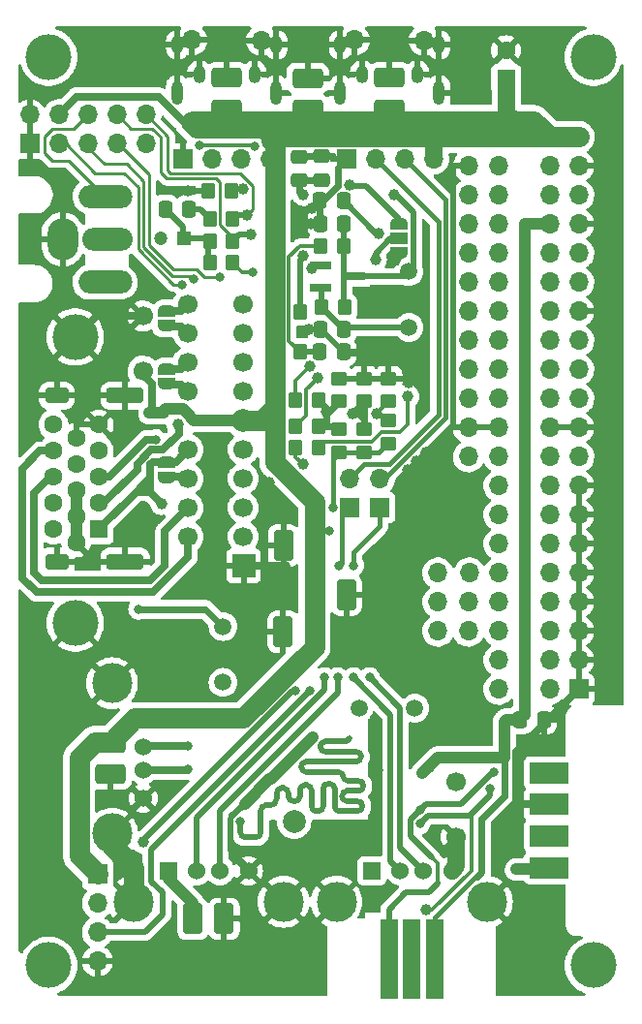
<source format=gbl>
G04 #@! TF.GenerationSoftware,KiCad,Pcbnew,6.0.11-2627ca5db0~126~ubuntu20.04.1*
G04 #@! TF.CreationDate,2023-09-26T13:35:35+05:00*
G04 #@! TF.ProjectId,33EJU23,3333454a-5532-4332-9e6b-696361645f70,rev?*
G04 #@! TF.SameCoordinates,Original*
G04 #@! TF.FileFunction,Copper,L2,Bot*
G04 #@! TF.FilePolarity,Positive*
%FSLAX46Y46*%
G04 Gerber Fmt 4.6, Leading zero omitted, Abs format (unit mm)*
G04 Created by KiCad (PCBNEW 6.0.11-2627ca5db0~126~ubuntu20.04.1) date 2023-09-26 13:35:35*
%MOMM*%
%LPD*%
G01*
G04 APERTURE LIST*
G04 Aperture macros list*
%AMRoundRect*
0 Rectangle with rounded corners*
0 $1 Rounding radius*
0 $2 $3 $4 $5 $6 $7 $8 $9 X,Y pos of 4 corners*
0 Add a 4 corners polygon primitive as box body*
4,1,4,$2,$3,$4,$5,$6,$7,$8,$9,$2,$3,0*
0 Add four circle primitives for the rounded corners*
1,1,$1+$1,$2,$3*
1,1,$1+$1,$4,$5*
1,1,$1+$1,$6,$7*
1,1,$1+$1,$8,$9*
0 Add four rect primitives between the rounded corners*
20,1,$1+$1,$2,$3,$4,$5,0*
20,1,$1+$1,$4,$5,$6,$7,0*
20,1,$1+$1,$6,$7,$8,$9,0*
20,1,$1+$1,$8,$9,$2,$3,0*%
%AMFreePoly0*
4,1,22,0.550000,-0.750000,0.000000,-0.750000,0.000000,-0.745033,-0.079941,-0.743568,-0.215256,-0.701293,-0.333266,-0.622738,-0.424486,-0.514219,-0.481581,-0.384460,-0.499164,-0.250000,-0.500000,-0.250000,-0.500000,0.250000,-0.499164,0.250000,-0.499963,0.256109,-0.478152,0.396186,-0.417904,0.524511,-0.324060,0.630769,-0.204165,0.706417,-0.067858,0.745374,0.000000,0.744959,0.000000,0.750000,
0.550000,0.750000,0.550000,-0.750000,0.550000,-0.750000,$1*%
%AMFreePoly1*
4,1,20,0.000000,0.744959,0.073905,0.744508,0.209726,0.703889,0.328688,0.626782,0.421226,0.519385,0.479903,0.390333,0.500000,0.250000,0.500000,-0.250000,0.499851,-0.262216,0.476331,-0.402017,0.414519,-0.529596,0.319384,-0.634700,0.198574,-0.708877,0.061801,-0.746166,0.000000,-0.745033,0.000000,-0.750000,-0.550000,-0.750000,-0.550000,0.750000,0.000000,0.750000,0.000000,0.744959,
0.000000,0.744959,$1*%
%AMFreePoly2*
4,1,22,0.500000,-0.750000,0.000000,-0.750000,0.000000,-0.745033,-0.079941,-0.743568,-0.215256,-0.701293,-0.333266,-0.622738,-0.424486,-0.514219,-0.481581,-0.384460,-0.499164,-0.250000,-0.500000,-0.250000,-0.500000,0.250000,-0.499164,0.250000,-0.499963,0.256109,-0.478152,0.396186,-0.417904,0.524511,-0.324060,0.630769,-0.204165,0.706417,-0.067858,0.745374,0.000000,0.744959,0.000000,0.750000,
0.500000,0.750000,0.500000,-0.750000,0.500000,-0.750000,$1*%
%AMFreePoly3*
4,1,20,0.000000,0.744959,0.073905,0.744508,0.209726,0.703889,0.328688,0.626782,0.421226,0.519385,0.479903,0.390333,0.500000,0.250000,0.500000,-0.250000,0.499851,-0.262216,0.476331,-0.402017,0.414519,-0.529596,0.319384,-0.634700,0.198574,-0.708877,0.061801,-0.746166,0.000000,-0.745033,0.000000,-0.750000,-0.500000,-0.750000,-0.500000,0.750000,0.000000,0.750000,0.000000,0.744959,
0.000000,0.744959,$1*%
G04 Aperture macros list end*
G04 #@! TA.AperFunction,SMDPad,CuDef*
%ADD10R,1.600000X7.000000*%
G04 #@! TD*
G04 #@! TA.AperFunction,SMDPad,CuDef*
%ADD11RoundRect,0.250000X0.337500X0.475000X-0.337500X0.475000X-0.337500X-0.475000X0.337500X-0.475000X0*%
G04 #@! TD*
G04 #@! TA.AperFunction,ComponentPad*
%ADD12C,1.500000*%
G04 #@! TD*
G04 #@! TA.AperFunction,ComponentPad*
%ADD13C,1.700000*%
G04 #@! TD*
G04 #@! TA.AperFunction,ComponentPad*
%ADD14C,2.000000*%
G04 #@! TD*
G04 #@! TA.AperFunction,ComponentPad*
%ADD15O,1.700000X1.700000*%
G04 #@! TD*
G04 #@! TA.AperFunction,ComponentPad*
%ADD16O,1.000000X1.600000*%
G04 #@! TD*
G04 #@! TA.AperFunction,ComponentPad*
%ADD17O,1.100000X1.500000*%
G04 #@! TD*
G04 #@! TA.AperFunction,ComponentPad*
%ADD18O,1.000000X2.100000*%
G04 #@! TD*
G04 #@! TA.AperFunction,ComponentPad*
%ADD19R,1.700000X1.700000*%
G04 #@! TD*
G04 #@! TA.AperFunction,ComponentPad*
%ADD20RoundRect,0.350000X-1.300000X0.350000X-1.300000X-0.350000X1.300000X-0.350000X1.300000X0.350000X0*%
G04 #@! TD*
G04 #@! TA.AperFunction,ComponentPad*
%ADD21RoundRect,0.350000X-0.700000X0.350000X-0.700000X-0.350000X0.700000X-0.350000X0.700000X0.350000X0*%
G04 #@! TD*
G04 #@! TA.AperFunction,ComponentPad*
%ADD22R,1.524000X1.524000*%
G04 #@! TD*
G04 #@! TA.AperFunction,ComponentPad*
%ADD23C,1.524000*%
G04 #@! TD*
G04 #@! TA.AperFunction,ComponentPad*
%ADD24C,3.500000*%
G04 #@! TD*
G04 #@! TA.AperFunction,ComponentPad*
%ADD25R,2.000000X2.000000*%
G04 #@! TD*
G04 #@! TA.AperFunction,ComponentPad*
%ADD26R,1.200000X1.200000*%
G04 #@! TD*
G04 #@! TA.AperFunction,ComponentPad*
%ADD27C,1.200000*%
G04 #@! TD*
G04 #@! TA.AperFunction,ComponentPad*
%ADD28R,1.600000X1.600000*%
G04 #@! TD*
G04 #@! TA.AperFunction,ComponentPad*
%ADD29C,1.600000*%
G04 #@! TD*
G04 #@! TA.AperFunction,ComponentPad*
%ADD30O,4.700000X2.000000*%
G04 #@! TD*
G04 #@! TA.AperFunction,ComponentPad*
%ADD31O,4.400000X2.000000*%
G04 #@! TD*
G04 #@! TA.AperFunction,ComponentPad*
%ADD32O,2.700000X3.700000*%
G04 #@! TD*
G04 #@! TA.AperFunction,SMDPad,CuDef*
%ADD33R,3.480000X1.846667*%
G04 #@! TD*
G04 #@! TA.AperFunction,ComponentPad*
%ADD34C,4.000000*%
G04 #@! TD*
G04 #@! TA.AperFunction,SMDPad,CuDef*
%ADD35RoundRect,0.250000X0.350000X0.450000X-0.350000X0.450000X-0.350000X-0.450000X0.350000X-0.450000X0*%
G04 #@! TD*
G04 #@! TA.AperFunction,SMDPad,CuDef*
%ADD36FreePoly0,90.000000*%
G04 #@! TD*
G04 #@! TA.AperFunction,SMDPad,CuDef*
%ADD37R,1.500000X1.000000*%
G04 #@! TD*
G04 #@! TA.AperFunction,SMDPad,CuDef*
%ADD38FreePoly1,90.000000*%
G04 #@! TD*
G04 #@! TA.AperFunction,SMDPad,CuDef*
%ADD39RoundRect,0.323962X0.534538X1.026038X-0.534538X1.026038X-0.534538X-1.026038X0.534538X-1.026038X0*%
G04 #@! TD*
G04 #@! TA.AperFunction,SMDPad,CuDef*
%ADD40RoundRect,0.250000X-0.475000X0.337500X-0.475000X-0.337500X0.475000X-0.337500X0.475000X0.337500X0*%
G04 #@! TD*
G04 #@! TA.AperFunction,SMDPad,CuDef*
%ADD41RoundRect,0.250000X-0.450000X0.350000X-0.450000X-0.350000X0.450000X-0.350000X0.450000X0.350000X0*%
G04 #@! TD*
G04 #@! TA.AperFunction,SMDPad,CuDef*
%ADD42RoundRect,0.250000X-0.350000X-0.450000X0.350000X-0.450000X0.350000X0.450000X-0.350000X0.450000X0*%
G04 #@! TD*
G04 #@! TA.AperFunction,SMDPad,CuDef*
%ADD43FreePoly2,90.000000*%
G04 #@! TD*
G04 #@! TA.AperFunction,SMDPad,CuDef*
%ADD44FreePoly3,90.000000*%
G04 #@! TD*
G04 #@! TA.AperFunction,SMDPad,CuDef*
%ADD45RoundRect,0.323962X1.026038X-0.534538X1.026038X0.534538X-1.026038X0.534538X-1.026038X-0.534538X0*%
G04 #@! TD*
G04 #@! TA.AperFunction,SMDPad,CuDef*
%ADD46R,1.900000X0.800000*%
G04 #@! TD*
G04 #@! TA.AperFunction,SMDPad,CuDef*
%ADD47RoundRect,0.323962X-0.534538X-1.026038X0.534538X-1.026038X0.534538X1.026038X-0.534538X1.026038X0*%
G04 #@! TD*
G04 #@! TA.AperFunction,SMDPad,CuDef*
%ADD48RoundRect,0.250000X-0.337500X-0.475000X0.337500X-0.475000X0.337500X0.475000X-0.337500X0.475000X0*%
G04 #@! TD*
G04 #@! TA.AperFunction,SMDPad,CuDef*
%ADD49RoundRect,0.323962X-1.026038X0.534538X-1.026038X-0.534538X1.026038X-0.534538X1.026038X0.534538X0*%
G04 #@! TD*
G04 #@! TA.AperFunction,ViaPad*
%ADD50C,1.000000*%
G04 #@! TD*
G04 #@! TA.AperFunction,ViaPad*
%ADD51C,4.000000*%
G04 #@! TD*
G04 #@! TA.AperFunction,ViaPad*
%ADD52C,0.800000*%
G04 #@! TD*
G04 #@! TA.AperFunction,Conductor*
%ADD53C,0.300000*%
G04 #@! TD*
G04 #@! TA.AperFunction,Conductor*
%ADD54C,0.500000*%
G04 #@! TD*
G04 #@! TA.AperFunction,Conductor*
%ADD55C,1.000000*%
G04 #@! TD*
G04 #@! TA.AperFunction,Conductor*
%ADD56C,1.800000*%
G04 #@! TD*
G04 #@! TA.AperFunction,Conductor*
%ADD57C,0.400000*%
G04 #@! TD*
G04 #@! TA.AperFunction,Conductor*
%ADD58C,0.600000*%
G04 #@! TD*
G04 #@! TA.AperFunction,Conductor*
%ADD59C,0.700000*%
G04 #@! TD*
G04 #@! TA.AperFunction,Conductor*
%ADD60C,1.500000*%
G04 #@! TD*
G04 #@! TA.AperFunction,Conductor*
%ADD61C,0.635000*%
G04 #@! TD*
G04 #@! TA.AperFunction,Conductor*
%ADD62C,0.254000*%
G04 #@! TD*
G04 APERTURE END LIST*
D10*
X64764318Y-109982000D03*
X66764318Y-109982000D03*
X62764318Y-109982000D03*
D11*
X76348500Y-89027000D03*
X74273500Y-89027000D03*
D12*
X64516000Y-54737000D03*
X64516000Y-49857000D03*
D13*
X45212000Y-67945000D03*
X50038000Y-67945000D03*
D14*
X50046413Y-62888717D03*
D13*
X45212000Y-70485000D03*
X50038000Y-70485000D03*
D15*
X69723000Y-81280000D03*
X69723000Y-78740000D03*
D13*
X45212000Y-55245000D03*
X50038000Y-55245000D03*
D15*
X67056000Y-81280000D03*
X67056000Y-78740000D03*
X67056000Y-76200000D03*
X69806000Y-76200000D03*
X72390000Y-86360000D03*
X72390000Y-83820000D03*
X72390000Y-81280000D03*
X72390000Y-78740000D03*
X72390000Y-76200000D03*
X72390000Y-73660000D03*
X72390000Y-71120000D03*
X72390000Y-68580000D03*
X72390000Y-66040000D03*
X72390000Y-63500000D03*
X72390000Y-60960000D03*
X72390000Y-58420000D03*
X72390000Y-55880000D03*
X72390000Y-53340000D03*
X72390000Y-50800000D03*
X72390000Y-48260000D03*
X72390000Y-45720000D03*
X72390000Y-43180000D03*
X72390000Y-40640000D03*
X72390000Y-38100000D03*
D16*
X52930635Y-30034506D03*
D15*
X51631980Y-29657012D03*
D17*
X51028980Y-32657012D03*
D18*
X52930635Y-34214506D03*
D16*
X44290635Y-30034506D03*
D17*
X46188980Y-32657012D03*
D15*
X45535980Y-29629012D03*
D18*
X44290635Y-34214506D03*
D19*
X37284483Y-102508257D03*
D15*
X37284483Y-105048257D03*
X37284483Y-107588257D03*
X37284483Y-110128257D03*
D19*
X61976000Y-70485000D03*
D15*
X61976000Y-67945000D03*
D19*
X79375000Y-86355000D03*
D15*
X76835000Y-86355000D03*
X79375000Y-83815000D03*
X76835000Y-83815000D03*
X79375000Y-81275000D03*
X76835000Y-81275000D03*
X79375000Y-78735000D03*
X76835000Y-78735000D03*
X79375000Y-76195000D03*
X76835000Y-76195000D03*
X79375000Y-73655000D03*
X76835000Y-73655000D03*
X79375000Y-71115000D03*
X76835000Y-71115000D03*
X79375000Y-68575000D03*
X76835000Y-68575000D03*
X79375000Y-66035000D03*
X76835000Y-66035000D03*
X79375000Y-63495000D03*
X76835000Y-63495000D03*
X79375000Y-60955000D03*
X76835000Y-60955000D03*
X79375000Y-58415000D03*
X76835000Y-58415000D03*
X79375000Y-55875000D03*
X76835000Y-55875000D03*
X79375000Y-53335000D03*
X76835000Y-53335000D03*
X79375000Y-50795000D03*
X76835000Y-50795000D03*
X79375000Y-48255000D03*
X76835000Y-48255000D03*
X79375000Y-45715000D03*
X76835000Y-45715000D03*
X79375000Y-43175000D03*
X76835000Y-43175000D03*
X79375000Y-40635000D03*
X76835000Y-40635000D03*
X79375000Y-38095000D03*
X76835000Y-38095000D03*
D20*
X39695000Y-60695000D03*
D21*
X33735000Y-60695000D03*
X33735000Y-75195000D03*
D20*
X39695000Y-75195000D03*
D13*
X68664381Y-94454757D03*
X68664381Y-99280757D03*
D22*
X41275000Y-88900000D03*
D23*
X41275000Y-91400000D03*
X41275000Y-93400000D03*
X41275000Y-95900000D03*
D24*
X38565000Y-98970000D03*
X38565000Y-85830000D03*
D25*
X50066639Y-75569345D03*
D13*
X45212000Y-52705000D03*
X50038000Y-52705000D03*
D22*
X61270000Y-102222500D03*
D23*
X63770000Y-102222500D03*
X65770000Y-102222500D03*
X68270000Y-102222500D03*
D24*
X71340000Y-104932500D03*
X58200000Y-104932500D03*
D16*
X67159600Y-30032000D03*
D15*
X65860945Y-29654506D03*
D17*
X65257945Y-32654506D03*
D16*
X58519600Y-30032000D03*
D15*
X59764945Y-29626506D03*
D18*
X58519600Y-34212000D03*
X67159600Y-34212000D03*
D17*
X60417945Y-32654506D03*
D26*
X44838400Y-46990000D03*
D27*
X42838400Y-46990000D03*
D19*
X31369000Y-38684200D03*
D15*
X31369000Y-36144200D03*
X33909000Y-38684200D03*
X33909000Y-36144200D03*
X36449000Y-38684200D03*
X36449000Y-36144200D03*
X38989000Y-38684200D03*
X38989000Y-36144200D03*
X41529000Y-38684200D03*
X41529000Y-36144200D03*
D19*
X59309000Y-70485000D03*
D15*
X59309000Y-67945000D03*
D12*
X65024000Y-88011000D03*
X60144000Y-88011000D03*
D13*
X41275000Y-58563000D03*
X41275000Y-53737000D03*
D12*
X48260000Y-85762000D03*
X48260000Y-80882000D03*
D28*
X73025000Y-33020000D03*
D29*
X73025000Y-30520000D03*
D30*
X37955019Y-50786245D03*
D31*
X38155019Y-47036245D03*
D30*
X37955019Y-43286245D03*
D32*
X34255019Y-47036245D03*
D19*
X44810635Y-40005000D03*
D15*
X47350635Y-40005000D03*
X49890635Y-40005000D03*
X52430635Y-40005000D03*
D14*
X54483000Y-97917000D03*
D33*
X76806700Y-101970400D03*
X76806700Y-99200400D03*
X76806700Y-96430400D03*
X76806700Y-93660400D03*
D13*
X45212000Y-60325000D03*
X50038000Y-60325000D03*
D19*
X59065000Y-40005000D03*
D15*
X61605000Y-40005000D03*
X64145000Y-40005000D03*
X66685000Y-40005000D03*
D34*
X35350331Y-80575000D03*
X35350331Y-55575000D03*
D28*
X37400331Y-72390000D03*
D29*
X37400331Y-70100000D03*
X37400331Y-67810000D03*
X37400331Y-65520000D03*
X37400331Y-63230000D03*
X35420331Y-73535000D03*
X35420331Y-71245000D03*
X35420331Y-68955000D03*
X35420331Y-66665000D03*
X35420331Y-64375000D03*
X33440331Y-72390000D03*
X33440331Y-70100000D03*
X33440331Y-67810000D03*
X33440331Y-65520000D03*
X33440331Y-63230000D03*
D22*
X43490000Y-102222500D03*
D23*
X45990000Y-102222500D03*
X47990000Y-102222500D03*
X50490000Y-102222500D03*
D24*
X40420000Y-104932500D03*
X53560000Y-104932500D03*
D15*
X69723000Y-66040000D03*
X69723000Y-63500000D03*
X69723000Y-60960000D03*
X69723000Y-58420000D03*
X69723000Y-55880000D03*
X69723000Y-53340000D03*
X69723000Y-50800000D03*
X69723000Y-48260000D03*
X69723000Y-45720000D03*
X69723000Y-43180000D03*
X69723000Y-40640000D03*
X69723000Y-38100000D03*
D13*
X45212000Y-57785000D03*
X50038000Y-57785000D03*
X45212000Y-65405000D03*
X50038000Y-65405000D03*
X45212000Y-73025000D03*
X50038000Y-73025000D03*
D35*
X49098200Y-45237400D03*
X47098200Y-45237400D03*
D36*
X63647332Y-48258839D03*
D37*
X63647332Y-46958839D03*
D38*
X63647332Y-45658839D03*
D39*
X56255806Y-81341871D03*
X53522806Y-81341871D03*
D40*
X54917866Y-39798144D03*
X54917866Y-41873144D03*
D41*
X60579000Y-63643000D03*
X60579000Y-65643000D03*
D35*
X49107600Y-47167800D03*
X47107600Y-47167800D03*
D42*
X52975000Y-53350000D03*
X54975000Y-53350000D03*
D41*
X62738000Y-59198000D03*
X62738000Y-61198000D03*
D39*
X56277514Y-73802621D03*
X53544514Y-73802621D03*
D41*
X60579000Y-59198000D03*
X60579000Y-61198000D03*
D43*
X43307000Y-54610000D03*
D44*
X43307000Y-53310000D03*
D42*
X56912000Y-52959000D03*
X58912000Y-52959000D03*
D11*
X58835431Y-45660948D03*
X56760431Y-45660948D03*
D35*
X58785000Y-47625000D03*
X56785000Y-47625000D03*
D45*
X62839600Y-35656500D03*
X62839600Y-32923500D03*
D41*
X58420000Y-59198000D03*
X58420000Y-61198000D03*
D43*
X43307000Y-67833000D03*
D44*
X43307000Y-66533000D03*
D35*
X56626000Y-65278000D03*
X54626000Y-65278000D03*
D11*
X45309700Y-44373800D03*
X43234700Y-44373800D03*
D46*
X56793000Y-51242000D03*
X56793000Y-49342000D03*
X59793000Y-50292000D03*
D45*
X55670885Y-35705289D03*
X55670885Y-32972289D03*
D47*
X56322000Y-78105000D03*
X59055000Y-78105000D03*
D43*
X43307000Y-59690000D03*
D44*
X43307000Y-58390000D03*
D41*
X62738000Y-62881000D03*
X62738000Y-64881000D03*
D35*
X56579549Y-61120603D03*
X54579549Y-61120603D03*
X49006000Y-42824400D03*
X47006000Y-42824400D03*
D48*
X56747500Y-43688000D03*
X58822500Y-43688000D03*
D11*
X58826053Y-54916607D03*
X56751053Y-54916607D03*
D41*
X58420000Y-63659000D03*
X58420000Y-65659000D03*
D49*
X38440809Y-91029507D03*
X38440809Y-93762507D03*
D40*
X56881067Y-39760813D03*
X56881067Y-41835813D03*
D48*
X56726000Y-56896000D03*
X58801000Y-56896000D03*
D35*
X49107600Y-49098200D03*
X47107600Y-49098200D03*
X56626000Y-63373000D03*
X54626000Y-63373000D03*
D42*
X52975000Y-56896000D03*
X54975000Y-56896000D03*
D45*
X48610635Y-35656500D03*
X48610635Y-32923500D03*
D47*
X45623500Y-106426000D03*
X48356500Y-106426000D03*
D50*
X66040000Y-105664000D03*
D51*
X33020000Y-110490000D03*
X33020000Y-31115000D03*
X80645000Y-110490000D03*
X80645000Y-31115000D03*
D50*
X61735246Y-57009754D03*
D52*
X61849000Y-93472000D03*
D50*
X63271296Y-48876767D03*
X55774425Y-54869553D03*
D52*
X59563000Y-98647500D03*
X52451000Y-94234000D03*
D50*
X66040000Y-65659000D03*
X64389000Y-67183000D03*
X56007000Y-44323000D03*
X64516000Y-58547000D03*
X45186600Y-42799000D03*
D52*
X50075794Y-96303794D03*
X53725437Y-75602500D03*
D50*
X64516000Y-59563000D03*
X65151000Y-66421000D03*
X52324000Y-68326000D03*
X55997391Y-49609981D03*
D52*
X56134000Y-90551000D03*
D50*
X55947500Y-45720000D03*
X42897723Y-70118500D03*
X44349507Y-63246000D03*
D52*
X42400680Y-64525153D03*
X51060635Y-37331365D03*
X51060635Y-36569365D03*
X55943500Y-75755500D03*
X46160635Y-37405365D03*
X46160635Y-36516365D03*
X60389600Y-37021600D03*
X65309505Y-36242244D03*
X44196000Y-88900000D03*
D50*
X41846500Y-62230000D03*
X73914000Y-102108000D03*
D52*
X60389600Y-36257400D03*
X57531000Y-72538500D03*
X42672000Y-88900000D03*
X65278000Y-37084000D03*
X43434000Y-88900000D03*
D50*
X55823931Y-58153849D03*
X56495275Y-59147882D03*
X55245000Y-66675000D03*
D52*
X57859498Y-70485000D03*
X71939500Y-93599000D03*
X65481551Y-96901000D03*
X71616838Y-95065538D03*
X65479622Y-98118622D03*
X66294000Y-93218000D03*
X65659000Y-93726000D03*
X50999640Y-38866612D03*
X46228000Y-38862000D03*
D50*
X61669250Y-62304250D03*
D52*
X40894000Y-79375000D03*
X45212000Y-91313000D03*
X45212000Y-93345000D03*
X54610000Y-86487000D03*
D50*
X41275000Y-99695000D03*
D52*
X55880000Y-86487000D03*
X57150000Y-85344000D03*
X58293000Y-85344000D03*
X59690000Y-85344000D03*
X61087000Y-85344000D03*
X59691871Y-75529500D03*
X58420000Y-75602500D03*
X49784000Y-97917000D03*
D50*
X59573750Y-62240750D03*
X57277000Y-62103000D03*
X61849258Y-46516323D03*
D52*
X50038000Y-42672000D03*
D50*
X50038000Y-42672000D03*
X63240391Y-43124609D03*
X61591046Y-48776972D03*
X64418854Y-60758562D03*
X50330500Y-44916567D03*
X50698400Y-46583600D03*
D52*
X50825400Y-49893500D03*
X47944976Y-50338176D03*
X45720000Y-50520600D03*
X44653200Y-50977800D03*
D50*
X55308500Y-43116500D03*
X55295703Y-48506376D03*
X59299695Y-42273832D03*
D53*
X67056000Y-103251000D02*
X67056000Y-101600000D01*
D54*
X67056000Y-103378000D02*
X67056000Y-103251000D01*
X64262000Y-104140000D02*
X66294000Y-104140000D01*
X66294000Y-104140000D02*
X67056000Y-103378000D01*
X62764318Y-109982000D02*
X62764318Y-105637682D01*
X62764318Y-105637682D02*
X64262000Y-104140000D01*
D53*
X67056000Y-101600000D02*
X66548000Y-101092000D01*
D54*
X65481551Y-96901000D02*
X64629622Y-97752929D01*
X64629622Y-99173622D02*
X66548000Y-101092000D01*
X64629622Y-97752929D02*
X64629622Y-99173622D01*
X58293000Y-85344000D02*
X58293000Y-86694016D01*
X58293000Y-86694016D02*
X47990000Y-96997016D01*
X47990000Y-96997016D02*
X47990000Y-102222500D01*
X57150000Y-85344000D02*
X57150000Y-86419082D01*
X57150000Y-86419082D02*
X45990000Y-97579082D01*
X45990000Y-97579082D02*
X45990000Y-102222500D01*
D55*
X52451000Y-94234000D02*
X52287716Y-94234000D01*
X52287716Y-94234000D02*
X50146858Y-96374858D01*
X52451000Y-94234000D02*
X52451000Y-94160499D01*
X52451000Y-94160499D02*
X56097250Y-90514249D01*
D56*
X40420000Y-104932500D02*
X40420000Y-102015000D01*
X40420000Y-102015000D02*
X38565000Y-100160000D01*
X38565000Y-100160000D02*
X38565000Y-98970000D01*
D53*
X62224318Y-109909427D02*
X62738000Y-109395745D01*
X62738000Y-105664000D02*
X64262000Y-104140000D01*
X62738000Y-109395745D02*
X62738000Y-105664000D01*
D57*
X70485000Y-102743000D02*
X70358000Y-102743000D01*
X70358000Y-102743000D02*
X66764318Y-106336682D01*
X66764318Y-106336682D02*
X66764318Y-110369427D01*
D53*
X69274376Y-97408000D02*
X69977000Y-97408000D01*
X69977000Y-97408000D02*
X69977000Y-102235000D01*
X69977000Y-102235000D02*
X66548000Y-105664000D01*
X66548000Y-105664000D02*
X66040000Y-105664000D01*
D58*
X70485000Y-102743000D02*
X70866000Y-102362000D01*
X70866000Y-102362000D02*
X70866000Y-97663000D01*
X70866000Y-97663000D02*
X72850585Y-95678415D01*
X72850585Y-95678415D02*
X72850585Y-92329000D01*
D54*
X71939500Y-93599000D02*
X71882000Y-93599000D01*
X65989551Y-96393000D02*
X65481551Y-96901000D01*
X71882000Y-93599000D02*
X69088000Y-96393000D01*
X69088000Y-96393000D02*
X65989551Y-96393000D01*
X61087000Y-85344000D02*
X63754000Y-88011000D01*
X63754000Y-88011000D02*
X63754000Y-100206500D01*
X63754000Y-100206500D02*
X65770000Y-102222500D01*
D59*
X76806700Y-96430400D02*
X74459400Y-96430400D01*
X74459400Y-96430400D02*
X73914000Y-95885000D01*
X73914000Y-95885000D02*
X73914000Y-91816000D01*
X73914000Y-91816000D02*
X79375000Y-86355000D01*
D55*
X72850585Y-92329000D02*
X72850585Y-89201415D01*
X72850585Y-89201415D02*
X73025000Y-89027000D01*
X73025000Y-89027000D02*
X74273500Y-89027000D01*
X76835000Y-45715000D02*
X74681000Y-45715000D01*
X74681000Y-45715000D02*
X74676000Y-45720000D01*
X74676000Y-45720000D02*
X74676000Y-88624500D01*
X72850585Y-90449915D02*
X72850585Y-92329000D01*
X72850585Y-92329000D02*
X67056000Y-92329000D01*
X67056000Y-92329000D02*
X66675000Y-92710000D01*
D54*
X71616838Y-95065538D02*
X71616838Y-95642162D01*
X71616838Y-95642162D02*
X69851000Y-97408000D01*
X69851000Y-97408000D02*
X69274376Y-97408000D01*
D60*
X68664381Y-99280757D02*
X68664381Y-101828119D01*
X68664381Y-101828119D02*
X68270000Y-102222500D01*
D54*
X69274376Y-97408000D02*
X66190244Y-97408000D01*
X66190244Y-97408000D02*
X65479622Y-98118622D01*
D61*
X32270000Y-65520000D02*
X30729838Y-67060162D01*
X42167312Y-77876903D02*
X45212000Y-74832215D01*
X30729838Y-67060162D02*
X30729838Y-76639935D01*
X33440331Y-65520000D02*
X32270000Y-65520000D01*
X30729838Y-76639935D02*
X31966806Y-77876903D01*
X31966806Y-77876903D02*
X42167312Y-77876903D01*
X45212000Y-74832215D02*
X45212000Y-73025000D01*
D54*
X56793000Y-49342000D02*
X56703000Y-49342000D01*
D61*
X37192408Y-53732923D02*
X35350331Y-55575000D01*
D54*
X48895000Y-98806000D02*
X48895000Y-97842605D01*
D57*
X50075794Y-96303794D02*
X50381206Y-96303794D01*
D55*
X35420331Y-68955000D02*
X35420331Y-73535000D01*
D54*
X35420331Y-63004669D02*
X35645662Y-63230000D01*
X55774425Y-54869553D02*
X56703999Y-54869553D01*
X50075794Y-96423124D02*
X48992459Y-97506459D01*
X68580000Y-63500000D02*
X69723000Y-63500000D01*
X63647332Y-48258839D02*
X63647332Y-48500731D01*
D58*
X56747500Y-43688000D02*
X56949340Y-43688000D01*
X56949340Y-43688000D02*
X58286685Y-42350655D01*
X58286685Y-42350655D02*
X58286685Y-40783315D01*
D57*
X52451000Y-94234000D02*
X56134000Y-90551000D01*
D54*
X56821607Y-54916607D02*
X58801000Y-56896000D01*
X35645662Y-63230000D02*
X37400331Y-63230000D01*
X63647332Y-48500731D02*
X63271296Y-48876767D01*
X58914754Y-57009754D02*
X58801000Y-56896000D01*
X69723000Y-40640000D02*
X68423000Y-40640000D01*
X48895000Y-97741745D02*
X48895000Y-98806000D01*
X61789628Y-57009754D02*
X61735246Y-57009754D01*
D58*
X58286685Y-40783315D02*
X59065000Y-40005000D01*
D54*
X68423000Y-40640000D02*
X68423000Y-63343000D01*
D58*
X56760431Y-45660948D02*
X56701379Y-45720000D01*
D54*
X56703999Y-54869553D02*
X56751053Y-54916607D01*
D59*
X50099794Y-75602500D02*
X50066639Y-75569345D01*
D58*
X56701379Y-45720000D02*
X55947500Y-45720000D01*
D54*
X49022000Y-100584000D02*
X48895000Y-100457000D01*
X68423000Y-63343000D02*
X68580000Y-63500000D01*
X56751053Y-54916607D02*
X56821607Y-54916607D01*
X61735246Y-57009754D02*
X58914754Y-57009754D01*
D61*
X40923812Y-53732923D02*
X37192408Y-53732923D01*
D54*
X48895000Y-100457000D02*
X48895000Y-98806000D01*
D59*
X53725437Y-75602500D02*
X50099794Y-75602500D01*
D57*
X50381206Y-96303794D02*
X52451000Y-94234000D01*
D54*
X61811000Y-93434000D02*
X61849000Y-93472000D01*
X50369438Y-101931439D02*
X49022000Y-100584000D01*
X50075794Y-96303794D02*
X50075794Y-96423124D01*
X35420331Y-64375000D02*
X35420331Y-63004669D01*
X50369434Y-101931443D02*
G75*
G02*
X50490000Y-102222500I-291034J-291057D01*
G01*
X48895019Y-97741745D02*
G75*
G02*
X48992459Y-97506459I332681J45D01*
G01*
D61*
X43180000Y-72517000D02*
X45212000Y-70485000D01*
X41900539Y-76835000D02*
X43180000Y-75555539D01*
X31750000Y-76200000D02*
X32385000Y-76835000D01*
X33440331Y-67810000D02*
X33155000Y-67810000D01*
X33155000Y-67810000D02*
X31750000Y-69215000D01*
X31750000Y-69215000D02*
X31750000Y-76200000D01*
X32385000Y-76835000D02*
X41900539Y-76835000D01*
X43180000Y-75555539D02*
X43180000Y-72517000D01*
X43141986Y-67769340D02*
X45036340Y-67769340D01*
X45036340Y-67769340D02*
X45212000Y-67945000D01*
X45212000Y-65405000D02*
X44147660Y-66469340D01*
X42115660Y-66469340D02*
X43141986Y-66469340D01*
D62*
X41910000Y-66675000D02*
X42115660Y-66469340D01*
D61*
X41874486Y-66710514D02*
X41874486Y-67915845D01*
X41560165Y-68929835D02*
X41394737Y-69095263D01*
X41874486Y-69095263D02*
X41394737Y-69095263D01*
X40607665Y-69182665D02*
X37400331Y-72390000D01*
X41874486Y-69095263D02*
X42897723Y-70118500D01*
X41874486Y-67915845D02*
X41874486Y-69095263D01*
X41560165Y-68230165D02*
X40607665Y-69182665D01*
X41874486Y-66710514D02*
X42115660Y-66469340D01*
X41560165Y-68230165D02*
X41560165Y-68929835D01*
X40695067Y-69095263D02*
X40607665Y-69182665D01*
X41874486Y-67915845D02*
X41560165Y-68230165D01*
X44147660Y-66469340D02*
X43141986Y-66469340D01*
X41394737Y-69095263D02*
X40695067Y-69095263D01*
X44592000Y-59705000D02*
X45212000Y-60325000D01*
X43180000Y-59705000D02*
X44592000Y-59705000D01*
X44400202Y-64044659D02*
X44400202Y-63402895D01*
X43002208Y-65442653D02*
X44400202Y-64044659D01*
D62*
X42980975Y-65463886D02*
X42022375Y-65463886D01*
D61*
X40767000Y-66637132D02*
X41961479Y-65442653D01*
X43180000Y-58405000D02*
X44592000Y-58405000D01*
X37400331Y-70100000D02*
X37850000Y-70100000D01*
D62*
X44400202Y-64044659D02*
X42980975Y-65463886D01*
D53*
X37400331Y-70100000D02*
X37617918Y-70100000D01*
D61*
X44592000Y-58405000D02*
X45212000Y-57785000D01*
X40767000Y-67183000D02*
X40767000Y-66637132D01*
D53*
X37400331Y-70100000D02*
X37649606Y-70100000D01*
D61*
X44400202Y-63402895D02*
X44400202Y-63296695D01*
X41961479Y-65442653D02*
X43002208Y-65442653D01*
X44400202Y-63296695D02*
X44349507Y-63246000D01*
X37850000Y-70100000D02*
X40767000Y-67183000D01*
X43180000Y-54625000D02*
X44592000Y-54625000D01*
X44592000Y-54625000D02*
X45212000Y-55245000D01*
X37400331Y-67810000D02*
X38295087Y-67810000D01*
X44592000Y-53325000D02*
X45212000Y-52705000D01*
X38295087Y-67810000D02*
X41579934Y-64525153D01*
X43180000Y-53325000D02*
X44592000Y-53325000D01*
X41579934Y-64525153D02*
X42400680Y-64525153D01*
X40923812Y-58558923D02*
X41862500Y-59497611D01*
D56*
X37053500Y-90962500D02*
X38481000Y-90962500D01*
D59*
X35433000Y-34620200D02*
X33909000Y-36144200D01*
D57*
X55943500Y-73215500D02*
X56620500Y-72538500D01*
D61*
X41862500Y-59497611D02*
X42037000Y-59672111D01*
D56*
X40543500Y-88900000D02*
X41275000Y-88900000D01*
D61*
X42037000Y-59672111D02*
X42037000Y-62039500D01*
D56*
X52775000Y-56585000D02*
X52775000Y-48057230D01*
X52583800Y-38055000D02*
X66005000Y-38055000D01*
X51936365Y-37331365D02*
X51060635Y-37331365D01*
X43434000Y-88900000D02*
X41275000Y-88900000D01*
X56261000Y-82677000D02*
X50038000Y-88900000D01*
D55*
X73660000Y-36195000D02*
X73152000Y-36703000D01*
X73914000Y-102108000D02*
X76474505Y-102108000D01*
D56*
X35687000Y-92329000D02*
X37053500Y-90962500D01*
X56261000Y-69953742D02*
X56261000Y-82677000D01*
X52832000Y-56642000D02*
X52775000Y-56585000D01*
X75443000Y-36703000D02*
X73152000Y-36703000D01*
X52832000Y-66167000D02*
X52832000Y-66524742D01*
D60*
X73025000Y-33020000D02*
X73025000Y-36576000D01*
D56*
X52832000Y-61722000D02*
X52832000Y-56642000D01*
X73152000Y-36703000D02*
X52832000Y-36703000D01*
X52832000Y-36703000D02*
X45593000Y-36703000D01*
X45967365Y-37331365D02*
X45466000Y-36830000D01*
X35687000Y-100910774D02*
X35687000Y-92329000D01*
X38481000Y-90962500D02*
X40543500Y-88900000D01*
X45593000Y-36703000D02*
X45466000Y-36830000D01*
X76835000Y-38095000D02*
X79375000Y-38095000D01*
X51060635Y-37331365D02*
X51860165Y-37331365D01*
D55*
X50043916Y-62874035D02*
X45729035Y-62874035D01*
D54*
X52975000Y-56896000D02*
X52975000Y-56785000D01*
D55*
X44730000Y-61875000D02*
X45085000Y-62230000D01*
X43490000Y-102222500D02*
X43490000Y-102926000D01*
D56*
X51679965Y-62874035D02*
X52832000Y-61722000D01*
D61*
X42037000Y-62039500D02*
X41862500Y-62214000D01*
D55*
X45729035Y-62874035D02*
X45085000Y-62230000D01*
D57*
X56620500Y-72538500D02*
X57531000Y-72538500D01*
D56*
X37284483Y-102508257D02*
X35687000Y-100910774D01*
X44196000Y-88900000D02*
X43434000Y-88900000D01*
X76835000Y-38095000D02*
X75443000Y-36703000D01*
D55*
X43281000Y-61875000D02*
X44730000Y-61875000D01*
D61*
X41862500Y-62214000D02*
X41846500Y-62230000D01*
D59*
X42661405Y-34620200D02*
X35433000Y-34620200D01*
D56*
X50155965Y-62874035D02*
X51679965Y-62874035D01*
D59*
X44871205Y-36830000D02*
X42661405Y-34620200D01*
D57*
X55943500Y-75755500D02*
X55943500Y-73215500D01*
D55*
X43053000Y-62103000D02*
X43281000Y-61875000D01*
D56*
X52499140Y-37894140D02*
X51936365Y-37331365D01*
X52499140Y-38382060D02*
X52499140Y-37035860D01*
X52781200Y-48051030D02*
X52781200Y-38664120D01*
D54*
X52975000Y-56785000D02*
X52832000Y-56642000D01*
D60*
X66685000Y-40005000D02*
X66685000Y-38735000D01*
X73025000Y-36576000D02*
X73152000Y-36703000D01*
D56*
X66045000Y-38095000D02*
X76835000Y-38095000D01*
X51860165Y-37331365D02*
X52583800Y-38055000D01*
D55*
X43053000Y-62230000D02*
X43053000Y-62103000D01*
D56*
X52499140Y-37035860D02*
X52832000Y-36703000D01*
X52832000Y-61722000D02*
X52832000Y-66167000D01*
D59*
X45466000Y-36830000D02*
X44871205Y-36830000D01*
D56*
X52781200Y-38664120D02*
X52499140Y-38382060D01*
D55*
X43490000Y-102926000D02*
X45623500Y-105059500D01*
D56*
X51060635Y-37331365D02*
X45967365Y-37331365D01*
D55*
X41846500Y-62230000D02*
X43053000Y-62230000D01*
D56*
X52499140Y-38382060D02*
X52499140Y-37894140D01*
X66005000Y-38055000D02*
X66045000Y-38095000D01*
D60*
X66685000Y-38735000D02*
X66045000Y-38095000D01*
D56*
X52775000Y-48057230D02*
X52781200Y-48051030D01*
X50038000Y-88900000D02*
X44196000Y-88900000D01*
D55*
X45623500Y-105059500D02*
X45623500Y-106426000D01*
D56*
X52832000Y-66524742D02*
X56261000Y-69953742D01*
D55*
X50043916Y-62874035D02*
X50155965Y-62874035D01*
X76806699Y-101970399D02*
G75*
G02*
X76474505Y-102108000I-332199J332199D01*
G01*
D53*
X55823931Y-58153849D02*
X54579549Y-59398231D01*
X54579549Y-59398231D02*
X54579549Y-61120603D01*
X56495275Y-59147882D02*
X56495275Y-59201725D01*
X56495275Y-59201725D02*
X55549000Y-60148000D01*
X55549000Y-60148000D02*
X55549000Y-62450000D01*
X55549000Y-62450000D02*
X54626000Y-63373000D01*
X54626000Y-65278000D02*
X54626000Y-66056000D01*
X54626000Y-66056000D02*
X55245000Y-66675000D01*
D57*
X62627000Y-64881000D02*
X61849000Y-65659000D01*
X62738000Y-64881000D02*
X62627000Y-64881000D01*
X61849000Y-65659000D02*
X58420000Y-65659000D01*
X57859498Y-66219502D02*
X57859498Y-70485000D01*
X58420000Y-65659000D02*
X57859498Y-66219502D01*
D55*
X66675000Y-92710000D02*
X65659000Y-93726000D01*
X66294000Y-93091000D02*
X66294000Y-93218000D01*
X66675000Y-92710000D02*
X66294000Y-93091000D01*
D53*
X50938028Y-38805000D02*
X50999640Y-38866612D01*
X46285000Y-38805000D02*
X50938028Y-38805000D01*
X46228000Y-38862000D02*
X46285000Y-38805000D01*
D57*
X62354207Y-67945000D02*
X67691000Y-62608207D01*
X61976000Y-67945000D02*
X62354207Y-67945000D01*
X67691000Y-62608207D02*
X67691000Y-43551000D01*
X67691000Y-43551000D02*
X64145000Y-40005000D01*
X62775679Y-66675000D02*
X60579000Y-66675000D01*
X59309000Y-67945000D02*
X60559000Y-66695000D01*
X67091000Y-62359679D02*
X62775679Y-66675000D01*
X67091000Y-45491000D02*
X67091000Y-62359679D01*
D53*
X59309000Y-67945000D02*
X60579000Y-66675000D01*
D57*
X61605000Y-40005000D02*
X67091000Y-45491000D01*
D53*
X61669250Y-62304250D02*
X61669250Y-62266750D01*
X61669250Y-62266750D02*
X62738000Y-61198000D01*
D58*
X40894000Y-79375000D02*
X46753000Y-79375000D01*
X46753000Y-79375000D02*
X48260000Y-80882000D01*
D59*
X45212000Y-91313000D02*
X41362000Y-91313000D01*
X41362000Y-91313000D02*
X41275000Y-91400000D01*
X45157000Y-93400000D02*
X45212000Y-93345000D01*
X41275000Y-93400000D02*
X45157000Y-93400000D01*
D54*
X50593000Y-90250000D02*
X50597188Y-90250000D01*
X41275000Y-99568000D02*
X50593000Y-90250000D01*
X50597188Y-90250000D02*
X54360188Y-86487000D01*
X54360188Y-86487000D02*
X54610000Y-86487000D01*
X41275000Y-99695000D02*
X41275000Y-99568000D01*
X42973558Y-106040272D02*
X41425573Y-107588257D01*
X55880000Y-86487000D02*
X41973500Y-100393500D01*
X37284483Y-107588257D02*
X37318743Y-107588257D01*
X42973558Y-104130058D02*
X42973558Y-106040272D01*
X41973500Y-103130000D02*
X42973558Y-104130058D01*
X41973500Y-100393500D02*
X41973500Y-103130000D01*
X41425573Y-107588257D02*
X37284483Y-107588257D01*
X59690000Y-85344000D02*
X62927000Y-88581000D01*
X62927000Y-88581000D02*
X62927000Y-101379500D01*
X62927000Y-101379500D02*
X63770000Y-102222500D01*
D57*
X61976000Y-72136000D02*
X61976000Y-70485000D01*
X59691871Y-75529500D02*
X59691871Y-74420129D01*
X59691871Y-74420129D02*
X61976000Y-72136000D01*
X58674000Y-75348500D02*
X58674000Y-71120000D01*
X58674000Y-71120000D02*
X59309000Y-70485000D01*
X58420000Y-75602500D02*
X58674000Y-75348500D01*
D54*
X56007000Y-95175605D02*
X56007000Y-96594395D01*
X57531000Y-94615000D02*
X57605395Y-94615000D01*
X55118000Y-93165395D02*
X55118000Y-93091000D01*
X59144802Y-90842197D02*
X59309000Y-90678000D01*
X58674000Y-95758000D02*
X58674000Y-95683605D01*
X57112803Y-94779198D02*
X57150000Y-94742000D01*
X54991000Y-95705395D02*
X54991000Y-95123000D01*
X58032119Y-95002881D02*
X58032119Y-96630177D01*
X58166000Y-96901000D02*
X58203197Y-96938197D01*
X60541802Y-94816395D02*
X60541802Y-94742000D01*
X50217605Y-99314000D02*
X51128395Y-99314000D01*
X58801000Y-96012000D02*
X58763803Y-95974803D01*
X55080803Y-94906198D02*
X55118000Y-94869000D01*
X59271802Y-94361000D02*
X59197407Y-94361000D01*
X57023000Y-96594395D02*
X57023000Y-96520000D01*
X60452000Y-96594395D02*
X60452000Y-96520000D01*
X53975000Y-95429605D02*
X53975000Y-95705395D01*
X58039000Y-95048605D02*
X58039000Y-95250000D01*
X60451999Y-94525198D02*
X60414802Y-94488000D01*
X58166000Y-93599000D02*
X55551605Y-93599000D01*
X59891395Y-91821000D02*
X59436000Y-91821000D01*
X51562000Y-97663000D02*
X51562000Y-96953605D01*
X59436000Y-91821000D02*
X57202605Y-91821000D01*
X59107605Y-95250000D02*
X59563000Y-95250000D01*
X49784000Y-97917000D02*
X49784000Y-98880395D01*
X59779802Y-94361000D02*
X59271802Y-94361000D01*
X51562000Y-98880395D02*
X51562000Y-97663000D01*
X55499000Y-92710000D02*
X59891395Y-92710000D01*
X58128952Y-96863951D02*
X58166000Y-96901000D01*
X60018395Y-96139000D02*
X59690000Y-96139000D01*
X57456605Y-94615000D02*
X57531000Y-94615000D01*
X58367395Y-93599000D02*
X58166000Y-93599000D01*
X59182000Y-96139000D02*
X59107605Y-96139000D01*
X60325000Y-92276395D02*
X60325000Y-92202000D01*
X60362197Y-96303198D02*
X60325000Y-96266000D01*
X56858803Y-91096198D02*
X56896000Y-91059000D01*
X58420000Y-97028000D02*
X60018395Y-97028000D01*
X54826803Y-96049197D02*
X54864000Y-96012000D01*
X55424605Y-94742000D02*
X55573395Y-94742000D01*
X54408605Y-96139000D02*
X54610000Y-96139000D01*
X59690000Y-96139000D02*
X59182000Y-96139000D01*
X52959000Y-95885000D02*
X52959000Y-95429605D01*
X52398395Y-96520000D02*
X52280420Y-96520000D01*
X51995605Y-96520000D02*
X52398395Y-96520000D01*
X57023000Y-96520000D02*
X57023000Y-94996000D01*
X58763802Y-93980000D02*
X58763802Y-93942801D01*
X57202605Y-90932000D02*
X58928000Y-90932000D01*
X60235197Y-91985198D02*
X60198000Y-91948000D01*
X59563000Y-95250000D02*
X60198000Y-95250000D01*
X55207803Y-92874198D02*
X55282199Y-92799802D01*
X53392605Y-94996000D02*
X53541395Y-94996000D01*
X52705000Y-96393000D02*
X52779395Y-96318605D01*
X58039000Y-95250000D02*
X58039000Y-96594395D01*
X56440605Y-97028000D02*
X56589395Y-97028000D01*
X56769000Y-91387395D02*
X56769000Y-91313000D01*
X60108197Y-94361000D02*
X59779802Y-94361000D01*
X56896002Y-96901002D02*
G75*
G02*
X56589395Y-97028000I-306602J306602D01*
G01*
X60018395Y-96139003D02*
G75*
G02*
X60324999Y-96266001I5J-433597D01*
G01*
X59144801Y-90842196D02*
G75*
G02*
X58928000Y-90932000I-216801J216796D01*
G01*
X60235196Y-91985199D02*
G75*
G02*
X60325000Y-92202000I-216796J-216801D01*
G01*
X60414803Y-95123001D02*
G75*
G02*
X60108197Y-95250000I-306603J306601D01*
G01*
X57022997Y-96594395D02*
G75*
G02*
X56895999Y-96900999I-433597J-5D01*
G01*
X57112804Y-94779199D02*
G75*
G03*
X57023000Y-94996000I216796J-216801D01*
G01*
X57202605Y-90932003D02*
G75*
G03*
X56896001Y-91059001I-5J-433597D01*
G01*
X49910998Y-99187002D02*
G75*
G02*
X49784000Y-98880395I306602J306602D01*
G01*
X56895998Y-91694002D02*
G75*
G03*
X57202605Y-91821000I306602J306602D01*
G01*
X60198002Y-92583002D02*
G75*
G02*
X59891395Y-92710000I-306602J306602D01*
G01*
X58890799Y-94234003D02*
G75*
G03*
X59197407Y-94361000I306601J306603D01*
G01*
X53085998Y-95122998D02*
G75*
G03*
X52959000Y-95429605I306602J-306602D01*
G01*
X54101998Y-96012002D02*
G75*
G02*
X53975000Y-95705395I306602J306602D01*
G01*
X51561997Y-98880395D02*
G75*
G02*
X51434999Y-99186999I-433597J-5D01*
G01*
X58800998Y-95376998D02*
G75*
G03*
X58674000Y-95683605I306602J-306602D01*
G01*
X60325002Y-96901002D02*
G75*
G02*
X60018395Y-97028000I-306602J306602D01*
G01*
X58673999Y-95758000D02*
G75*
G03*
X58763803Y-95974803I306601J0D01*
G01*
X53974997Y-95429605D02*
G75*
G03*
X53847999Y-95123001I-433597J5D01*
G01*
X54826802Y-96049196D02*
G75*
G02*
X54610000Y-96139000I-216802J216796D01*
G01*
X53392605Y-94996003D02*
G75*
G03*
X53086001Y-95123001I-5J-433597D01*
G01*
X58038997Y-95048605D02*
G75*
G03*
X57911999Y-94742001I-433597J5D01*
G01*
X56440605Y-97027997D02*
G75*
G02*
X56134001Y-96900999I-5J433597D01*
G01*
X57456605Y-94615003D02*
G75*
G03*
X57150001Y-94742001I-5J-433597D01*
G01*
X59891395Y-91821003D02*
G75*
G02*
X60197999Y-91948001I5J-433597D01*
G01*
X55080804Y-94906199D02*
G75*
G03*
X54991000Y-95123000I216796J-216801D01*
G01*
X58367395Y-93599003D02*
G75*
G02*
X58673999Y-93726001I5J-433597D01*
G01*
X53848002Y-95122998D02*
G75*
G03*
X53541395Y-94996000I-306602J-306602D01*
G01*
X60541799Y-94816395D02*
G75*
G02*
X60414802Y-95123000I-433599J-5D01*
G01*
X60324997Y-92276395D02*
G75*
G02*
X60197999Y-92582999I-433597J-5D01*
G01*
X55880002Y-94868998D02*
G75*
G03*
X55573395Y-94742000I-306602J-306602D01*
G01*
X50217605Y-99313997D02*
G75*
G02*
X49911001Y-99186999I-5J433597D01*
G01*
X52959003Y-95885000D02*
G75*
G02*
X52779395Y-96318605I-613203J0D01*
G01*
X51435002Y-99187002D02*
G75*
G02*
X51128395Y-99314000I-306602J306602D01*
G01*
X58420000Y-97028001D02*
G75*
G02*
X58203197Y-96938197I0J306601D01*
G01*
X54990997Y-95705395D02*
G75*
G02*
X54863999Y-96011999I-433597J-5D01*
G01*
X55244998Y-93472002D02*
G75*
G03*
X55551605Y-93599000I306602J306602D01*
G01*
X55118003Y-93165395D02*
G75*
G03*
X55245001Y-93471999I433597J-5D01*
G01*
X55424605Y-94742003D02*
G75*
G03*
X55118001Y-94869001I-5J-433597D01*
G01*
X56769003Y-91387395D02*
G75*
G03*
X56896001Y-91693999I433597J-5D01*
G01*
X57912002Y-94741998D02*
G75*
G03*
X57605395Y-94615000I-306602J-306602D01*
G01*
X60108197Y-94361001D02*
G75*
G02*
X60414802Y-94488000I3J-433599D01*
G01*
X58800998Y-96012002D02*
G75*
G03*
X59107605Y-96139000I306602J306602D01*
G01*
X51995605Y-96520003D02*
G75*
G03*
X51689001Y-96647001I-5J-433597D01*
G01*
X55207804Y-92874199D02*
G75*
G03*
X55118000Y-93091000I216796J-216801D01*
G01*
X55499000Y-92710000D02*
G75*
G03*
X55282200Y-92799803I0J-306600D01*
G01*
X56006997Y-95175605D02*
G75*
G03*
X55879999Y-94869001I-433597J5D01*
G01*
X59107605Y-95250003D02*
G75*
G03*
X58801001Y-95377001I-5J-433597D01*
G01*
X56858804Y-91096199D02*
G75*
G03*
X56769000Y-91313000I216796J-216801D01*
G01*
X52705002Y-96393002D02*
G75*
G02*
X52398395Y-96520000I-306602J306602D01*
G01*
X56133998Y-96901002D02*
G75*
G02*
X56007000Y-96594395I306602J306602D01*
G01*
X51688998Y-96646998D02*
G75*
G03*
X51562000Y-96953605I306602J-306602D01*
G01*
X60451997Y-96594395D02*
G75*
G02*
X60324999Y-96900999I-433597J-5D01*
G01*
X60451999Y-94525198D02*
G75*
G02*
X60541802Y-94742000I-216799J-216802D01*
G01*
X58674000Y-93726000D02*
G75*
G02*
X58763802Y-93942801I-216800J-216800D01*
G01*
X60362196Y-96303199D02*
G75*
G02*
X60452000Y-96520000I-216796J-216801D01*
G01*
X58763800Y-93980000D02*
G75*
G03*
X58853605Y-94196803I306600J0D01*
G01*
X58128945Y-96863958D02*
G75*
G02*
X58032119Y-96630177I233755J233758D01*
G01*
X54408605Y-96138997D02*
G75*
G02*
X54102001Y-96011999I-5J433597D01*
G01*
D58*
X60579000Y-62738000D02*
X60579000Y-63643000D01*
X60081750Y-62240750D02*
X60579000Y-62738000D01*
X59573750Y-62240750D02*
X60081750Y-62240750D01*
X60579000Y-63643000D02*
X60579000Y-61198000D01*
X60081750Y-61695250D02*
X60081750Y-62240750D01*
X59573750Y-62203250D02*
X60579000Y-61198000D01*
X59573750Y-62240750D02*
X59573750Y-62203250D01*
X60579000Y-61198000D02*
X60081750Y-61695250D01*
X57277000Y-62103000D02*
X57277000Y-62722000D01*
X56626000Y-63373000D02*
X57277000Y-63373000D01*
X58134000Y-63373000D02*
X58420000Y-63659000D01*
X57277000Y-62722000D02*
X57277000Y-63373000D01*
X57277000Y-61818054D02*
X56579549Y-61120603D01*
X57277000Y-62103000D02*
X57277000Y-61818054D01*
X57277000Y-63373000D02*
X58134000Y-63373000D01*
X57515000Y-62103000D02*
X58420000Y-61198000D01*
X57277000Y-62722000D02*
X56626000Y-63373000D01*
X57277000Y-62103000D02*
X57515000Y-62103000D01*
D54*
X61849258Y-46516323D02*
X61650823Y-46516323D01*
X61650823Y-46516323D02*
X58822500Y-43688000D01*
X49006000Y-42824400D02*
X49158400Y-42672000D01*
X49158400Y-42672000D02*
X50038000Y-42672000D01*
D53*
X54974997Y-47625000D02*
X54025000Y-48574997D01*
X56785000Y-47625000D02*
X54974997Y-47625000D01*
D54*
X54975000Y-56896000D02*
X56726000Y-56896000D01*
D53*
X54025000Y-48574997D02*
X54025000Y-55946000D01*
X54025000Y-55946000D02*
X54975000Y-56896000D01*
D54*
X59793000Y-50292000D02*
X64081000Y-50292000D01*
X64897000Y-49476000D02*
X64897000Y-44639796D01*
X64897000Y-44639796D02*
X63311102Y-43053898D01*
X58785000Y-47625000D02*
X58785000Y-52832000D01*
X58785000Y-47625000D02*
X58785000Y-45711379D01*
X63311102Y-43053898D02*
X63240391Y-43124609D01*
X64081000Y-50292000D02*
X64516000Y-49857000D01*
X58785000Y-52832000D02*
X58912000Y-52959000D01*
X64516000Y-49857000D02*
X64897000Y-49476000D01*
X58785000Y-45711379D02*
X58835431Y-45660948D01*
X61591046Y-48776972D02*
X61591046Y-48263954D01*
X62896161Y-46958839D02*
X63647332Y-46958839D01*
X61591046Y-48263954D02*
X62896161Y-46958839D01*
D53*
X56626000Y-65278000D02*
X57211000Y-64693000D01*
X61277472Y-64693000D02*
X62089472Y-63881000D01*
X57211000Y-64693000D02*
X61277472Y-64693000D01*
X62089472Y-63881000D02*
X63754000Y-63881000D01*
X64418854Y-63216146D02*
X64418854Y-60758562D01*
X63754000Y-63881000D02*
X64418854Y-63216146D01*
D62*
X49785155Y-41249600D02*
X43701235Y-41249600D01*
X50876200Y-42340645D02*
X49785155Y-41249600D01*
D54*
X50330500Y-44916567D02*
X49479233Y-44916567D01*
D62*
X43434000Y-38049200D02*
X41529000Y-36144200D01*
D54*
X49479233Y-44916567D02*
X49158400Y-45237400D01*
D62*
X43434000Y-40982365D02*
X43434000Y-38049200D01*
X43701235Y-41249600D02*
X43434000Y-40982365D01*
X50330500Y-44916567D02*
X50876200Y-44370867D01*
X50876200Y-44370867D02*
X50876200Y-42340645D01*
X48828399Y-46583600D02*
X48025200Y-45780401D01*
D54*
X49691800Y-46583600D02*
X49107600Y-47167800D01*
D62*
X43329200Y-41703600D02*
X42799000Y-41173400D01*
X42087800Y-37363400D02*
X40208200Y-37363400D01*
X48025200Y-42075200D02*
X47653600Y-41703600D01*
X42799000Y-41173400D02*
X42799000Y-38074600D01*
X50698400Y-46583600D02*
X48828399Y-46583600D01*
X40208200Y-37363400D02*
X38989000Y-36144200D01*
D54*
X50698400Y-46583600D02*
X49691800Y-46583600D01*
D62*
X48025200Y-45780401D02*
X48025200Y-42075200D01*
X42799000Y-38074600D02*
X42087800Y-37363400D01*
X47653600Y-41703600D02*
X43329200Y-41703600D01*
D53*
X49902900Y-49893500D02*
X49107600Y-49098200D01*
X50825400Y-49893500D02*
X49902900Y-49893500D01*
D62*
X47944976Y-50338176D02*
X46604376Y-50338176D01*
X39097713Y-38684200D02*
X38989000Y-38684200D01*
X43901354Y-49657000D02*
X41783000Y-47538646D01*
X41783000Y-47538646D02*
X41783000Y-41369487D01*
X45923200Y-49657000D02*
X43901354Y-49657000D01*
X41783000Y-41369487D02*
X39097713Y-38684200D01*
X46604376Y-50338176D02*
X45923200Y-49657000D01*
X41329000Y-47726698D02*
X43818102Y-50215800D01*
X45415200Y-50215800D02*
X45720000Y-50520600D01*
X39833526Y-40468526D02*
X41329000Y-41964000D01*
X36449000Y-39045859D02*
X37871667Y-40468526D01*
X36449000Y-38684200D02*
X36449000Y-39045859D01*
X41329000Y-41964000D02*
X41329000Y-47726698D01*
X37871667Y-40468526D02*
X39833526Y-40468526D01*
X43818102Y-50215800D02*
X45415200Y-50215800D01*
X33909000Y-38684200D02*
X34501597Y-38684200D01*
X43938050Y-50977800D02*
X44653200Y-50977800D01*
X37092397Y-41275000D02*
X39624000Y-41275000D01*
X34501597Y-38684200D02*
X37092397Y-41275000D01*
X40843200Y-42494200D02*
X40843200Y-47882950D01*
X39624000Y-41275000D02*
X40843200Y-42494200D01*
X40843200Y-47882950D02*
X43938050Y-50977800D01*
D54*
X56912000Y-51361000D02*
X56793000Y-51242000D01*
X58826053Y-54873053D02*
X56912000Y-52959000D01*
X59005660Y-54737000D02*
X64516000Y-54737000D01*
X58826053Y-54916607D02*
X58826053Y-54873053D01*
X56912000Y-52959000D02*
X56912000Y-51361000D01*
X58826053Y-54916607D02*
X59005660Y-54737000D01*
X63647332Y-45232332D02*
X60778919Y-42363919D01*
D58*
X54955197Y-41835813D02*
X54917866Y-41873144D01*
D54*
X63647332Y-45658839D02*
X63647332Y-45232332D01*
D58*
X54917866Y-42852866D02*
X55245000Y-43180000D01*
D54*
X60778919Y-42363919D02*
X59186685Y-42363919D01*
X54975000Y-48827079D02*
X55295703Y-48506376D01*
D58*
X56881067Y-41835813D02*
X54955197Y-41835813D01*
X54917866Y-41873144D02*
X54917866Y-42852866D01*
D54*
X59186685Y-42363919D02*
X59276772Y-42273832D01*
X54975000Y-53350000D02*
X54975000Y-48827079D01*
X59276772Y-42273832D02*
X59299695Y-42273832D01*
X46294800Y-44373800D02*
X47158400Y-45237400D01*
X45309700Y-44373800D02*
X46294800Y-44373800D01*
D62*
X37928712Y-43286245D02*
X37955019Y-43286245D01*
X35176929Y-37416271D02*
X33321578Y-37416271D01*
X32650684Y-39481910D02*
X33325487Y-40156713D01*
X33325487Y-40156713D02*
X34799180Y-40156713D01*
X34799180Y-40156713D02*
X37928712Y-43286245D01*
X33321578Y-37416271D02*
X32650684Y-38087165D01*
X36449000Y-36144200D02*
X35176929Y-37416271D01*
X32650684Y-38087165D02*
X32650684Y-39481910D01*
D54*
X44780200Y-45919300D02*
X43234700Y-44373800D01*
X47107600Y-47167800D02*
X46980600Y-47040800D01*
X46980600Y-48971200D02*
X47107600Y-49098200D01*
X44780200Y-46990000D02*
X46913800Y-46990000D01*
X44780200Y-46990000D02*
X44780200Y-45919300D01*
X46980600Y-46923200D02*
X46980600Y-48971200D01*
X46980600Y-47040800D02*
X46980600Y-46923200D01*
X46913800Y-46990000D02*
X46980600Y-46923200D01*
G04 #@! TA.AperFunction,Conductor*
G36*
X48921440Y-63902537D02*
G01*
X48949126Y-63926700D01*
X48976444Y-63958686D01*
X48980206Y-63961899D01*
X48980208Y-63961901D01*
X49080454Y-64047519D01*
X49156997Y-64112893D01*
X49178421Y-64126022D01*
X49185696Y-64130480D01*
X49233328Y-64183128D01*
X49244934Y-64253169D01*
X49216830Y-64318367D01*
X49195514Y-64338672D01*
X49138057Y-64381812D01*
X49132965Y-64385635D01*
X49129393Y-64389373D01*
X48986605Y-64538792D01*
X48978629Y-64547138D01*
X48852743Y-64731680D01*
X48824912Y-64791638D01*
X48761291Y-64928698D01*
X48758688Y-64934305D01*
X48698989Y-65149570D01*
X48675251Y-65371695D01*
X48675548Y-65376848D01*
X48675548Y-65376851D01*
X48681011Y-65471590D01*
X48688110Y-65594715D01*
X48689247Y-65599761D01*
X48689248Y-65599767D01*
X48689459Y-65600702D01*
X48737222Y-65812639D01*
X48821266Y-66019616D01*
X48857213Y-66078276D01*
X48929535Y-66196295D01*
X48937987Y-66210088D01*
X49084250Y-66378938D01*
X49256126Y-66521632D01*
X49295224Y-66544479D01*
X49329445Y-66564476D01*
X49378169Y-66616114D01*
X49391240Y-66685897D01*
X49364509Y-66751669D01*
X49324055Y-66785027D01*
X49311607Y-66791507D01*
X49307474Y-66794610D01*
X49307471Y-66794612D01*
X49137100Y-66922530D01*
X49132965Y-66925635D01*
X49129393Y-66929373D01*
X48987812Y-67077529D01*
X48978629Y-67087138D01*
X48975715Y-67091410D01*
X48975714Y-67091411D01*
X48957838Y-67117617D01*
X48852743Y-67271680D01*
X48813708Y-67355775D01*
X48779778Y-67428871D01*
X48758688Y-67474305D01*
X48698989Y-67689570D01*
X48675251Y-67911695D01*
X48675548Y-67916848D01*
X48675548Y-67916851D01*
X48683507Y-68054887D01*
X48688110Y-68134715D01*
X48689247Y-68139761D01*
X48689248Y-68139767D01*
X48689498Y-68140875D01*
X48737222Y-68352639D01*
X48775461Y-68446811D01*
X48817447Y-68550210D01*
X48821266Y-68559616D01*
X48937987Y-68750088D01*
X49084250Y-68918938D01*
X49256126Y-69061632D01*
X49296999Y-69085516D01*
X49329445Y-69104476D01*
X49378169Y-69156114D01*
X49391240Y-69225897D01*
X49364509Y-69291669D01*
X49324055Y-69325027D01*
X49311607Y-69331507D01*
X49307474Y-69334610D01*
X49307471Y-69334612D01*
X49137100Y-69462530D01*
X49132965Y-69465635D01*
X49129393Y-69469373D01*
X48986605Y-69618792D01*
X48978629Y-69627138D01*
X48975715Y-69631410D01*
X48975714Y-69631411D01*
X48957838Y-69657617D01*
X48852743Y-69811680D01*
X48824912Y-69871638D01*
X48781755Y-69964612D01*
X48758688Y-70014305D01*
X48698989Y-70229570D01*
X48675251Y-70451695D01*
X48675548Y-70456848D01*
X48675548Y-70456851D01*
X48680875Y-70549243D01*
X48688110Y-70674715D01*
X48689247Y-70679761D01*
X48689248Y-70679767D01*
X48689498Y-70680875D01*
X48737222Y-70892639D01*
X48775461Y-70986811D01*
X48800725Y-71049028D01*
X48821266Y-71099616D01*
X48937987Y-71290088D01*
X49084250Y-71458938D01*
X49256126Y-71601632D01*
X49295803Y-71624817D01*
X49329445Y-71644476D01*
X49378169Y-71696114D01*
X49391240Y-71765897D01*
X49364509Y-71831669D01*
X49324055Y-71865027D01*
X49311607Y-71871507D01*
X49307474Y-71874610D01*
X49307471Y-71874612D01*
X49137100Y-72002530D01*
X49132965Y-72005635D01*
X49129393Y-72009373D01*
X48986605Y-72158792D01*
X48978629Y-72167138D01*
X48975715Y-72171410D01*
X48975714Y-72171411D01*
X48922349Y-72249641D01*
X48852743Y-72351680D01*
X48825368Y-72410655D01*
X48781755Y-72504612D01*
X48758688Y-72554305D01*
X48698989Y-72769570D01*
X48675251Y-72991695D01*
X48675548Y-72996848D01*
X48675548Y-72996851D01*
X48681011Y-73091590D01*
X48688110Y-73214715D01*
X48689247Y-73219761D01*
X48689248Y-73219767D01*
X48694153Y-73241531D01*
X48737222Y-73432639D01*
X48776974Y-73530536D01*
X48814964Y-73624095D01*
X48821266Y-73639616D01*
X48937987Y-73830088D01*
X48941367Y-73833990D01*
X48979549Y-73878068D01*
X49009032Y-73942653D01*
X48998918Y-74012926D01*
X48952416Y-74066574D01*
X48928542Y-74078548D01*
X48828585Y-74116021D01*
X48812990Y-74124559D01*
X48710915Y-74201060D01*
X48698354Y-74213621D01*
X48621853Y-74315696D01*
X48613315Y-74331291D01*
X48568161Y-74451739D01*
X48564534Y-74466994D01*
X48559008Y-74517859D01*
X48558639Y-74524673D01*
X48558639Y-75297230D01*
X48563114Y-75312469D01*
X48564504Y-75313674D01*
X48572187Y-75315345D01*
X51556523Y-75315345D01*
X51571762Y-75310870D01*
X51572967Y-75309480D01*
X51574638Y-75301797D01*
X51574638Y-74898473D01*
X52178014Y-74898473D01*
X52178160Y-74902768D01*
X52180473Y-74936686D01*
X52182197Y-74947632D01*
X52222928Y-75111000D01*
X52227619Y-75123748D01*
X52301919Y-75273423D01*
X52309230Y-75284857D01*
X52413950Y-75415102D01*
X52423533Y-75424685D01*
X52553778Y-75529405D01*
X52565212Y-75536716D01*
X52714887Y-75611016D01*
X52727635Y-75615707D01*
X52891003Y-75656438D01*
X52901949Y-75658162D01*
X52935867Y-75660475D01*
X52940162Y-75660621D01*
X53272399Y-75660621D01*
X53287638Y-75656146D01*
X53288843Y-75654756D01*
X53290514Y-75647073D01*
X53290514Y-74074736D01*
X53286039Y-74059497D01*
X53284649Y-74058292D01*
X53276966Y-74056621D01*
X52196129Y-74056621D01*
X52180890Y-74061096D01*
X52179685Y-74062486D01*
X52178014Y-74070169D01*
X52178014Y-74898473D01*
X51574638Y-74898473D01*
X51574638Y-74524676D01*
X51574268Y-74517855D01*
X51568744Y-74466993D01*
X51565118Y-74451741D01*
X51519963Y-74331291D01*
X51511425Y-74315696D01*
X51434924Y-74213621D01*
X51422363Y-74201060D01*
X51320288Y-74124559D01*
X51304693Y-74116021D01*
X51184239Y-74070864D01*
X51175077Y-74068686D01*
X51113431Y-74033469D01*
X51080611Y-73970513D01*
X51087037Y-73899808D01*
X51101901Y-73872578D01*
X51203435Y-73731277D01*
X51206453Y-73727077D01*
X51218107Y-73703498D01*
X51303136Y-73531453D01*
X51303137Y-73531451D01*
X51303604Y-73530506D01*
X52178014Y-73530506D01*
X52182489Y-73545745D01*
X52183879Y-73546950D01*
X52191562Y-73548621D01*
X53272399Y-73548621D01*
X53287638Y-73544146D01*
X53288843Y-73542756D01*
X53290514Y-73535073D01*
X53290514Y-71962736D01*
X53286039Y-71947497D01*
X53284649Y-71946292D01*
X53276966Y-71944621D01*
X52940163Y-71944621D01*
X52935867Y-71944767D01*
X52901949Y-71947080D01*
X52891003Y-71948804D01*
X52727635Y-71989535D01*
X52714887Y-71994226D01*
X52565212Y-72068526D01*
X52553778Y-72075837D01*
X52423533Y-72180557D01*
X52413950Y-72190140D01*
X52309230Y-72320385D01*
X52301919Y-72331819D01*
X52227619Y-72481494D01*
X52222928Y-72494242D01*
X52182197Y-72657610D01*
X52180473Y-72668556D01*
X52178160Y-72702474D01*
X52178014Y-72706770D01*
X52178014Y-73530506D01*
X51303604Y-73530506D01*
X51305430Y-73526811D01*
X51370370Y-73313069D01*
X51399529Y-73091590D01*
X51401156Y-73025000D01*
X51382852Y-72802361D01*
X51328431Y-72585702D01*
X51239354Y-72380840D01*
X51176682Y-72283964D01*
X51120822Y-72197617D01*
X51120820Y-72197614D01*
X51118014Y-72193277D01*
X50967670Y-72028051D01*
X50963619Y-72024852D01*
X50963615Y-72024848D01*
X50796414Y-71892800D01*
X50796410Y-71892798D01*
X50792359Y-71889598D01*
X50751053Y-71866796D01*
X50701084Y-71816364D01*
X50686312Y-71746921D01*
X50711428Y-71680516D01*
X50738780Y-71653909D01*
X50797994Y-71611672D01*
X50917860Y-71526173D01*
X51076096Y-71368489D01*
X51135594Y-71285689D01*
X51203435Y-71191277D01*
X51206453Y-71187077D01*
X51222517Y-71154575D01*
X51303136Y-70991453D01*
X51303137Y-70991451D01*
X51305430Y-70986811D01*
X51355366Y-70822453D01*
X51368865Y-70778023D01*
X51368865Y-70778021D01*
X51370370Y-70773069D01*
X51399529Y-70551590D01*
X51401156Y-70485000D01*
X51382852Y-70262361D01*
X51328431Y-70045702D01*
X51239354Y-69840840D01*
X51176682Y-69743964D01*
X51120822Y-69657617D01*
X51120820Y-69657614D01*
X51118014Y-69653277D01*
X50967670Y-69488051D01*
X50963619Y-69484852D01*
X50963615Y-69484848D01*
X50796414Y-69352800D01*
X50796410Y-69352798D01*
X50792359Y-69349598D01*
X50751053Y-69326796D01*
X50701084Y-69276364D01*
X50686312Y-69206921D01*
X50711428Y-69140516D01*
X50738780Y-69113909D01*
X50797994Y-69071672D01*
X50917860Y-68986173D01*
X51076096Y-68828489D01*
X51079550Y-68823683D01*
X51203435Y-68651277D01*
X51206453Y-68647077D01*
X51211570Y-68636725D01*
X51303136Y-68451453D01*
X51303137Y-68451451D01*
X51305430Y-68446811D01*
X51370370Y-68233069D01*
X51399529Y-68011590D01*
X51401156Y-67945000D01*
X51382852Y-67722361D01*
X51328431Y-67505702D01*
X51239354Y-67300840D01*
X51177932Y-67205896D01*
X51120822Y-67117617D01*
X51120820Y-67117614D01*
X51118014Y-67113277D01*
X50967670Y-66948051D01*
X50963619Y-66944852D01*
X50963615Y-66944848D01*
X50796414Y-66812800D01*
X50796410Y-66812798D01*
X50792359Y-66809598D01*
X50751053Y-66786796D01*
X50701084Y-66736364D01*
X50686312Y-66666921D01*
X50711428Y-66600516D01*
X50738780Y-66573909D01*
X50807051Y-66525212D01*
X50917860Y-66446173D01*
X51076096Y-66288489D01*
X51195177Y-66122769D01*
X51251172Y-66079121D01*
X51321875Y-66072675D01*
X51384839Y-66105478D01*
X51420074Y-66167114D01*
X51423500Y-66196295D01*
X51423500Y-66470061D01*
X51423185Y-66478960D01*
X51419440Y-66531857D01*
X51418546Y-66544479D01*
X51421654Y-66575896D01*
X51429254Y-66652721D01*
X51429415Y-66654472D01*
X51431456Y-66678523D01*
X51438617Y-66762917D01*
X51439959Y-66768087D01*
X51440725Y-66772568D01*
X51441554Y-66777040D01*
X51442079Y-66782349D01*
X51470874Y-66887243D01*
X51471322Y-66888922D01*
X51498668Y-66994282D01*
X51500862Y-66999151D01*
X51502384Y-67003474D01*
X51503942Y-67007708D01*
X51505354Y-67012853D01*
X51550504Y-67109457D01*
X51551415Y-67111406D01*
X51552147Y-67113001D01*
X51596843Y-67212222D01*
X51599823Y-67216649D01*
X51602037Y-67220627D01*
X51604304Y-67224569D01*
X51606562Y-67229400D01*
X51609601Y-67233780D01*
X51609604Y-67233786D01*
X51668554Y-67318760D01*
X51669548Y-67320214D01*
X51730334Y-67410504D01*
X51734020Y-67414368D01*
X51737360Y-67418522D01*
X51737115Y-67418719D01*
X51737616Y-67419333D01*
X51737858Y-67419141D01*
X51740441Y-67422386D01*
X51742809Y-67425799D01*
X51745602Y-67428869D01*
X51745604Y-67428871D01*
X51758689Y-67443252D01*
X51758701Y-67443264D01*
X51759695Y-67444357D01*
X51822315Y-67506977D01*
X51824390Y-67509100D01*
X51895326Y-67583460D01*
X51899604Y-67586643D01*
X51901514Y-67588064D01*
X51915396Y-67600058D01*
X54815595Y-70500257D01*
X54849621Y-70562569D01*
X54852500Y-70589352D01*
X54852500Y-72067930D01*
X54832498Y-72136051D01*
X54778842Y-72182544D01*
X54708568Y-72192648D01*
X54647548Y-72166127D01*
X54535250Y-72075838D01*
X54523816Y-72068526D01*
X54374141Y-71994226D01*
X54361393Y-71989535D01*
X54198025Y-71948804D01*
X54187079Y-71947080D01*
X54153161Y-71944767D01*
X54148865Y-71944621D01*
X53816629Y-71944621D01*
X53801390Y-71949096D01*
X53800185Y-71950486D01*
X53798514Y-71958169D01*
X53798514Y-75642506D01*
X53802989Y-75657745D01*
X53804379Y-75658950D01*
X53812062Y-75660621D01*
X54148866Y-75660621D01*
X54153161Y-75660475D01*
X54187079Y-75658162D01*
X54198025Y-75656438D01*
X54361393Y-75615707D01*
X54374141Y-75611016D01*
X54523816Y-75536716D01*
X54535250Y-75529404D01*
X54647548Y-75439115D01*
X54713171Y-75412019D01*
X54783025Y-75424703D01*
X54834933Y-75473139D01*
X54852500Y-75537312D01*
X54852500Y-79624634D01*
X54832498Y-79692755D01*
X54778842Y-79739248D01*
X54708568Y-79749352D01*
X54647548Y-79722831D01*
X54513542Y-79615087D01*
X54502108Y-79607776D01*
X54352433Y-79533476D01*
X54339685Y-79528785D01*
X54176317Y-79488054D01*
X54165371Y-79486330D01*
X54131453Y-79484017D01*
X54127157Y-79483871D01*
X53794921Y-79483871D01*
X53779682Y-79488346D01*
X53778477Y-79489736D01*
X53776806Y-79497419D01*
X53776806Y-83117084D01*
X53756804Y-83185205D01*
X53739901Y-83206179D01*
X49491485Y-87454595D01*
X49429173Y-87488621D01*
X49402390Y-87491500D01*
X40598181Y-87491500D01*
X40589282Y-87491185D01*
X40529091Y-87486923D01*
X40529088Y-87486923D01*
X40523763Y-87486546D01*
X40476871Y-87491185D01*
X40415521Y-87497254D01*
X40413769Y-87497415D01*
X40392800Y-87499194D01*
X40323232Y-87485022D01*
X40272369Y-87435489D01*
X40256361Y-87366321D01*
X40280289Y-87299478D01*
X40287417Y-87290567D01*
X40357511Y-87210642D01*
X40362528Y-87204102D01*
X40522387Y-86964855D01*
X40526508Y-86957718D01*
X40653772Y-86699651D01*
X40656922Y-86692047D01*
X40749412Y-86419580D01*
X40751546Y-86411617D01*
X40807683Y-86129400D01*
X40808756Y-86121249D01*
X40827575Y-85834119D01*
X40827575Y-85825881D01*
X40823388Y-85762000D01*
X46996693Y-85762000D01*
X47015885Y-85981371D01*
X47072880Y-86194076D01*
X47087859Y-86226199D01*
X47163618Y-86388666D01*
X47163621Y-86388671D01*
X47165944Y-86393653D01*
X47169100Y-86398160D01*
X47169101Y-86398162D01*
X47275220Y-86549715D01*
X47292251Y-86574038D01*
X47447962Y-86729749D01*
X47452471Y-86732906D01*
X47452473Y-86732908D01*
X47508909Y-86772425D01*
X47628346Y-86856056D01*
X47827924Y-86949120D01*
X48040629Y-87006115D01*
X48260000Y-87025307D01*
X48479371Y-87006115D01*
X48692076Y-86949120D01*
X48891654Y-86856056D01*
X49011091Y-86772425D01*
X49067527Y-86732908D01*
X49067529Y-86732906D01*
X49072038Y-86729749D01*
X49227749Y-86574038D01*
X49244781Y-86549715D01*
X49350899Y-86398162D01*
X49350900Y-86398160D01*
X49354056Y-86393653D01*
X49356379Y-86388671D01*
X49356382Y-86388666D01*
X49432141Y-86226199D01*
X49447120Y-86194076D01*
X49504115Y-85981371D01*
X49523307Y-85762000D01*
X49504115Y-85542629D01*
X49447120Y-85329924D01*
X49387374Y-85201797D01*
X49356382Y-85135334D01*
X49356379Y-85135329D01*
X49354056Y-85130347D01*
X49340956Y-85111638D01*
X49230908Y-84954473D01*
X49230906Y-84954470D01*
X49227749Y-84949962D01*
X49072038Y-84794251D01*
X49066012Y-84790031D01*
X48940012Y-84701805D01*
X48891654Y-84667944D01*
X48692076Y-84574880D01*
X48479371Y-84517885D01*
X48260000Y-84498693D01*
X48040629Y-84517885D01*
X47827924Y-84574880D01*
X47741054Y-84615388D01*
X47633334Y-84665618D01*
X47633329Y-84665621D01*
X47628347Y-84667944D01*
X47623840Y-84671100D01*
X47623838Y-84671101D01*
X47452473Y-84791092D01*
X47452470Y-84791094D01*
X47447962Y-84794251D01*
X47292251Y-84949962D01*
X47289094Y-84954470D01*
X47289092Y-84954473D01*
X47179044Y-85111638D01*
X47165944Y-85130347D01*
X47163621Y-85135329D01*
X47163618Y-85135334D01*
X47132626Y-85201797D01*
X47072880Y-85329924D01*
X47015885Y-85542629D01*
X46996693Y-85762000D01*
X40823388Y-85762000D01*
X40808756Y-85538751D01*
X40807683Y-85530600D01*
X40751546Y-85248383D01*
X40749412Y-85240420D01*
X40656922Y-84967953D01*
X40653772Y-84960349D01*
X40526508Y-84702282D01*
X40522387Y-84695145D01*
X40362530Y-84455901D01*
X40357512Y-84449361D01*
X40344853Y-84434926D01*
X40331614Y-84426528D01*
X40321849Y-84432362D01*
X38924210Y-85830000D01*
X38565000Y-86189210D01*
X37169114Y-87585097D01*
X37161601Y-87598855D01*
X37168060Y-87608217D01*
X37184361Y-87622512D01*
X37190901Y-87627530D01*
X37430144Y-87787387D01*
X37437281Y-87791508D01*
X37695349Y-87918772D01*
X37702953Y-87921922D01*
X37975420Y-88014412D01*
X37983383Y-88016546D01*
X38265600Y-88072683D01*
X38273751Y-88073756D01*
X38560881Y-88092575D01*
X38569119Y-88092575D01*
X38856249Y-88073756D01*
X38864403Y-88072682D01*
X39099266Y-88025965D01*
X39169980Y-88032293D01*
X39226047Y-88075847D01*
X39249666Y-88142800D01*
X39233339Y-88211894D01*
X39212943Y-88238638D01*
X38556399Y-88895181D01*
X37934485Y-89517095D01*
X37872173Y-89551121D01*
X37845390Y-89554000D01*
X37108181Y-89554000D01*
X37099282Y-89553685D01*
X37039091Y-89549423D01*
X37039088Y-89549423D01*
X37033763Y-89549046D01*
X36986871Y-89553685D01*
X36925521Y-89559754D01*
X36923770Y-89559915D01*
X36879548Y-89563668D01*
X36815325Y-89569117D01*
X36810155Y-89570459D01*
X36805674Y-89571225D01*
X36801202Y-89572054D01*
X36795893Y-89572579D01*
X36690942Y-89601389D01*
X36689320Y-89601822D01*
X36583960Y-89629168D01*
X36579091Y-89631362D01*
X36574768Y-89632884D01*
X36570534Y-89634442D01*
X36565389Y-89635854D01*
X36466836Y-89681915D01*
X36465241Y-89682647D01*
X36366020Y-89727343D01*
X36361593Y-89730323D01*
X36357615Y-89732537D01*
X36353673Y-89734804D01*
X36348842Y-89737062D01*
X36344462Y-89740101D01*
X36344456Y-89740104D01*
X36259482Y-89799054D01*
X36258028Y-89800048D01*
X36167738Y-89860834D01*
X36163874Y-89864520D01*
X36159720Y-89867860D01*
X36159523Y-89867615D01*
X36158909Y-89868116D01*
X36159101Y-89868358D01*
X36155856Y-89870941D01*
X36152443Y-89873309D01*
X36149373Y-89876102D01*
X36149371Y-89876104D01*
X36134990Y-89889189D01*
X36134978Y-89889201D01*
X36133885Y-89890195D01*
X36071265Y-89952815D01*
X36069142Y-89954890D01*
X35994782Y-90025826D01*
X35991599Y-90030104D01*
X35990178Y-90032014D01*
X35978184Y-90045896D01*
X34729716Y-91294364D01*
X34723201Y-91300435D01*
X34681406Y-91336703D01*
X34673581Y-91343493D01*
X34670198Y-91347619D01*
X34670194Y-91347623D01*
X34658600Y-91361763D01*
X34604584Y-91427640D01*
X34603543Y-91428892D01*
X34563574Y-91476274D01*
X34546626Y-91496365D01*
X34533314Y-91512145D01*
X34530611Y-91516743D01*
X34527977Y-91520463D01*
X34525398Y-91524216D01*
X34522022Y-91528333D01*
X34519390Y-91532957D01*
X34519385Y-91532964D01*
X34468192Y-91622898D01*
X34467340Y-91624371D01*
X34412177Y-91718207D01*
X34410284Y-91723204D01*
X34408292Y-91727361D01*
X34406412Y-91731429D01*
X34403773Y-91736066D01*
X34401953Y-91741081D01*
X34366652Y-91838334D01*
X34366040Y-91839984D01*
X34327490Y-91941734D01*
X34326467Y-91946974D01*
X34325224Y-91951335D01*
X34324036Y-91955739D01*
X34322216Y-91960753D01*
X34321267Y-91966002D01*
X34321266Y-91966005D01*
X34302863Y-92067774D01*
X34302538Y-92069502D01*
X34282698Y-92171096D01*
X34282697Y-92171104D01*
X34281676Y-92176333D01*
X34281551Y-92181663D01*
X34280974Y-92186973D01*
X34280597Y-92186932D01*
X34280518Y-92187710D01*
X34280890Y-92187752D01*
X34280422Y-92191880D01*
X34279682Y-92195969D01*
X34279486Y-92200123D01*
X34279486Y-92200124D01*
X34278579Y-92219366D01*
X34278500Y-92221032D01*
X34278500Y-92309631D01*
X34278465Y-92312599D01*
X34276045Y-92415298D01*
X34276821Y-92420584D01*
X34277164Y-92422923D01*
X34278500Y-92441220D01*
X34278500Y-100856093D01*
X34278185Y-100864992D01*
X34276123Y-100894121D01*
X34273546Y-100930511D01*
X34277299Y-100968441D01*
X34284251Y-101038715D01*
X34284412Y-101040467D01*
X34286233Y-101061922D01*
X34293617Y-101148949D01*
X34294959Y-101154119D01*
X34295725Y-101158600D01*
X34296554Y-101163072D01*
X34297079Y-101168381D01*
X34325874Y-101273275D01*
X34326322Y-101274954D01*
X34353668Y-101380314D01*
X34355862Y-101385183D01*
X34357384Y-101389506D01*
X34358942Y-101393740D01*
X34360354Y-101398885D01*
X34398742Y-101481020D01*
X34406415Y-101497438D01*
X34407147Y-101499033D01*
X34451843Y-101598254D01*
X34454823Y-101602681D01*
X34457037Y-101606659D01*
X34459304Y-101610601D01*
X34461562Y-101615432D01*
X34464601Y-101619812D01*
X34464604Y-101619818D01*
X34523554Y-101704792D01*
X34524548Y-101706246D01*
X34585334Y-101796536D01*
X34589020Y-101800400D01*
X34592360Y-101804554D01*
X34592115Y-101804751D01*
X34592616Y-101805365D01*
X34592858Y-101805173D01*
X34595441Y-101808418D01*
X34597809Y-101811831D01*
X34600602Y-101814901D01*
X34600604Y-101814903D01*
X34613689Y-101829284D01*
X34613701Y-101829296D01*
X34614695Y-101830389D01*
X34677315Y-101893009D01*
X34679390Y-101895132D01*
X34750326Y-101969492D01*
X34754604Y-101972675D01*
X34756514Y-101974096D01*
X34770396Y-101986090D01*
X35889078Y-103104772D01*
X35923104Y-103167084D01*
X35925983Y-103193867D01*
X35925983Y-103406391D01*
X35932738Y-103468573D01*
X35983868Y-103604962D01*
X36071222Y-103721518D01*
X36187778Y-103808872D01*
X36196187Y-103812024D01*
X36196188Y-103812025D01*
X36304934Y-103852792D01*
X36361699Y-103895433D01*
X36386399Y-103961995D01*
X36371192Y-104031344D01*
X36351799Y-104057825D01*
X36225112Y-104190395D01*
X36099226Y-104374937D01*
X36075721Y-104425575D01*
X36008275Y-104570876D01*
X36005171Y-104577562D01*
X35945472Y-104792827D01*
X35921734Y-105014952D01*
X35922031Y-105020105D01*
X35922031Y-105020108D01*
X35928371Y-105130065D01*
X35934593Y-105237972D01*
X35935730Y-105243018D01*
X35935731Y-105243024D01*
X35949590Y-105304520D01*
X35983705Y-105455896D01*
X36016978Y-105537837D01*
X36062770Y-105650610D01*
X36067749Y-105662873D01*
X36184470Y-105853345D01*
X36330733Y-106022195D01*
X36502609Y-106164889D01*
X36572228Y-106205571D01*
X36575928Y-106207733D01*
X36624652Y-106259371D01*
X36637723Y-106329154D01*
X36610992Y-106394926D01*
X36570538Y-106428284D01*
X36558090Y-106434764D01*
X36553957Y-106437867D01*
X36553954Y-106437869D01*
X36383583Y-106565787D01*
X36379448Y-106568892D01*
X36375876Y-106572630D01*
X36255960Y-106698115D01*
X36225112Y-106730395D01*
X36222198Y-106734667D01*
X36222197Y-106734668D01*
X36184580Y-106789813D01*
X36099226Y-106914937D01*
X36071045Y-106975648D01*
X36008130Y-107111188D01*
X36005171Y-107117562D01*
X35945472Y-107332827D01*
X35921734Y-107554952D01*
X35922031Y-107560105D01*
X35922031Y-107560108D01*
X35932824Y-107747291D01*
X35934593Y-107777972D01*
X35935730Y-107783018D01*
X35935731Y-107783024D01*
X35944738Y-107822990D01*
X35983705Y-107995896D01*
X36033235Y-108117874D01*
X36061359Y-108187135D01*
X36067749Y-108202873D01*
X36084291Y-108229867D01*
X36150378Y-108337711D01*
X36184470Y-108393345D01*
X36330733Y-108562195D01*
X36502609Y-108704889D01*
X36576438Y-108748031D01*
X36625162Y-108799669D01*
X36638233Y-108869452D01*
X36611502Y-108935224D01*
X36571045Y-108968584D01*
X36562940Y-108972803D01*
X36554221Y-108978293D01*
X36383916Y-109106162D01*
X36376209Y-109113005D01*
X36229073Y-109266974D01*
X36222587Y-109274984D01*
X36102581Y-109450906D01*
X36097483Y-109459880D01*
X36007821Y-109653040D01*
X36004258Y-109662727D01*
X35948872Y-109862440D01*
X35950395Y-109870864D01*
X35962775Y-109874257D01*
X38602827Y-109874257D01*
X38616358Y-109870284D01*
X38617663Y-109861204D01*
X38575697Y-109694132D01*
X38572377Y-109684381D01*
X38487455Y-109489071D01*
X38482588Y-109479996D01*
X38366909Y-109301183D01*
X38360619Y-109293014D01*
X38217289Y-109135497D01*
X38209756Y-109128472D01*
X38042622Y-108996479D01*
X38034039Y-108990777D01*
X37997085Y-108970377D01*
X37947114Y-108919944D01*
X37932342Y-108850502D01*
X37957458Y-108784096D01*
X37984810Y-108757489D01*
X38008280Y-108740748D01*
X38164343Y-108629430D01*
X38243030Y-108551018D01*
X38318918Y-108475394D01*
X38322579Y-108471746D01*
X38374686Y-108399231D01*
X38430681Y-108355583D01*
X38477009Y-108346757D01*
X41358503Y-108346757D01*
X41377453Y-108348190D01*
X41391688Y-108350356D01*
X41391692Y-108350356D01*
X41398922Y-108351456D01*
X41406214Y-108350863D01*
X41406217Y-108350863D01*
X41451591Y-108347172D01*
X41461806Y-108346757D01*
X41469866Y-108346757D01*
X41483156Y-108345208D01*
X41498080Y-108343468D01*
X41502455Y-108343035D01*
X41567912Y-108337711D01*
X41567915Y-108337710D01*
X41575210Y-108337117D01*
X41582174Y-108334861D01*
X41588133Y-108333670D01*
X41593988Y-108332286D01*
X41601254Y-108331439D01*
X41669900Y-108306522D01*
X41674028Y-108305105D01*
X41736509Y-108284864D01*
X41736511Y-108284863D01*
X41743472Y-108282608D01*
X41749727Y-108278812D01*
X41755201Y-108276306D01*
X41760631Y-108273587D01*
X41767510Y-108271090D01*
X41818125Y-108237905D01*
X41828549Y-108231071D01*
X41832253Y-108228734D01*
X41894680Y-108190852D01*
X41903057Y-108183454D01*
X41903081Y-108183481D01*
X41906073Y-108180828D01*
X41909306Y-108178125D01*
X41915425Y-108174113D01*
X41968701Y-108117874D01*
X41971079Y-108115432D01*
X43462469Y-106624042D01*
X43476881Y-106611656D01*
X43488476Y-106603123D01*
X43488481Y-106603118D01*
X43494376Y-106598780D01*
X43499115Y-106593202D01*
X43499118Y-106593199D01*
X43528593Y-106558504D01*
X43535523Y-106550988D01*
X43541218Y-106545293D01*
X43558839Y-106523021D01*
X43561630Y-106519617D01*
X43604149Y-106469569D01*
X43604150Y-106469567D01*
X43608891Y-106463987D01*
X43612219Y-106457471D01*
X43615586Y-106452422D01*
X43618753Y-106447293D01*
X43623292Y-106441556D01*
X43654213Y-106375397D01*
X43656119Y-106371497D01*
X43659070Y-106365718D01*
X43689327Y-106306464D01*
X43691066Y-106299356D01*
X43693165Y-106293713D01*
X43695082Y-106287950D01*
X43698180Y-106281322D01*
X43713045Y-106209855D01*
X43714015Y-106205571D01*
X43722230Y-106172000D01*
X43731366Y-106134662D01*
X43732058Y-106123508D01*
X43732094Y-106123510D01*
X43732333Y-106119517D01*
X43732707Y-106115325D01*
X43734198Y-106108157D01*
X43732104Y-106030751D01*
X43732058Y-106027344D01*
X43732058Y-104898483D01*
X43752060Y-104830362D01*
X43805716Y-104783869D01*
X43875990Y-104773765D01*
X43940570Y-104803259D01*
X43947153Y-104809388D01*
X44241808Y-105104043D01*
X44275834Y-105166355D01*
X44274970Y-105223619D01*
X44270132Y-105243024D01*
X44259338Y-105286318D01*
X44256500Y-105327950D01*
X44256500Y-107524050D01*
X44259338Y-107565682D01*
X44260682Y-107571074D01*
X44260683Y-107571078D01*
X44266345Y-107593787D01*
X44303095Y-107741181D01*
X44306128Y-107747291D01*
X44339503Y-107814523D01*
X44383517Y-107903189D01*
X44387790Y-107908504D01*
X44387791Y-107908505D01*
X44425760Y-107955729D01*
X44496851Y-108044149D01*
X44502163Y-108048420D01*
X44631967Y-108152784D01*
X44637811Y-108157483D01*
X44799819Y-108237905D01*
X44806441Y-108239556D01*
X44969922Y-108280317D01*
X44969926Y-108280318D01*
X44975318Y-108281662D01*
X44991703Y-108282779D01*
X45014802Y-108284354D01*
X45014814Y-108284354D01*
X45016950Y-108284500D01*
X46230050Y-108284500D01*
X46232186Y-108284354D01*
X46232198Y-108284354D01*
X46255297Y-108282779D01*
X46271682Y-108281662D01*
X46277074Y-108280318D01*
X46277078Y-108280317D01*
X46440559Y-108239556D01*
X46447181Y-108237905D01*
X46609189Y-108157483D01*
X46615034Y-108152784D01*
X46744837Y-108048420D01*
X46750149Y-108044149D01*
X46821240Y-107955729D01*
X46859209Y-107908505D01*
X46859210Y-107908504D01*
X46863483Y-107903189D01*
X46868617Y-107892846D01*
X46877421Y-107875113D01*
X46925627Y-107822990D01*
X46994359Y-107805204D01*
X47061797Y-107827401D01*
X47103140Y-107875114D01*
X47113910Y-107896810D01*
X47121216Y-107908236D01*
X47225936Y-108038481D01*
X47235519Y-108048064D01*
X47365764Y-108152784D01*
X47377198Y-108160095D01*
X47526873Y-108234395D01*
X47539621Y-108239086D01*
X47702989Y-108279817D01*
X47713935Y-108281541D01*
X47747853Y-108283854D01*
X47752148Y-108284000D01*
X48084385Y-108284000D01*
X48099624Y-108279525D01*
X48100829Y-108278135D01*
X48102500Y-108270452D01*
X48102500Y-108265885D01*
X48610500Y-108265885D01*
X48614975Y-108281124D01*
X48616365Y-108282329D01*
X48624048Y-108284000D01*
X48960852Y-108284000D01*
X48965147Y-108283854D01*
X48999065Y-108281541D01*
X49010011Y-108279817D01*
X49173379Y-108239086D01*
X49186127Y-108234395D01*
X49335802Y-108160095D01*
X49347236Y-108152784D01*
X49477481Y-108048064D01*
X49487064Y-108038481D01*
X49591784Y-107908236D01*
X49599095Y-107896802D01*
X49673395Y-107747127D01*
X49678086Y-107734379D01*
X49718817Y-107571011D01*
X49720541Y-107560065D01*
X49722854Y-107526147D01*
X49723000Y-107521852D01*
X49723000Y-106701356D01*
X52156601Y-106701356D01*
X52163059Y-106710716D01*
X52179361Y-106725012D01*
X52185901Y-106730030D01*
X52425144Y-106889887D01*
X52432281Y-106894008D01*
X52690349Y-107021272D01*
X52697953Y-107024422D01*
X52970420Y-107116912D01*
X52978383Y-107119046D01*
X53260600Y-107175183D01*
X53268751Y-107176256D01*
X53555881Y-107195075D01*
X53564119Y-107195075D01*
X53851249Y-107176256D01*
X53859400Y-107175183D01*
X54141617Y-107119046D01*
X54149580Y-107116912D01*
X54422047Y-107024422D01*
X54429651Y-107021272D01*
X54687719Y-106894008D01*
X54694856Y-106889887D01*
X54934099Y-106730030D01*
X54940639Y-106725012D01*
X54955074Y-106712353D01*
X54963472Y-106699114D01*
X54957638Y-106689349D01*
X53572810Y-105304520D01*
X53558869Y-105296908D01*
X53557034Y-105297039D01*
X53550420Y-105301290D01*
X52164116Y-106687595D01*
X52156601Y-106701356D01*
X49723000Y-106701356D01*
X49723000Y-106698115D01*
X49718525Y-106682876D01*
X49717135Y-106681671D01*
X49709452Y-106680000D01*
X48628615Y-106680000D01*
X48613376Y-106684475D01*
X48612171Y-106685865D01*
X48610500Y-106693548D01*
X48610500Y-108265885D01*
X48102500Y-108265885D01*
X48102500Y-106153885D01*
X48610500Y-106153885D01*
X48614975Y-106169124D01*
X48616365Y-106170329D01*
X48624048Y-106172000D01*
X49704885Y-106172000D01*
X49720124Y-106167525D01*
X49721329Y-106166135D01*
X49723000Y-106158452D01*
X49723000Y-105330149D01*
X49722854Y-105325853D01*
X49720541Y-105291935D01*
X49718817Y-105280989D01*
X49678086Y-105117621D01*
X49673395Y-105104873D01*
X49599095Y-104955198D01*
X49591784Y-104943764D01*
X49586039Y-104936619D01*
X51297425Y-104936619D01*
X51316244Y-105223749D01*
X51317317Y-105231900D01*
X51373454Y-105514117D01*
X51375588Y-105522080D01*
X51468078Y-105794547D01*
X51471228Y-105802151D01*
X51598492Y-106060218D01*
X51602613Y-106067355D01*
X51762470Y-106306599D01*
X51767488Y-106313139D01*
X51780147Y-106327574D01*
X51793386Y-106335972D01*
X51803151Y-106330138D01*
X53187980Y-104945310D01*
X53194357Y-104933631D01*
X53924408Y-104933631D01*
X53924539Y-104935466D01*
X53928790Y-104942080D01*
X55315095Y-106328384D01*
X55328856Y-106335899D01*
X55338216Y-106329441D01*
X55352512Y-106313139D01*
X55357530Y-106306599D01*
X55517387Y-106067355D01*
X55521508Y-106060218D01*
X55648772Y-105802151D01*
X55651922Y-105794547D01*
X55744412Y-105522080D01*
X55746546Y-105514115D01*
X55756421Y-105464471D01*
X55789328Y-105401561D01*
X55851023Y-105366429D01*
X55921918Y-105370229D01*
X55979504Y-105411755D01*
X56003579Y-105464471D01*
X56013454Y-105514115D01*
X56015588Y-105522080D01*
X56108078Y-105794547D01*
X56111228Y-105802151D01*
X56238492Y-106060218D01*
X56242613Y-106067355D01*
X56402470Y-106306599D01*
X56407488Y-106313139D01*
X56420147Y-106327574D01*
X56433386Y-106335972D01*
X56443151Y-106330138D01*
X57827980Y-104945310D01*
X57835592Y-104931369D01*
X57835461Y-104929534D01*
X57831210Y-104922920D01*
X56444905Y-103536616D01*
X56431144Y-103529101D01*
X56421784Y-103535559D01*
X56407488Y-103551861D01*
X56402470Y-103558401D01*
X56242613Y-103797645D01*
X56238492Y-103804782D01*
X56111228Y-104062849D01*
X56108078Y-104070453D01*
X56015588Y-104342920D01*
X56013454Y-104350885D01*
X56003579Y-104400529D01*
X55970672Y-104463439D01*
X55908977Y-104498571D01*
X55838082Y-104494771D01*
X55780496Y-104453245D01*
X55756421Y-104400529D01*
X55746546Y-104350885D01*
X55744412Y-104342920D01*
X55651922Y-104070453D01*
X55648772Y-104062849D01*
X55521508Y-103804782D01*
X55517387Y-103797645D01*
X55357530Y-103558401D01*
X55352512Y-103551861D01*
X55339853Y-103537426D01*
X55326614Y-103529028D01*
X55316849Y-103534862D01*
X53932020Y-104919690D01*
X53924408Y-104933631D01*
X53194357Y-104933631D01*
X53195592Y-104931369D01*
X53195461Y-104929534D01*
X53191210Y-104922920D01*
X51804905Y-103536616D01*
X51791144Y-103529101D01*
X51781784Y-103535559D01*
X51767488Y-103551861D01*
X51762470Y-103558401D01*
X51602613Y-103797645D01*
X51598492Y-103804782D01*
X51471228Y-104062849D01*
X51468078Y-104070453D01*
X51375588Y-104342920D01*
X51373454Y-104350883D01*
X51317317Y-104633100D01*
X51316244Y-104641251D01*
X51297425Y-104928381D01*
X51297425Y-104936619D01*
X49586039Y-104936619D01*
X49487064Y-104813519D01*
X49477481Y-104803936D01*
X49347236Y-104699216D01*
X49335802Y-104691905D01*
X49186127Y-104617605D01*
X49173379Y-104612914D01*
X49010011Y-104572183D01*
X48999065Y-104570459D01*
X48965147Y-104568146D01*
X48960851Y-104568000D01*
X48628615Y-104568000D01*
X48613376Y-104572475D01*
X48612171Y-104573865D01*
X48610500Y-104581548D01*
X48610500Y-106153885D01*
X48102500Y-106153885D01*
X48102500Y-104586115D01*
X48098025Y-104570876D01*
X48096635Y-104569671D01*
X48088952Y-104568000D01*
X47752149Y-104568000D01*
X47747853Y-104568146D01*
X47713935Y-104570459D01*
X47702989Y-104572183D01*
X47539621Y-104612914D01*
X47526873Y-104617605D01*
X47377198Y-104691905D01*
X47365764Y-104699216D01*
X47235519Y-104803936D01*
X47225936Y-104813519D01*
X47121216Y-104943764D01*
X47113910Y-104955190D01*
X47103140Y-104976886D01*
X47054935Y-105029009D01*
X46986202Y-105046796D01*
X46918765Y-105024600D01*
X46877421Y-104976887D01*
X46866518Y-104954925D01*
X46863483Y-104948811D01*
X46853681Y-104936619D01*
X46754420Y-104813163D01*
X46750149Y-104807851D01*
X46609189Y-104694517D01*
X46594465Y-104687208D01*
X46539240Y-104633503D01*
X46516748Y-104591201D01*
X46516136Y-104590034D01*
X46476229Y-104513047D01*
X46473392Y-104507574D01*
X46470069Y-104503411D01*
X46467566Y-104498704D01*
X46430491Y-104453245D01*
X46408761Y-104426602D01*
X46407933Y-104425575D01*
X46378969Y-104389292D01*
X46378964Y-104389287D01*
X46376762Y-104386528D01*
X46374261Y-104384027D01*
X46373619Y-104383309D01*
X46369906Y-104378961D01*
X46347007Y-104350885D01*
X46342565Y-104345438D01*
X46337823Y-104341515D01*
X46337821Y-104341513D01*
X46307227Y-104316203D01*
X46298447Y-104308213D01*
X45684753Y-103694519D01*
X45650727Y-103632207D01*
X45655792Y-103561392D01*
X45698339Y-103504556D01*
X45764859Y-103479745D01*
X45784825Y-103479903D01*
X45990000Y-103497853D01*
X46211463Y-103478478D01*
X46373295Y-103435115D01*
X46420886Y-103422363D01*
X46420888Y-103422362D01*
X46426196Y-103420940D01*
X46450118Y-103409785D01*
X46622690Y-103329314D01*
X46622695Y-103329311D01*
X46627677Y-103326988D01*
X46799456Y-103206707D01*
X46805270Y-103202636D01*
X46805273Y-103202634D01*
X46809781Y-103199477D01*
X46900905Y-103108353D01*
X46963217Y-103074327D01*
X47034032Y-103079392D01*
X47079095Y-103108353D01*
X47170219Y-103199477D01*
X47174727Y-103202634D01*
X47174730Y-103202636D01*
X47180544Y-103206707D01*
X47352323Y-103326988D01*
X47357305Y-103329311D01*
X47357310Y-103329314D01*
X47529882Y-103409785D01*
X47553804Y-103420940D01*
X47559112Y-103422362D01*
X47559114Y-103422363D01*
X47606705Y-103435115D01*
X47768537Y-103478478D01*
X47990000Y-103497853D01*
X48211463Y-103478478D01*
X48373295Y-103435115D01*
X48420886Y-103422363D01*
X48420888Y-103422362D01*
X48426196Y-103420940D01*
X48450118Y-103409785D01*
X48622690Y-103329314D01*
X48622695Y-103329311D01*
X48627677Y-103326988D01*
X48692959Y-103281277D01*
X49795777Y-103281277D01*
X49805074Y-103293293D01*
X49848069Y-103323398D01*
X49857555Y-103328876D01*
X50048993Y-103418145D01*
X50059285Y-103421891D01*
X50263309Y-103476559D01*
X50274104Y-103478462D01*
X50484525Y-103496872D01*
X50495475Y-103496872D01*
X50705896Y-103478462D01*
X50716691Y-103476559D01*
X50920715Y-103421891D01*
X50931007Y-103418145D01*
X51122445Y-103328876D01*
X51131931Y-103323398D01*
X51175764Y-103292707D01*
X51184139Y-103282229D01*
X51177071Y-103268781D01*
X51074176Y-103165886D01*
X52156528Y-103165886D01*
X52162362Y-103175651D01*
X53547190Y-104560480D01*
X53561131Y-104568092D01*
X53562966Y-104567961D01*
X53569580Y-104563710D01*
X54955884Y-103177405D01*
X54962175Y-103165886D01*
X56796528Y-103165886D01*
X56802362Y-103175651D01*
X58187190Y-104560480D01*
X58201131Y-104568092D01*
X58202966Y-104567961D01*
X58209580Y-104563710D01*
X59595884Y-103177405D01*
X59603399Y-103163644D01*
X59596941Y-103154284D01*
X59580639Y-103139988D01*
X59574099Y-103134970D01*
X59334856Y-102975113D01*
X59327719Y-102970992D01*
X59069651Y-102843728D01*
X59062047Y-102840578D01*
X58789580Y-102748088D01*
X58781617Y-102745954D01*
X58499400Y-102689817D01*
X58491249Y-102688744D01*
X58204119Y-102669925D01*
X58195881Y-102669925D01*
X57908751Y-102688744D01*
X57900600Y-102689817D01*
X57618383Y-102745954D01*
X57610420Y-102748088D01*
X57337953Y-102840578D01*
X57330349Y-102843728D01*
X57072282Y-102970992D01*
X57065145Y-102975113D01*
X56825901Y-103134970D01*
X56819361Y-103139988D01*
X56804926Y-103152647D01*
X56796528Y-103165886D01*
X54962175Y-103165886D01*
X54963399Y-103163644D01*
X54956941Y-103154284D01*
X54940639Y-103139988D01*
X54934099Y-103134970D01*
X54694856Y-102975113D01*
X54687719Y-102970992D01*
X54429651Y-102843728D01*
X54422047Y-102840578D01*
X54149580Y-102748088D01*
X54141617Y-102745954D01*
X53859400Y-102689817D01*
X53851249Y-102688744D01*
X53564119Y-102669925D01*
X53555881Y-102669925D01*
X53268751Y-102688744D01*
X53260600Y-102689817D01*
X52978383Y-102745954D01*
X52970420Y-102748088D01*
X52697953Y-102840578D01*
X52690349Y-102843728D01*
X52432282Y-102970992D01*
X52425145Y-102975113D01*
X52185901Y-103134970D01*
X52179361Y-103139988D01*
X52164926Y-103152647D01*
X52156528Y-103165886D01*
X51074176Y-103165886D01*
X50502812Y-102594522D01*
X50488868Y-102586908D01*
X50487035Y-102587039D01*
X50480420Y-102591290D01*
X49802207Y-103269503D01*
X49795777Y-103281277D01*
X48692959Y-103281277D01*
X48799456Y-103206707D01*
X48805270Y-103202636D01*
X48805273Y-103202634D01*
X48809781Y-103199477D01*
X48966977Y-103042281D01*
X48971354Y-103036031D01*
X49091331Y-102864685D01*
X49091332Y-102864683D01*
X49094488Y-102860176D01*
X49096811Y-102855194D01*
X49096814Y-102855189D01*
X49126081Y-102792425D01*
X49172999Y-102739140D01*
X49241276Y-102719679D01*
X49309236Y-102740221D01*
X49354471Y-102792425D01*
X49383623Y-102854941D01*
X49389103Y-102864432D01*
X49419794Y-102908265D01*
X49430271Y-102916640D01*
X49443718Y-102909572D01*
X50117978Y-102235312D01*
X50124356Y-102223632D01*
X50854408Y-102223632D01*
X50854539Y-102225465D01*
X50858790Y-102232080D01*
X51537003Y-102910293D01*
X51548777Y-102916723D01*
X51560793Y-102907426D01*
X51590897Y-102864432D01*
X51596377Y-102854941D01*
X51685645Y-102663507D01*
X51689391Y-102653215D01*
X51744059Y-102449191D01*
X51745962Y-102438396D01*
X51764372Y-102227975D01*
X51764372Y-102217025D01*
X51745962Y-102006604D01*
X51744059Y-101995809D01*
X51689391Y-101791785D01*
X51685645Y-101781493D01*
X51596377Y-101590059D01*
X51590897Y-101580568D01*
X51560206Y-101536735D01*
X51549729Y-101528360D01*
X51536282Y-101535428D01*
X50862022Y-102209688D01*
X50854408Y-102223632D01*
X50124356Y-102223632D01*
X50125592Y-102221368D01*
X50125461Y-102219535D01*
X50121210Y-102212920D01*
X49442997Y-101534707D01*
X49431223Y-101528277D01*
X49419207Y-101537574D01*
X49389103Y-101580568D01*
X49383623Y-101590059D01*
X49354471Y-101652575D01*
X49307553Y-101705860D01*
X49239276Y-101725321D01*
X49171316Y-101704779D01*
X49126081Y-101652575D01*
X49096814Y-101589811D01*
X49096811Y-101589806D01*
X49094488Y-101584824D01*
X49084189Y-101570115D01*
X48970136Y-101407230D01*
X48970134Y-101407227D01*
X48966977Y-101402719D01*
X48809781Y-101245523D01*
X48802229Y-101240235D01*
X48801203Y-101238952D01*
X48801057Y-101238829D01*
X48801082Y-101238800D01*
X48757901Y-101184778D01*
X48753569Y-101162771D01*
X49795860Y-101162771D01*
X49802928Y-101176218D01*
X50477188Y-101850478D01*
X50491132Y-101858092D01*
X50492965Y-101857961D01*
X50499580Y-101853710D01*
X51177793Y-101175497D01*
X51184223Y-101163723D01*
X51174926Y-101151707D01*
X51131931Y-101121602D01*
X51122445Y-101116124D01*
X50931007Y-101026855D01*
X50920715Y-101023109D01*
X50716691Y-100968441D01*
X50705896Y-100966538D01*
X50495475Y-100948128D01*
X50484525Y-100948128D01*
X50274104Y-100966538D01*
X50263309Y-100968441D01*
X50059285Y-101023109D01*
X50048993Y-101026855D01*
X49857559Y-101116123D01*
X49848068Y-101121603D01*
X49804235Y-101152294D01*
X49795860Y-101162771D01*
X48753569Y-101162771D01*
X48748500Y-101137022D01*
X48748500Y-98410698D01*
X48768502Y-98342577D01*
X48822158Y-98296084D01*
X48892432Y-98285980D01*
X48957012Y-98315474D01*
X48983618Y-98347697D01*
X49007109Y-98388383D01*
X49008619Y-98390999D01*
X49025500Y-98453999D01*
X49025500Y-98818235D01*
X49024274Y-98835771D01*
X49020999Y-98859073D01*
X49020701Y-98880386D01*
X49021143Y-98884327D01*
X49021143Y-98884328D01*
X49024197Y-98911560D01*
X49024594Y-98915718D01*
X49036534Y-99067451D01*
X49051605Y-99130229D01*
X49078518Y-99242331D01*
X49080337Y-99249910D01*
X49152144Y-99423271D01*
X49250187Y-99583263D01*
X49253396Y-99587020D01*
X49253402Y-99587028D01*
X49329420Y-99676033D01*
X49334232Y-99682028D01*
X49356406Y-99711453D01*
X49371266Y-99726734D01*
X49374362Y-99729205D01*
X49374368Y-99729211D01*
X49395843Y-99746354D01*
X49399052Y-99749005D01*
X49440674Y-99784553D01*
X49510974Y-99844595D01*
X49510979Y-99844598D01*
X49514739Y-99847810D01*
X49674731Y-99945853D01*
X49679301Y-99947746D01*
X49679305Y-99947748D01*
X49772726Y-99986443D01*
X49848091Y-100017660D01*
X50030549Y-100061463D01*
X50074953Y-100064957D01*
X50094668Y-100066509D01*
X50114724Y-100069730D01*
X50123215Y-100071808D01*
X50128820Y-100072156D01*
X50128822Y-100072156D01*
X50132430Y-100072380D01*
X50132440Y-100072380D01*
X50134369Y-100072500D01*
X50155461Y-100072500D01*
X50172994Y-100073726D01*
X50192386Y-100076451D01*
X50192388Y-100076451D01*
X50196301Y-100077001D01*
X50204866Y-100077121D01*
X50213653Y-100077244D01*
X50213659Y-100077244D01*
X50217614Y-100077299D01*
X50253397Y-100073285D01*
X50267443Y-100072500D01*
X51066235Y-100072500D01*
X51083771Y-100073726D01*
X51103164Y-100076452D01*
X51103170Y-100076452D01*
X51107073Y-100077001D01*
X51114901Y-100077110D01*
X51124422Y-100077244D01*
X51124429Y-100077244D01*
X51128386Y-100077299D01*
X51132327Y-100076857D01*
X51132328Y-100076857D01*
X51159560Y-100073803D01*
X51163718Y-100073406D01*
X51184025Y-100071808D01*
X51315451Y-100061466D01*
X51497910Y-100017663D01*
X51671271Y-99945856D01*
X51831263Y-99847813D01*
X51835023Y-99844601D01*
X51835028Y-99844598D01*
X51924033Y-99768580D01*
X51930033Y-99763764D01*
X51953136Y-99746354D01*
X51959453Y-99741594D01*
X51974734Y-99726734D01*
X51994339Y-99702174D01*
X51996970Y-99698987D01*
X52092593Y-99587028D01*
X52092600Y-99587020D01*
X52092603Y-99587016D01*
X52095810Y-99583261D01*
X52193853Y-99423269D01*
X52195749Y-99418693D01*
X52253351Y-99279625D01*
X52265660Y-99249909D01*
X52309463Y-99067451D01*
X52314509Y-99003332D01*
X52317731Y-98983272D01*
X52319808Y-98974785D01*
X52320500Y-98963631D01*
X52320500Y-98942539D01*
X52321726Y-98925006D01*
X52324451Y-98905614D01*
X52324451Y-98905612D01*
X52325001Y-98901699D01*
X52325299Y-98880386D01*
X52321285Y-98844603D01*
X52320500Y-98830557D01*
X52320500Y-97916000D01*
X52340502Y-97847879D01*
X52394158Y-97801386D01*
X52446500Y-97790000D01*
X52844223Y-97790000D01*
X52912344Y-97810002D01*
X52958837Y-97863658D01*
X52969996Y-97914956D01*
X52969835Y-97917000D01*
X52988465Y-98153711D01*
X52989619Y-98158518D01*
X52989620Y-98158524D01*
X53016666Y-98271178D01*
X53043895Y-98384594D01*
X53045788Y-98389165D01*
X53045789Y-98389167D01*
X53104048Y-98529816D01*
X53134760Y-98603963D01*
X53137346Y-98608183D01*
X53256241Y-98802202D01*
X53256245Y-98802208D01*
X53258824Y-98806416D01*
X53350407Y-98913646D01*
X53394755Y-98965570D01*
X53413031Y-98986969D01*
X53593584Y-99141176D01*
X53597792Y-99143755D01*
X53597798Y-99143759D01*
X53763175Y-99245102D01*
X53796037Y-99265240D01*
X53800607Y-99267133D01*
X53800611Y-99267135D01*
X54010833Y-99354211D01*
X54015406Y-99356105D01*
X54095609Y-99375360D01*
X54241476Y-99410380D01*
X54241482Y-99410381D01*
X54246289Y-99411535D01*
X54483000Y-99430165D01*
X54719711Y-99411535D01*
X54724518Y-99410381D01*
X54724524Y-99410380D01*
X54870391Y-99375360D01*
X54950594Y-99356105D01*
X54955167Y-99354211D01*
X55165389Y-99267135D01*
X55165393Y-99267133D01*
X55169963Y-99265240D01*
X55202825Y-99245102D01*
X55368202Y-99143759D01*
X55368208Y-99143755D01*
X55372416Y-99141176D01*
X55552969Y-98986969D01*
X55571246Y-98965570D01*
X55615593Y-98913646D01*
X55707176Y-98806416D01*
X55709755Y-98802208D01*
X55709759Y-98802202D01*
X55828654Y-98608183D01*
X55831240Y-98603963D01*
X55861953Y-98529816D01*
X55920211Y-98389167D01*
X55920212Y-98389165D01*
X55922105Y-98384594D01*
X55949334Y-98271178D01*
X55976380Y-98158524D01*
X55976381Y-98158518D01*
X55977535Y-98153711D01*
X55996165Y-97917000D01*
X55996021Y-97915169D01*
X56015779Y-97847879D01*
X56069435Y-97801386D01*
X56121777Y-97790000D01*
X56404692Y-97790000D01*
X56414363Y-97790372D01*
X56415383Y-97790451D01*
X56419301Y-97791001D01*
X56428269Y-97791126D01*
X56436653Y-97791244D01*
X56436659Y-97791244D01*
X56440614Y-97791299D01*
X56445196Y-97790785D01*
X56459242Y-97790000D01*
X56553460Y-97790000D01*
X56563128Y-97790371D01*
X56564150Y-97790450D01*
X56568073Y-97791001D01*
X56578493Y-97791147D01*
X56585423Y-97791244D01*
X56585430Y-97791244D01*
X56589386Y-97791299D01*
X56593970Y-97790785D01*
X56608012Y-97790000D01*
X58384075Y-97790000D01*
X58393744Y-97790372D01*
X58394776Y-97790451D01*
X58398687Y-97791001D01*
X58407036Y-97791118D01*
X58416039Y-97791244D01*
X58416045Y-97791244D01*
X58420000Y-97791299D01*
X58424584Y-97790785D01*
X58438627Y-97790000D01*
X59982460Y-97790000D01*
X59992128Y-97790371D01*
X59993150Y-97790450D01*
X59997073Y-97791001D01*
X60007493Y-97791147D01*
X60014423Y-97791244D01*
X60014430Y-97791244D01*
X60018386Y-97791299D01*
X60022970Y-97790785D01*
X60037012Y-97790000D01*
X60960000Y-97790000D01*
X60960000Y-97373065D01*
X60980002Y-97304944D01*
X60983028Y-97300519D01*
X60985810Y-97297261D01*
X60999886Y-97274292D01*
X61081267Y-97141489D01*
X61083853Y-97137269D01*
X61093306Y-97114449D01*
X61138070Y-97006376D01*
X61155660Y-96963909D01*
X61199463Y-96781451D01*
X61203723Y-96727317D01*
X61204509Y-96717332D01*
X61207731Y-96697272D01*
X61209808Y-96688785D01*
X61210500Y-96677631D01*
X61210500Y-96656539D01*
X61211726Y-96639006D01*
X61214451Y-96619614D01*
X61214451Y-96619612D01*
X61215001Y-96615699D01*
X61215299Y-96594386D01*
X61214858Y-96590452D01*
X61214857Y-96590438D01*
X61213631Y-96579512D01*
X61214072Y-96547925D01*
X61214451Y-96545228D01*
X61214451Y-96545225D01*
X61215001Y-96541313D01*
X61215299Y-96520000D01*
X61210617Y-96478256D01*
X61210500Y-96476881D01*
X61210500Y-96475707D01*
X61210131Y-96472541D01*
X61210069Y-96471817D01*
X61209723Y-96468280D01*
X61205250Y-96411441D01*
X61200640Y-96352864D01*
X61197793Y-96341007D01*
X61162656Y-96194649D01*
X61162655Y-96194647D01*
X61161502Y-96189843D01*
X61155242Y-96174729D01*
X61099240Y-96039533D01*
X61097343Y-96034953D01*
X61009743Y-95892006D01*
X60990189Y-95869111D01*
X60961158Y-95804324D01*
X60960000Y-95787282D01*
X60960000Y-95701110D01*
X60980002Y-95632989D01*
X60990189Y-95619279D01*
X61014731Y-95590545D01*
X61075614Y-95519260D01*
X61106239Y-95469285D01*
X61171067Y-95363493D01*
X61173656Y-95359268D01*
X61216660Y-95255446D01*
X61237198Y-95205860D01*
X61245462Y-95185909D01*
X61259123Y-95129007D01*
X61288109Y-95008265D01*
X61289265Y-95003450D01*
X61294311Y-94939332D01*
X61297533Y-94919272D01*
X61299610Y-94910785D01*
X61300302Y-94899631D01*
X61300302Y-94878539D01*
X61301528Y-94861006D01*
X61304253Y-94841614D01*
X61304253Y-94841612D01*
X61304803Y-94837699D01*
X61305101Y-94816386D01*
X61304660Y-94812452D01*
X61304659Y-94812438D01*
X61303433Y-94801512D01*
X61303874Y-94769925D01*
X61304253Y-94767228D01*
X61304253Y-94767225D01*
X61304803Y-94763313D01*
X61305101Y-94742000D01*
X61302928Y-94722624D01*
X61300419Y-94700256D01*
X61300302Y-94698881D01*
X61300302Y-94697707D01*
X61299933Y-94694541D01*
X61299871Y-94693817D01*
X61299525Y-94690280D01*
X61291082Y-94582998D01*
X61290442Y-94574865D01*
X61251304Y-94411845D01*
X61187146Y-94256954D01*
X61171927Y-94232118D01*
X61128000Y-94160438D01*
X61099547Y-94114008D01*
X61072291Y-94082096D01*
X61060383Y-94065630D01*
X61054600Y-94056099D01*
X61047203Y-94047722D01*
X61045838Y-94046357D01*
X61045808Y-94046325D01*
X61032281Y-94032798D01*
X61020753Y-94019538D01*
X61006589Y-94000742D01*
X60995667Y-93989510D01*
X60962517Y-93926728D01*
X60960000Y-93901670D01*
X60960000Y-92836734D01*
X60969591Y-92788516D01*
X60992333Y-92733612D01*
X61028660Y-92645909D01*
X61072463Y-92463451D01*
X61076719Y-92409370D01*
X61077509Y-92399332D01*
X61080731Y-92379272D01*
X61080743Y-92379224D01*
X61082808Y-92370785D01*
X61083156Y-92365178D01*
X61083380Y-92361570D01*
X61083380Y-92361560D01*
X61083500Y-92359631D01*
X61083500Y-92338539D01*
X61084726Y-92321006D01*
X61087451Y-92301614D01*
X61087451Y-92301612D01*
X61088001Y-92297699D01*
X61088201Y-92283428D01*
X61088244Y-92280347D01*
X61088244Y-92280341D01*
X61088299Y-92276386D01*
X61087858Y-92272452D01*
X61087857Y-92272438D01*
X61086631Y-92261512D01*
X61087072Y-92229925D01*
X61087451Y-92227228D01*
X61087451Y-92227225D01*
X61088001Y-92223313D01*
X61088299Y-92202000D01*
X61086696Y-92187710D01*
X61083617Y-92160256D01*
X61083500Y-92158881D01*
X61083500Y-92157707D01*
X61083131Y-92154541D01*
X61083069Y-92153817D01*
X61082723Y-92150280D01*
X61074028Y-92039797D01*
X61073640Y-92034864D01*
X61057108Y-91966005D01*
X61035656Y-91876649D01*
X61035655Y-91876647D01*
X61034502Y-91871843D01*
X61023063Y-91844226D01*
X60970343Y-91716953D01*
X60971786Y-91716355D01*
X60960000Y-91667260D01*
X60960000Y-89026977D01*
X60980002Y-88958856D01*
X60996905Y-88937882D01*
X61111749Y-88823038D01*
X61119494Y-88811978D01*
X61234899Y-88647162D01*
X61234900Y-88647160D01*
X61238056Y-88642653D01*
X61240379Y-88637671D01*
X61240382Y-88637666D01*
X61295490Y-88519484D01*
X61331120Y-88443076D01*
X61332543Y-88437764D01*
X61332547Y-88437754D01*
X61356056Y-88350021D01*
X61393008Y-88289398D01*
X61456869Y-88258377D01*
X61527363Y-88266807D01*
X61566857Y-88293538D01*
X62131595Y-88858276D01*
X62165621Y-88920588D01*
X62168500Y-88947371D01*
X62168500Y-100826000D01*
X62148498Y-100894121D01*
X62094842Y-100940614D01*
X62042500Y-100952000D01*
X60459866Y-100952000D01*
X60397684Y-100958755D01*
X60261295Y-101009885D01*
X60144739Y-101097239D01*
X60057385Y-101213795D01*
X60006255Y-101350184D01*
X59999500Y-101412366D01*
X59999500Y-103032634D01*
X60006255Y-103094816D01*
X60057385Y-103231205D01*
X60144739Y-103347761D01*
X60148992Y-103350949D01*
X60148993Y-103350950D01*
X60242381Y-103420940D01*
X60261295Y-103435115D01*
X60397684Y-103486245D01*
X60459866Y-103493000D01*
X62080134Y-103493000D01*
X62142316Y-103486245D01*
X62278705Y-103435115D01*
X62395261Y-103347761D01*
X62482615Y-103231205D01*
X62533745Y-103094816D01*
X62537306Y-103062038D01*
X62564549Y-102996476D01*
X62622912Y-102956050D01*
X62693866Y-102953596D01*
X62754884Y-102989892D01*
X62765777Y-103003369D01*
X62793023Y-103042281D01*
X62950219Y-103199477D01*
X62954727Y-103202634D01*
X62954730Y-103202636D01*
X62960544Y-103206707D01*
X63132323Y-103326988D01*
X63137305Y-103329311D01*
X63137310Y-103329314D01*
X63309882Y-103409785D01*
X63333804Y-103420940D01*
X63339112Y-103422362D01*
X63339114Y-103422363D01*
X63386705Y-103435115D01*
X63548537Y-103478478D01*
X63554013Y-103478957D01*
X63554018Y-103478958D01*
X63557338Y-103479248D01*
X63558712Y-103479785D01*
X63559436Y-103479913D01*
X63559410Y-103480059D01*
X63623457Y-103505109D01*
X63665098Y-103562612D01*
X63669041Y-103633499D01*
X63635455Y-103693864D01*
X62275407Y-105053912D01*
X62260995Y-105066298D01*
X62249400Y-105074831D01*
X62249395Y-105074836D01*
X62243500Y-105079174D01*
X62238761Y-105084752D01*
X62238758Y-105084755D01*
X62209283Y-105119450D01*
X62202353Y-105126966D01*
X62196658Y-105132661D01*
X62194378Y-105135543D01*
X62179037Y-105154933D01*
X62176246Y-105158337D01*
X62133727Y-105208385D01*
X62128985Y-105213967D01*
X62125657Y-105220483D01*
X62122290Y-105225532D01*
X62119123Y-105230661D01*
X62114584Y-105236398D01*
X62083663Y-105302557D01*
X62081760Y-105306451D01*
X62048549Y-105371490D01*
X62046810Y-105378598D01*
X62044711Y-105384241D01*
X62042794Y-105390004D01*
X62039696Y-105396632D01*
X62025586Y-105464471D01*
X62024832Y-105468094D01*
X62023862Y-105472378D01*
X62006510Y-105543292D01*
X62006162Y-105548894D01*
X62006162Y-105548897D01*
X62005818Y-105554444D01*
X62005818Y-105554446D01*
X62005782Y-105554444D01*
X62005543Y-105558437D01*
X62005169Y-105562629D01*
X62003678Y-105569797D01*
X62003876Y-105577114D01*
X62005772Y-105647203D01*
X62005818Y-105650610D01*
X62005818Y-105792000D01*
X61985816Y-105860121D01*
X61932160Y-105906614D01*
X61879818Y-105918000D01*
X60706000Y-105918000D01*
X60706000Y-106299500D01*
X60685998Y-106367621D01*
X60632342Y-106414114D01*
X60580000Y-106425500D01*
X60153812Y-106425500D01*
X60085691Y-106405498D01*
X60039198Y-106351842D01*
X60029094Y-106281568D01*
X60049047Y-106229498D01*
X60157387Y-106067355D01*
X60161508Y-106060218D01*
X60288772Y-105802151D01*
X60291922Y-105794547D01*
X60384412Y-105522080D01*
X60386546Y-105514117D01*
X60442683Y-105231900D01*
X60443756Y-105223749D01*
X60462575Y-104936619D01*
X60462575Y-104928381D01*
X60443756Y-104641251D01*
X60442683Y-104633100D01*
X60386546Y-104350883D01*
X60384412Y-104342920D01*
X60291922Y-104070453D01*
X60288772Y-104062849D01*
X60161508Y-103804782D01*
X60157387Y-103797645D01*
X59997530Y-103558401D01*
X59992518Y-103551869D01*
X59979850Y-103537424D01*
X59966614Y-103529028D01*
X59956849Y-103534862D01*
X58559210Y-104932500D01*
X58200000Y-105291710D01*
X56804114Y-106687597D01*
X56796601Y-106701355D01*
X56803060Y-106710717D01*
X56819361Y-106725012D01*
X56825901Y-106730030D01*
X57065144Y-106889887D01*
X57072281Y-106894008D01*
X57333228Y-107022692D01*
X57385477Y-107070760D01*
X57403500Y-107135698D01*
X57403500Y-113030500D01*
X57383498Y-113098621D01*
X57329842Y-113145114D01*
X57277500Y-113156500D01*
X33902237Y-113156500D01*
X33834116Y-113136498D01*
X33807416Y-113113476D01*
X33770808Y-113071638D01*
X33741005Y-113007202D01*
X33750769Y-112936880D01*
X33797002Y-112883000D01*
X33819250Y-112871516D01*
X34086505Y-112765702D01*
X34086510Y-112765700D01*
X34090179Y-112764247D01*
X34366779Y-112612184D01*
X34622140Y-112426654D01*
X34852233Y-112210582D01*
X35053432Y-111967375D01*
X35222562Y-111700869D01*
X35224246Y-111697290D01*
X35224250Y-111697283D01*
X35355267Y-111418856D01*
X35355269Y-111418852D01*
X35356956Y-111415266D01*
X35375243Y-111358986D01*
X35453268Y-111118848D01*
X35454495Y-111115072D01*
X35513641Y-110805020D01*
X35533460Y-110490000D01*
X35527560Y-110396223D01*
X35952740Y-110396223D01*
X35983048Y-110530703D01*
X35986128Y-110540532D01*
X36066253Y-110737860D01*
X36070896Y-110747051D01*
X36182177Y-110928645D01*
X36188260Y-110936956D01*
X36327696Y-111097924D01*
X36335063Y-111105140D01*
X36498917Y-111241173D01*
X36507364Y-111247088D01*
X36691239Y-111354536D01*
X36700525Y-111358986D01*
X36899484Y-111434960D01*
X36909382Y-111437836D01*
X37012733Y-111458863D01*
X37026782Y-111457667D01*
X37030483Y-111447322D01*
X37030483Y-111446774D01*
X37538483Y-111446774D01*
X37542547Y-111460616D01*
X37555961Y-111462650D01*
X37562667Y-111461791D01*
X37572745Y-111459649D01*
X37776738Y-111398448D01*
X37786325Y-111394690D01*
X37977578Y-111300996D01*
X37986428Y-111295721D01*
X38159811Y-111172049D01*
X38167683Y-111165396D01*
X38318535Y-111015069D01*
X38325213Y-111007222D01*
X38449486Y-110834277D01*
X38454796Y-110825440D01*
X38549153Y-110634524D01*
X38552952Y-110624929D01*
X38614860Y-110421167D01*
X38617038Y-110411094D01*
X38618469Y-110400219D01*
X38616258Y-110386035D01*
X38603100Y-110382257D01*
X37556598Y-110382257D01*
X37541359Y-110386732D01*
X37540154Y-110388122D01*
X37538483Y-110395805D01*
X37538483Y-111446774D01*
X37030483Y-111446774D01*
X37030483Y-110400372D01*
X37026008Y-110385133D01*
X37024618Y-110383928D01*
X37016935Y-110382257D01*
X35967708Y-110382257D01*
X35954177Y-110386230D01*
X35952740Y-110396223D01*
X35527560Y-110396223D01*
X35513641Y-110174980D01*
X35454495Y-109864928D01*
X35356956Y-109564734D01*
X35321352Y-109489071D01*
X35224250Y-109282717D01*
X35224246Y-109282710D01*
X35222562Y-109279131D01*
X35053432Y-109012625D01*
X34852233Y-108769418D01*
X34622140Y-108553346D01*
X34366779Y-108367816D01*
X34344528Y-108355583D01*
X34093648Y-108217660D01*
X34093647Y-108217659D01*
X34090179Y-108215753D01*
X34086510Y-108214300D01*
X34086505Y-108214298D01*
X33800372Y-108101010D01*
X33800371Y-108101010D01*
X33796702Y-108099557D01*
X33490975Y-108021060D01*
X33177821Y-107981500D01*
X32862179Y-107981500D01*
X32549025Y-108021060D01*
X32243298Y-108099557D01*
X32239629Y-108101010D01*
X32239628Y-108101010D01*
X31953495Y-108214298D01*
X31953490Y-108214300D01*
X31949821Y-108215753D01*
X31946353Y-108217659D01*
X31946352Y-108217660D01*
X31695473Y-108355583D01*
X31673221Y-108367816D01*
X31417860Y-108553346D01*
X31187767Y-108769418D01*
X30986568Y-109012625D01*
X30817438Y-109279131D01*
X30771770Y-109376180D01*
X30724670Y-109429299D01*
X30656326Y-109448522D01*
X30588438Y-109427743D01*
X30562939Y-109405502D01*
X30384675Y-109201772D01*
X30354871Y-109137334D01*
X30353500Y-109118800D01*
X30353500Y-85834119D01*
X36302425Y-85834119D01*
X36321244Y-86121249D01*
X36322317Y-86129400D01*
X36378454Y-86411617D01*
X36380588Y-86419580D01*
X36473078Y-86692047D01*
X36476228Y-86699651D01*
X36603492Y-86957718D01*
X36607613Y-86964855D01*
X36767470Y-87204099D01*
X36772488Y-87210639D01*
X36785147Y-87225074D01*
X36798386Y-87233472D01*
X36808151Y-87227638D01*
X38192980Y-85842810D01*
X38200592Y-85828869D01*
X38200461Y-85827034D01*
X38196210Y-85820420D01*
X36809905Y-84434116D01*
X36796144Y-84426601D01*
X36786784Y-84433059D01*
X36772488Y-84449361D01*
X36767470Y-84455901D01*
X36607613Y-84695145D01*
X36603492Y-84702282D01*
X36476228Y-84960349D01*
X36473078Y-84967953D01*
X36380588Y-85240420D01*
X36378454Y-85248383D01*
X36322317Y-85530600D01*
X36321244Y-85538751D01*
X36302425Y-85825881D01*
X36302425Y-85834119D01*
X30353500Y-85834119D01*
X30353500Y-84063386D01*
X37161528Y-84063386D01*
X37167362Y-84073151D01*
X38552190Y-85457980D01*
X38566131Y-85465592D01*
X38567966Y-85465461D01*
X38574580Y-85461210D01*
X39960884Y-84074905D01*
X39968399Y-84061144D01*
X39961941Y-84051784D01*
X39945639Y-84037488D01*
X39939099Y-84032470D01*
X39699856Y-83872613D01*
X39692719Y-83868492D01*
X39434651Y-83741228D01*
X39427047Y-83738078D01*
X39154580Y-83645588D01*
X39146617Y-83643454D01*
X38864400Y-83587317D01*
X38856249Y-83586244D01*
X38569119Y-83567425D01*
X38560881Y-83567425D01*
X38273751Y-83586244D01*
X38265600Y-83587317D01*
X37983383Y-83643454D01*
X37975420Y-83645588D01*
X37702953Y-83738078D01*
X37695349Y-83741228D01*
X37437282Y-83868492D01*
X37430145Y-83872613D01*
X37190901Y-84032470D01*
X37184361Y-84037488D01*
X37169926Y-84050147D01*
X37161528Y-84063386D01*
X30353500Y-84063386D01*
X30353500Y-82520987D01*
X33769052Y-82520987D01*
X33777879Y-82532605D01*
X34000612Y-82694430D01*
X34007292Y-82698670D01*
X34276903Y-82846890D01*
X34284038Y-82850247D01*
X34570101Y-82963508D01*
X34577627Y-82965953D01*
X34875610Y-83042462D01*
X34883381Y-83043945D01*
X35188609Y-83082503D01*
X35196500Y-83083000D01*
X35504162Y-83083000D01*
X35512053Y-83082503D01*
X35817281Y-83043945D01*
X35825052Y-83042462D01*
X36123035Y-82965953D01*
X36130561Y-82963508D01*
X36416624Y-82850247D01*
X36423759Y-82846890D01*
X36693370Y-82698670D01*
X36700050Y-82694430D01*
X36923154Y-82532336D01*
X36931577Y-82521413D01*
X36924673Y-82508552D01*
X36853844Y-82437723D01*
X52156306Y-82437723D01*
X52156452Y-82442018D01*
X52158765Y-82475936D01*
X52160489Y-82486882D01*
X52201220Y-82650250D01*
X52205911Y-82662998D01*
X52280211Y-82812673D01*
X52287522Y-82824107D01*
X52392242Y-82954352D01*
X52401825Y-82963935D01*
X52532070Y-83068655D01*
X52543504Y-83075966D01*
X52693179Y-83150266D01*
X52705927Y-83154957D01*
X52869295Y-83195688D01*
X52880241Y-83197412D01*
X52914159Y-83199725D01*
X52918454Y-83199871D01*
X53250691Y-83199871D01*
X53265930Y-83195396D01*
X53267135Y-83194006D01*
X53268806Y-83186323D01*
X53268806Y-81613986D01*
X53264331Y-81598747D01*
X53262941Y-81597542D01*
X53255258Y-81595871D01*
X52174421Y-81595871D01*
X52159182Y-81600346D01*
X52157977Y-81601736D01*
X52156306Y-81609419D01*
X52156306Y-82437723D01*
X36853844Y-82437723D01*
X35363143Y-80947022D01*
X35349199Y-80939408D01*
X35347366Y-80939539D01*
X35340751Y-80943790D01*
X33775665Y-82508876D01*
X33769052Y-82520987D01*
X30353500Y-82520987D01*
X30353500Y-77735928D01*
X30373502Y-77667807D01*
X30427158Y-77621314D01*
X30497432Y-77611210D01*
X30562012Y-77640704D01*
X30568584Y-77646821D01*
X31354432Y-78432669D01*
X31361564Y-78440425D01*
X31393821Y-78478596D01*
X31399245Y-78482743D01*
X31399246Y-78482744D01*
X31455865Y-78526033D01*
X31458268Y-78527916D01*
X31481379Y-78546498D01*
X31508573Y-78568362D01*
X31519157Y-78576872D01*
X31525275Y-78579909D01*
X31527291Y-78581198D01*
X31527760Y-78581526D01*
X31528413Y-78581933D01*
X31528908Y-78582205D01*
X31530967Y-78583452D01*
X31536392Y-78587600D01*
X31563059Y-78600035D01*
X31607165Y-78620602D01*
X31609936Y-78621936D01*
X31679908Y-78656670D01*
X31686533Y-78658322D01*
X31688800Y-78659156D01*
X31689325Y-78659375D01*
X31690029Y-78659624D01*
X31690579Y-78659786D01*
X31692863Y-78660564D01*
X31699045Y-78663446D01*
X31705703Y-78664934D01*
X31705711Y-78664937D01*
X31775264Y-78680484D01*
X31778260Y-78681192D01*
X31847421Y-78698436D01*
X31847424Y-78698436D01*
X31854044Y-78700087D01*
X31860865Y-78700278D01*
X31863262Y-78700606D01*
X31864376Y-78700807D01*
X31869150Y-78701469D01*
X31874190Y-78702596D01*
X31879681Y-78702903D01*
X31953095Y-78702903D01*
X31956613Y-78702952D01*
X32033441Y-78705098D01*
X32040148Y-78703819D01*
X32046483Y-78703309D01*
X32056590Y-78702903D01*
X33376326Y-78702903D01*
X33444447Y-78722905D01*
X33490940Y-78776561D01*
X33501044Y-78846835D01*
X33473411Y-78909218D01*
X33319835Y-79094860D01*
X33315178Y-79101271D01*
X33150332Y-79361026D01*
X33146520Y-79367959D01*
X33015530Y-79646328D01*
X33012615Y-79653691D01*
X32917548Y-79946277D01*
X32915577Y-79953954D01*
X32857931Y-80256145D01*
X32856938Y-80264006D01*
X32837621Y-80571042D01*
X32837621Y-80578958D01*
X32856938Y-80885994D01*
X32857931Y-80893855D01*
X32915577Y-81196046D01*
X32917548Y-81203723D01*
X33012615Y-81496309D01*
X33015530Y-81503672D01*
X33146520Y-81782041D01*
X33150332Y-81788974D01*
X33315182Y-82048736D01*
X33319826Y-82055129D01*
X33394828Y-82145790D01*
X33407345Y-82154245D01*
X33418083Y-82148038D01*
X35261236Y-80304885D01*
X35323548Y-80270859D01*
X35394363Y-80275924D01*
X35439426Y-80304885D01*
X37281476Y-82146935D01*
X37294738Y-82154177D01*
X37304843Y-82146988D01*
X37380836Y-82055129D01*
X37385480Y-82048736D01*
X37550330Y-81788974D01*
X37554142Y-81782041D01*
X37685132Y-81503672D01*
X37688047Y-81496309D01*
X37783114Y-81203723D01*
X37785085Y-81196046D01*
X37842731Y-80893855D01*
X37843724Y-80885994D01*
X37863041Y-80578958D01*
X37863041Y-80571042D01*
X37843724Y-80264006D01*
X37842731Y-80256145D01*
X37785085Y-79953954D01*
X37783114Y-79946277D01*
X37688047Y-79653691D01*
X37685132Y-79646328D01*
X37554142Y-79367959D01*
X37550330Y-79361026D01*
X37385484Y-79101271D01*
X37380827Y-79094860D01*
X37227251Y-78909218D01*
X37199241Y-78843981D01*
X37210948Y-78773956D01*
X37258655Y-78721376D01*
X37324336Y-78702903D01*
X40014752Y-78702903D01*
X40082873Y-78722905D01*
X40129366Y-78776561D01*
X40139470Y-78846835D01*
X40123871Y-78891903D01*
X40064426Y-78994865D01*
X40059473Y-79003444D01*
X40000458Y-79185072D01*
X39999768Y-79191633D01*
X39999768Y-79191635D01*
X39994193Y-79244682D01*
X39980496Y-79375000D01*
X39981186Y-79381565D01*
X39993843Y-79501986D01*
X40000458Y-79564928D01*
X40059473Y-79746556D01*
X40062776Y-79752278D01*
X40062777Y-79752279D01*
X40078303Y-79779171D01*
X40154960Y-79911944D01*
X40159378Y-79916851D01*
X40159379Y-79916852D01*
X40262733Y-80031638D01*
X40282747Y-80053866D01*
X40376246Y-80121797D01*
X40412036Y-80147800D01*
X40437248Y-80166118D01*
X40443276Y-80168802D01*
X40443278Y-80168803D01*
X40559179Y-80220405D01*
X40611712Y-80243794D01*
X40705113Y-80263647D01*
X40792056Y-80282128D01*
X40792061Y-80282128D01*
X40798513Y-80283500D01*
X40989487Y-80283500D01*
X40995939Y-80282128D01*
X40995944Y-80282128D01*
X41082887Y-80263647D01*
X41176288Y-80243794D01*
X41278533Y-80198272D01*
X41287245Y-80194393D01*
X41338494Y-80183500D01*
X46365918Y-80183500D01*
X46434039Y-80203502D01*
X46455013Y-80220405D01*
X46964793Y-80730185D01*
X46998819Y-80792497D01*
X47001219Y-80830260D01*
X46997172Y-80876523D01*
X46996693Y-80882000D01*
X47015885Y-81101371D01*
X47072880Y-81314076D01*
X47075205Y-81319061D01*
X47163618Y-81508666D01*
X47163621Y-81508671D01*
X47165944Y-81513653D01*
X47169100Y-81518160D01*
X47169101Y-81518162D01*
X47224684Y-81597542D01*
X47292251Y-81694038D01*
X47447962Y-81849749D01*
X47452471Y-81852906D01*
X47452473Y-81852908D01*
X47498605Y-81885210D01*
X47628346Y-81976056D01*
X47827924Y-82069120D01*
X48040629Y-82126115D01*
X48260000Y-82145307D01*
X48479371Y-82126115D01*
X48692076Y-82069120D01*
X48891654Y-81976056D01*
X49021395Y-81885210D01*
X49067527Y-81852908D01*
X49067529Y-81852906D01*
X49072038Y-81849749D01*
X49227749Y-81694038D01*
X49295317Y-81597542D01*
X49350899Y-81518162D01*
X49350900Y-81518160D01*
X49354056Y-81513653D01*
X49356379Y-81508671D01*
X49356382Y-81508666D01*
X49444795Y-81319061D01*
X49447120Y-81314076D01*
X49504115Y-81101371D01*
X49506881Y-81069756D01*
X52156306Y-81069756D01*
X52160781Y-81084995D01*
X52162171Y-81086200D01*
X52169854Y-81087871D01*
X53250691Y-81087871D01*
X53265930Y-81083396D01*
X53267135Y-81082006D01*
X53268806Y-81074323D01*
X53268806Y-79501986D01*
X53264331Y-79486747D01*
X53262941Y-79485542D01*
X53255258Y-79483871D01*
X52918455Y-79483871D01*
X52914159Y-79484017D01*
X52880241Y-79486330D01*
X52869295Y-79488054D01*
X52705927Y-79528785D01*
X52693179Y-79533476D01*
X52543504Y-79607776D01*
X52532070Y-79615087D01*
X52401825Y-79719807D01*
X52392242Y-79729390D01*
X52287522Y-79859635D01*
X52280211Y-79871069D01*
X52205911Y-80020744D01*
X52201220Y-80033492D01*
X52160489Y-80196860D01*
X52158765Y-80207806D01*
X52156452Y-80241724D01*
X52156306Y-80246020D01*
X52156306Y-81069756D01*
X49506881Y-81069756D01*
X49523307Y-80882000D01*
X49504115Y-80662629D01*
X49447120Y-80449924D01*
X49385275Y-80317296D01*
X49356382Y-80255334D01*
X49356379Y-80255329D01*
X49354056Y-80250347D01*
X49348018Y-80241724D01*
X49230908Y-80074473D01*
X49230906Y-80074470D01*
X49227749Y-80069962D01*
X49072038Y-79914251D01*
X49060578Y-79906226D01*
X48964705Y-79839095D01*
X48891654Y-79787944D01*
X48692076Y-79694880D01*
X48479371Y-79637885D01*
X48260000Y-79618693D01*
X48254525Y-79619172D01*
X48254523Y-79619172D01*
X48208260Y-79623219D01*
X48138656Y-79609229D01*
X48108185Y-79586793D01*
X47331234Y-78809842D01*
X47330306Y-78808905D01*
X47272157Y-78749525D01*
X47272156Y-78749524D01*
X47267229Y-78744493D01*
X47230779Y-78721002D01*
X47220454Y-78713583D01*
X47186557Y-78686524D01*
X47174063Y-78680484D01*
X47156363Y-78671928D01*
X47142945Y-78664398D01*
X47141468Y-78663446D01*
X47114762Y-78646235D01*
X47108145Y-78643827D01*
X47108140Y-78643824D01*
X47074027Y-78631408D01*
X47062284Y-78626447D01*
X47029597Y-78610646D01*
X47029592Y-78610644D01*
X47023251Y-78607579D01*
X47016393Y-78605996D01*
X47016391Y-78605995D01*
X46990574Y-78600035D01*
X46975831Y-78595668D01*
X46944315Y-78584197D01*
X46937325Y-78583314D01*
X46937317Y-78583312D01*
X46901299Y-78578762D01*
X46888747Y-78576526D01*
X46853386Y-78568362D01*
X46853383Y-78568362D01*
X46846515Y-78566776D01*
X46839469Y-78566751D01*
X46839466Y-78566751D01*
X46805944Y-78566634D01*
X46805062Y-78566605D01*
X46804231Y-78566500D01*
X46767581Y-78566500D01*
X46767141Y-78566499D01*
X46668657Y-78566155D01*
X46668652Y-78566155D01*
X46665130Y-78566143D01*
X46663930Y-78566411D01*
X46662293Y-78566500D01*
X42950046Y-78566500D01*
X42881925Y-78546498D01*
X42835432Y-78492842D01*
X42825328Y-78422568D01*
X42854822Y-78357988D01*
X42860951Y-78351405D01*
X44598341Y-76614014D01*
X48558640Y-76614014D01*
X48559010Y-76620835D01*
X48564534Y-76671697D01*
X48568160Y-76686949D01*
X48613315Y-76807399D01*
X48621853Y-76822994D01*
X48698354Y-76925069D01*
X48710915Y-76937630D01*
X48812990Y-77014131D01*
X48828585Y-77022669D01*
X48949033Y-77067823D01*
X48964288Y-77071450D01*
X49015153Y-77076976D01*
X49021967Y-77077345D01*
X49794524Y-77077345D01*
X49809763Y-77072870D01*
X49810968Y-77071480D01*
X49812639Y-77063797D01*
X49812639Y-77059229D01*
X50320639Y-77059229D01*
X50325114Y-77074468D01*
X50326504Y-77075673D01*
X50334187Y-77077344D01*
X51111308Y-77077344D01*
X51118129Y-77076974D01*
X51168991Y-77071450D01*
X51184243Y-77067824D01*
X51304693Y-77022669D01*
X51320288Y-77014131D01*
X51422363Y-76937630D01*
X51434924Y-76925069D01*
X51511425Y-76822994D01*
X51519963Y-76807399D01*
X51565117Y-76686951D01*
X51568744Y-76671696D01*
X51574270Y-76620831D01*
X51574639Y-76614017D01*
X51574639Y-75841460D01*
X51570164Y-75826221D01*
X51568774Y-75825016D01*
X51561091Y-75823345D01*
X50338754Y-75823345D01*
X50323515Y-75827820D01*
X50322310Y-75829210D01*
X50320639Y-75836893D01*
X50320639Y-77059229D01*
X49812639Y-77059229D01*
X49812639Y-75841460D01*
X49808164Y-75826221D01*
X49806774Y-75825016D01*
X49799091Y-75823345D01*
X48576755Y-75823345D01*
X48561516Y-75827820D01*
X48560311Y-75829210D01*
X48558640Y-75836893D01*
X48558640Y-76614014D01*
X44598341Y-76614014D01*
X45767755Y-75444600D01*
X45775522Y-75437457D01*
X45790614Y-75424703D01*
X45813693Y-75405200D01*
X45861134Y-75343149D01*
X45863032Y-75340729D01*
X45907693Y-75285183D01*
X45911969Y-75279865D01*
X45915002Y-75273755D01*
X45916304Y-75271719D01*
X45916623Y-75271263D01*
X45917033Y-75270605D01*
X45917302Y-75270115D01*
X45918553Y-75268049D01*
X45922697Y-75262629D01*
X45955696Y-75191861D01*
X45957030Y-75189090D01*
X45965064Y-75172905D01*
X45991767Y-75119113D01*
X45993419Y-75112488D01*
X45994253Y-75110221D01*
X45994472Y-75109696D01*
X45994721Y-75108992D01*
X45994883Y-75108442D01*
X45995661Y-75106158D01*
X45998543Y-75099976D01*
X46000031Y-75093318D01*
X46000034Y-75093310D01*
X46015581Y-75023757D01*
X46016289Y-75020761D01*
X46033533Y-74951600D01*
X46033533Y-74951597D01*
X46035184Y-74944977D01*
X46035375Y-74938156D01*
X46035703Y-74935759D01*
X46035904Y-74934645D01*
X46036566Y-74929871D01*
X46037693Y-74924831D01*
X46038000Y-74919340D01*
X46038000Y-74845926D01*
X46038049Y-74842408D01*
X46038219Y-74836314D01*
X46040195Y-74765580D01*
X46038916Y-74758873D01*
X46038406Y-74752538D01*
X46038000Y-74742431D01*
X46038000Y-74169486D01*
X46058002Y-74101365D01*
X46084541Y-74073510D01*
X46083700Y-74072515D01*
X46087657Y-74069171D01*
X46091860Y-74066173D01*
X46098560Y-74059497D01*
X46237625Y-73920916D01*
X46250096Y-73908489D01*
X46309594Y-73825689D01*
X46377435Y-73731277D01*
X46380453Y-73727077D01*
X46392107Y-73703498D01*
X46477136Y-73531453D01*
X46477137Y-73531451D01*
X46479430Y-73526811D01*
X46544370Y-73313069D01*
X46573529Y-73091590D01*
X46575156Y-73025000D01*
X46556852Y-72802361D01*
X46502431Y-72585702D01*
X46413354Y-72380840D01*
X46350682Y-72283964D01*
X46294822Y-72197617D01*
X46294820Y-72197614D01*
X46292014Y-72193277D01*
X46141670Y-72028051D01*
X46137619Y-72024852D01*
X46137615Y-72024848D01*
X45970414Y-71892800D01*
X45970410Y-71892798D01*
X45966359Y-71889598D01*
X45925053Y-71866796D01*
X45875084Y-71816364D01*
X45860312Y-71746921D01*
X45885428Y-71680516D01*
X45912780Y-71653909D01*
X45971994Y-71611672D01*
X46091860Y-71526173D01*
X46250096Y-71368489D01*
X46309594Y-71285689D01*
X46377435Y-71191277D01*
X46380453Y-71187077D01*
X46396517Y-71154575D01*
X46477136Y-70991453D01*
X46477137Y-70991451D01*
X46479430Y-70986811D01*
X46529366Y-70822453D01*
X46542865Y-70778023D01*
X46542865Y-70778021D01*
X46544370Y-70773069D01*
X46573529Y-70551590D01*
X46575156Y-70485000D01*
X46556852Y-70262361D01*
X46502431Y-70045702D01*
X46413354Y-69840840D01*
X46350682Y-69743964D01*
X46294822Y-69657617D01*
X46294820Y-69657614D01*
X46292014Y-69653277D01*
X46141670Y-69488051D01*
X46137619Y-69484852D01*
X46137615Y-69484848D01*
X45970414Y-69352800D01*
X45970410Y-69352798D01*
X45966359Y-69349598D01*
X45925053Y-69326796D01*
X45875084Y-69276364D01*
X45860312Y-69206921D01*
X45885428Y-69140516D01*
X45912780Y-69113909D01*
X45971994Y-69071672D01*
X46091860Y-68986173D01*
X46250096Y-68828489D01*
X46253550Y-68823683D01*
X46377435Y-68651277D01*
X46380453Y-68647077D01*
X46385570Y-68636725D01*
X46477136Y-68451453D01*
X46477137Y-68451451D01*
X46479430Y-68446811D01*
X46544370Y-68233069D01*
X46573529Y-68011590D01*
X46575156Y-67945000D01*
X46556852Y-67722361D01*
X46502431Y-67505702D01*
X46413354Y-67300840D01*
X46351932Y-67205896D01*
X46294822Y-67117617D01*
X46294820Y-67117614D01*
X46292014Y-67113277D01*
X46141670Y-66948051D01*
X46137619Y-66944852D01*
X46137615Y-66944848D01*
X45970414Y-66812800D01*
X45970410Y-66812798D01*
X45966359Y-66809598D01*
X45925053Y-66786796D01*
X45875084Y-66736364D01*
X45860312Y-66666921D01*
X45885428Y-66600516D01*
X45912780Y-66573909D01*
X45981051Y-66525212D01*
X46091860Y-66446173D01*
X46250096Y-66288489D01*
X46309594Y-66205689D01*
X46377435Y-66111277D01*
X46380453Y-66107077D01*
X46384821Y-66098240D01*
X46477136Y-65911453D01*
X46477137Y-65911451D01*
X46479430Y-65906811D01*
X46544370Y-65693069D01*
X46573529Y-65471590D01*
X46575156Y-65405000D01*
X46556852Y-65182361D01*
X46502431Y-64965702D01*
X46413354Y-64760840D01*
X46367492Y-64689948D01*
X46294822Y-64577617D01*
X46294820Y-64577614D01*
X46292014Y-64573277D01*
X46141670Y-64408051D01*
X46137619Y-64404852D01*
X46137615Y-64404848D01*
X45970414Y-64272800D01*
X45970410Y-64272798D01*
X45966359Y-64269598D01*
X45770789Y-64161638D01*
X45765920Y-64159914D01*
X45765916Y-64159912D01*
X45685937Y-64131590D01*
X45628400Y-64089996D01*
X45602485Y-64023898D01*
X45616419Y-63954282D01*
X45665778Y-63903251D01*
X45725514Y-63887586D01*
X45725497Y-63887409D01*
X45771143Y-63883094D01*
X45783002Y-63882535D01*
X48853319Y-63882535D01*
X48921440Y-63902537D01*
G37*
G04 #@! TD.AperFunction*
G04 #@! TA.AperFunction,Conductor*
G36*
X77956658Y-87259205D02*
G01*
X78013419Y-87301851D01*
X78030401Y-87332954D01*
X78071676Y-87443054D01*
X78080214Y-87458649D01*
X78156715Y-87560724D01*
X78169276Y-87573285D01*
X78271351Y-87649786D01*
X78286946Y-87658324D01*
X78407394Y-87703478D01*
X78422649Y-87707105D01*
X78473514Y-87712631D01*
X78480328Y-87713000D01*
X78590003Y-87713000D01*
X78658124Y-87733002D01*
X78704617Y-87786658D01*
X78714721Y-87856932D01*
X78685227Y-87921512D01*
X78662280Y-87942208D01*
X78592110Y-87991341D01*
X78466341Y-88117110D01*
X78364322Y-88262809D01*
X78362001Y-88267787D01*
X78361999Y-88267790D01*
X78322711Y-88352045D01*
X78289154Y-88424008D01*
X78243119Y-88595812D01*
X78238627Y-88647162D01*
X78230917Y-88735284D01*
X78229896Y-88743688D01*
X78226309Y-88766724D01*
X78227473Y-88775626D01*
X78227473Y-88775628D01*
X78228771Y-88785552D01*
X78230242Y-88796796D01*
X78230436Y-88798283D01*
X78231500Y-88814621D01*
X78231500Y-92102567D01*
X78211498Y-92170688D01*
X78157842Y-92217181D01*
X78105500Y-92228567D01*
X75018566Y-92228567D01*
X74956384Y-92235322D01*
X74819995Y-92286452D01*
X74703439Y-92373806D01*
X74616085Y-92490362D01*
X74564955Y-92626751D01*
X74558200Y-92688933D01*
X74558200Y-94631867D01*
X74564955Y-94694049D01*
X74616085Y-94830438D01*
X74703439Y-94946994D01*
X74710619Y-94952375D01*
X74714906Y-94956662D01*
X74748932Y-95018974D01*
X74743867Y-95089789D01*
X74714906Y-95134852D01*
X74698415Y-95151343D01*
X74621914Y-95253418D01*
X74613376Y-95269013D01*
X74568222Y-95389461D01*
X74564595Y-95404716D01*
X74559069Y-95455581D01*
X74558700Y-95462395D01*
X74558700Y-96158285D01*
X74563175Y-96173524D01*
X74564565Y-96174729D01*
X74572248Y-96176400D01*
X76934700Y-96176400D01*
X77002821Y-96196402D01*
X77049314Y-96250058D01*
X77060700Y-96302400D01*
X77060700Y-96558400D01*
X77040698Y-96626521D01*
X76987042Y-96673014D01*
X76934700Y-96684400D01*
X74576816Y-96684400D01*
X74561577Y-96688875D01*
X74560372Y-96690265D01*
X74558701Y-96697948D01*
X74558701Y-97398402D01*
X74559071Y-97405223D01*
X74564595Y-97456085D01*
X74568221Y-97471337D01*
X74613376Y-97591787D01*
X74621914Y-97607382D01*
X74698415Y-97709457D01*
X74714906Y-97725948D01*
X74748932Y-97788260D01*
X74743867Y-97859075D01*
X74714906Y-97904138D01*
X74710619Y-97908425D01*
X74703439Y-97913806D01*
X74616085Y-98030362D01*
X74564955Y-98166751D01*
X74558200Y-98228933D01*
X74558200Y-100171867D01*
X74564955Y-100234049D01*
X74616085Y-100370438D01*
X74703439Y-100486994D01*
X74710619Y-100492375D01*
X74714549Y-100496305D01*
X74748575Y-100558617D01*
X74743510Y-100629432D01*
X74714549Y-100674495D01*
X74710619Y-100678425D01*
X74703439Y-100683806D01*
X74616085Y-100800362D01*
X74564955Y-100936751D01*
X74559485Y-100987107D01*
X74532244Y-101052669D01*
X74473881Y-101093096D01*
X74434222Y-101099500D01*
X73973873Y-101099500D01*
X73960703Y-101098810D01*
X73927204Y-101095289D01*
X73927202Y-101095289D01*
X73921075Y-101094645D01*
X73870827Y-101099218D01*
X73866793Y-101099500D01*
X73864231Y-101099500D01*
X73861173Y-101099800D01*
X73861169Y-101099800D01*
X73819404Y-101103895D01*
X73818529Y-101103977D01*
X73813673Y-101104419D01*
X73724112Y-101112570D01*
X73720703Y-101113573D01*
X73717167Y-101113920D01*
X73626279Y-101141361D01*
X73625610Y-101141561D01*
X73534381Y-101168410D01*
X73531228Y-101170058D01*
X73527831Y-101171084D01*
X73443899Y-101215711D01*
X73443319Y-101216016D01*
X73359110Y-101260040D01*
X73356342Y-101262265D01*
X73353204Y-101263934D01*
X73348426Y-101267831D01*
X73279628Y-101323941D01*
X73278944Y-101324494D01*
X73209782Y-101380102D01*
X73209776Y-101380108D01*
X73204975Y-101383968D01*
X73202692Y-101386689D01*
X73199938Y-101388935D01*
X73196011Y-101393682D01*
X73196009Y-101393684D01*
X73139441Y-101462064D01*
X73138935Y-101462671D01*
X73077846Y-101535474D01*
X73076134Y-101538589D01*
X73073870Y-101541325D01*
X73043089Y-101598254D01*
X73028700Y-101624865D01*
X73028298Y-101625603D01*
X72982567Y-101708787D01*
X72981494Y-101712170D01*
X72979802Y-101715299D01*
X72956126Y-101791785D01*
X72951725Y-101806002D01*
X72951468Y-101806822D01*
X72922765Y-101897306D01*
X72922369Y-101900837D01*
X72921318Y-101904232D01*
X72920674Y-101910363D01*
X72911397Y-101998625D01*
X72911302Y-101999500D01*
X72901406Y-102087725D01*
X72900719Y-102093851D01*
X72901016Y-102097392D01*
X72900645Y-102100925D01*
X72909254Y-102195518D01*
X72909310Y-102196159D01*
X72917268Y-102290934D01*
X72918248Y-102294353D01*
X72918570Y-102297888D01*
X72941601Y-102376141D01*
X72945364Y-102388928D01*
X72945577Y-102389660D01*
X72971783Y-102481050D01*
X72973406Y-102484208D01*
X72974410Y-102487619D01*
X73003247Y-102542779D01*
X73018410Y-102571783D01*
X73018814Y-102572563D01*
X73049491Y-102632252D01*
X73062187Y-102656956D01*
X73064393Y-102659739D01*
X73066040Y-102662890D01*
X73125466Y-102736800D01*
X73126015Y-102737488D01*
X73141164Y-102756601D01*
X73185035Y-102811953D01*
X73187743Y-102814258D01*
X73189968Y-102817025D01*
X73262781Y-102878123D01*
X73263247Y-102878516D01*
X73335650Y-102940136D01*
X73338751Y-102941869D01*
X73341474Y-102944154D01*
X73346869Y-102947120D01*
X73346872Y-102947122D01*
X73424718Y-102989919D01*
X73425485Y-102990344D01*
X73508294Y-103036624D01*
X73511677Y-103037723D01*
X73514787Y-103039433D01*
X73520668Y-103041298D01*
X73520669Y-103041299D01*
X73605233Y-103068124D01*
X73606071Y-103068393D01*
X73687393Y-103094816D01*
X73696392Y-103097740D01*
X73699919Y-103098161D01*
X73703306Y-103099235D01*
X73709427Y-103099922D01*
X73709429Y-103099922D01*
X73797594Y-103109811D01*
X73798468Y-103109912D01*
X73892777Y-103121158D01*
X73898912Y-103120686D01*
X73898914Y-103120686D01*
X73948489Y-103116871D01*
X73958156Y-103116500D01*
X74535117Y-103116500D01*
X74603238Y-103136502D01*
X74635943Y-103166935D01*
X74665751Y-103206707D01*
X74703439Y-103256994D01*
X74819995Y-103344348D01*
X74956384Y-103395478D01*
X75018566Y-103402233D01*
X78105500Y-103402233D01*
X78173621Y-103422235D01*
X78220114Y-103475891D01*
X78231500Y-103528233D01*
X78231500Y-106884633D01*
X78230000Y-106904018D01*
X78226309Y-106927724D01*
X78227473Y-106936626D01*
X78227473Y-106936628D01*
X78228252Y-106942586D01*
X78228835Y-106947927D01*
X78243119Y-107111188D01*
X78244543Y-107116501D01*
X78244543Y-107116503D01*
X78260554Y-107176256D01*
X78289154Y-107282992D01*
X78291479Y-107287977D01*
X78291480Y-107287981D01*
X78330789Y-107372279D01*
X78364322Y-107444192D01*
X78367476Y-107448696D01*
X78453169Y-107571078D01*
X78466341Y-107589890D01*
X78592110Y-107715659D01*
X78737809Y-107817678D01*
X78742787Y-107819999D01*
X78742790Y-107820001D01*
X78860979Y-107875113D01*
X78899008Y-107892846D01*
X78904316Y-107894268D01*
X78904318Y-107894269D01*
X78937608Y-107903189D01*
X79070812Y-107938881D01*
X79202123Y-107950370D01*
X79211984Y-107951629D01*
X79235448Y-107955576D01*
X79241793Y-107955653D01*
X79243140Y-107955670D01*
X79243143Y-107955670D01*
X79248000Y-107955729D01*
X79275624Y-107951773D01*
X79293486Y-107950500D01*
X79584258Y-107950500D01*
X79652379Y-107970502D01*
X79698872Y-108024158D01*
X79708976Y-108094432D01*
X79679482Y-108159012D01*
X79630642Y-108193652D01*
X79578495Y-108214298D01*
X79578490Y-108214300D01*
X79574821Y-108215753D01*
X79571353Y-108217659D01*
X79571352Y-108217660D01*
X79320473Y-108355583D01*
X79298221Y-108367816D01*
X79042860Y-108553346D01*
X78812767Y-108769418D01*
X78611568Y-109012625D01*
X78442438Y-109279131D01*
X78440754Y-109282710D01*
X78440750Y-109282717D01*
X78343648Y-109489071D01*
X78308044Y-109564734D01*
X78210505Y-109864928D01*
X78151359Y-110174980D01*
X78131540Y-110490000D01*
X78151359Y-110805020D01*
X78210505Y-111115072D01*
X78211732Y-111118848D01*
X78289758Y-111358986D01*
X78308044Y-111415266D01*
X78309731Y-111418852D01*
X78309733Y-111418856D01*
X78440750Y-111697283D01*
X78440754Y-111697290D01*
X78442438Y-111700869D01*
X78611568Y-111967375D01*
X78812767Y-112210582D01*
X79042860Y-112426654D01*
X79298221Y-112612184D01*
X79574821Y-112764247D01*
X79578490Y-112765700D01*
X79578495Y-112765702D01*
X79845751Y-112871516D01*
X79868298Y-112880443D01*
X79872114Y-112881423D01*
X79872124Y-112881426D01*
X79886094Y-112885013D01*
X79947100Y-112921330D01*
X79978786Y-112984863D01*
X79971094Y-113055442D01*
X79943851Y-113096149D01*
X79920405Y-113119595D01*
X79858093Y-113153621D01*
X79831310Y-113156500D01*
X72262500Y-113156500D01*
X72194379Y-113136498D01*
X72147886Y-113082842D01*
X72136500Y-113030500D01*
X72136500Y-107135698D01*
X72156502Y-107067577D01*
X72206772Y-107022692D01*
X72467719Y-106894008D01*
X72474856Y-106889887D01*
X72714099Y-106730030D01*
X72720639Y-106725012D01*
X72735074Y-106712353D01*
X72743472Y-106699114D01*
X72737638Y-106689349D01*
X71069885Y-105021595D01*
X71035859Y-104959283D01*
X71037694Y-104933631D01*
X71704408Y-104933631D01*
X71704539Y-104935466D01*
X71708790Y-104942080D01*
X73095095Y-106328384D01*
X73108856Y-106335899D01*
X73118216Y-106329441D01*
X73132512Y-106313139D01*
X73137530Y-106306599D01*
X73297387Y-106067355D01*
X73301508Y-106060218D01*
X73428772Y-105802151D01*
X73431922Y-105794547D01*
X73524412Y-105522080D01*
X73526546Y-105514117D01*
X73582683Y-105231900D01*
X73583756Y-105223749D01*
X73602575Y-104936619D01*
X73602575Y-104928381D01*
X73583756Y-104641251D01*
X73582683Y-104633100D01*
X73526546Y-104350883D01*
X73524412Y-104342920D01*
X73431922Y-104070453D01*
X73428772Y-104062849D01*
X73301508Y-103804782D01*
X73297387Y-103797645D01*
X73137530Y-103558401D01*
X73132512Y-103551861D01*
X73119853Y-103537426D01*
X73106614Y-103529028D01*
X73096849Y-103534862D01*
X71712020Y-104919690D01*
X71704408Y-104933631D01*
X71037694Y-104933631D01*
X71040924Y-104888467D01*
X71069885Y-104843405D01*
X71340000Y-104573290D01*
X72735884Y-103177405D01*
X72743398Y-103163644D01*
X72736940Y-103154283D01*
X72720639Y-103139988D01*
X72714099Y-103134970D01*
X72474856Y-102975113D01*
X72467719Y-102970992D01*
X72209651Y-102843728D01*
X72202047Y-102840578D01*
X71929580Y-102748088D01*
X71921615Y-102745954D01*
X71752481Y-102712311D01*
X71689571Y-102679404D01*
X71654439Y-102617709D01*
X71654594Y-102559384D01*
X71656803Y-102553315D01*
X71657686Y-102546327D01*
X71657687Y-102546322D01*
X71662238Y-102510299D01*
X71664474Y-102497747D01*
X71672638Y-102462386D01*
X71672638Y-102462383D01*
X71674224Y-102455515D01*
X71674265Y-102443963D01*
X71674366Y-102414944D01*
X71674395Y-102414062D01*
X71674500Y-102413231D01*
X71674500Y-102376428D01*
X71674726Y-102311595D01*
X71674845Y-102277657D01*
X71674845Y-102277652D01*
X71674857Y-102274130D01*
X71674589Y-102272930D01*
X71674500Y-102271293D01*
X71674500Y-98050082D01*
X71694502Y-97981961D01*
X71711405Y-97960987D01*
X73415743Y-96256649D01*
X73416680Y-96255721D01*
X73476060Y-96197572D01*
X73476061Y-96197571D01*
X73481092Y-96192644D01*
X73504583Y-96156194D01*
X73512002Y-96145869D01*
X73539061Y-96111972D01*
X73553658Y-96081777D01*
X73561187Y-96068360D01*
X73575533Y-96046099D01*
X73579350Y-96040177D01*
X73581758Y-96033560D01*
X73581761Y-96033555D01*
X73594177Y-95999442D01*
X73599138Y-95987699D01*
X73614939Y-95955012D01*
X73614941Y-95955007D01*
X73618006Y-95948666D01*
X73625550Y-95915987D01*
X73629917Y-95901246D01*
X73641388Y-95869730D01*
X73642271Y-95862740D01*
X73642273Y-95862732D01*
X73646823Y-95826714D01*
X73649059Y-95814162D01*
X73657223Y-95778801D01*
X73657223Y-95778798D01*
X73658809Y-95771930D01*
X73658951Y-95731359D01*
X73658980Y-95730477D01*
X73659085Y-95729646D01*
X73659085Y-95692843D01*
X73659088Y-95692056D01*
X73659430Y-95594072D01*
X73659430Y-95594067D01*
X73659442Y-95590545D01*
X73659174Y-95589345D01*
X73659085Y-95587708D01*
X73659085Y-92979853D01*
X73681108Y-92908685D01*
X73682773Y-92906253D01*
X73686739Y-92901526D01*
X73688451Y-92898411D01*
X73690715Y-92895675D01*
X73735903Y-92812101D01*
X73736306Y-92811363D01*
X73779050Y-92733612D01*
X73779050Y-92733611D01*
X73782018Y-92728213D01*
X73783091Y-92724830D01*
X73784783Y-92721701D01*
X73812867Y-92630974D01*
X73813123Y-92630158D01*
X73839958Y-92545565D01*
X73839959Y-92545561D01*
X73841820Y-92539694D01*
X73842216Y-92536163D01*
X73843267Y-92532768D01*
X73853196Y-92438293D01*
X73853284Y-92437486D01*
X73854179Y-92429508D01*
X73859085Y-92385773D01*
X73859085Y-92383200D01*
X73859405Y-92379224D01*
X73863296Y-92342204D01*
X73863296Y-92342202D01*
X73863940Y-92336075D01*
X73859604Y-92288430D01*
X73859085Y-92277010D01*
X73859085Y-90386500D01*
X73879087Y-90318379D01*
X73932743Y-90271886D01*
X73985085Y-90260500D01*
X74661400Y-90260500D01*
X74664646Y-90260163D01*
X74664650Y-90260163D01*
X74760308Y-90250238D01*
X74760312Y-90250237D01*
X74767166Y-90249526D01*
X74773702Y-90247345D01*
X74773704Y-90247345D01*
X74927998Y-90195868D01*
X74934946Y-90193550D01*
X75085348Y-90100478D01*
X75210305Y-89975303D01*
X75213102Y-89970765D01*
X75270353Y-89930176D01*
X75341276Y-89926946D01*
X75402687Y-89962572D01*
X75410062Y-89971068D01*
X75418098Y-89981207D01*
X75532829Y-90095739D01*
X75544240Y-90104751D01*
X75682243Y-90189816D01*
X75695424Y-90195963D01*
X75849710Y-90247138D01*
X75863086Y-90250005D01*
X75957438Y-90259672D01*
X75963854Y-90260000D01*
X76076385Y-90260000D01*
X76091624Y-90255525D01*
X76092829Y-90254135D01*
X76094500Y-90246452D01*
X76094500Y-90241884D01*
X76602500Y-90241884D01*
X76606975Y-90257123D01*
X76608365Y-90258328D01*
X76616048Y-90259999D01*
X76733095Y-90259999D01*
X76739614Y-90259662D01*
X76835206Y-90249743D01*
X76848600Y-90246851D01*
X77002784Y-90195412D01*
X77015962Y-90189239D01*
X77153807Y-90103937D01*
X77165208Y-90094901D01*
X77279739Y-89980171D01*
X77288751Y-89968760D01*
X77373816Y-89830757D01*
X77379963Y-89817576D01*
X77431138Y-89663290D01*
X77434005Y-89649914D01*
X77443672Y-89555562D01*
X77444000Y-89549146D01*
X77444000Y-89299115D01*
X77439525Y-89283876D01*
X77438135Y-89282671D01*
X77430452Y-89281000D01*
X76620615Y-89281000D01*
X76605376Y-89285475D01*
X76604171Y-89286865D01*
X76602500Y-89294548D01*
X76602500Y-90241884D01*
X76094500Y-90241884D01*
X76094500Y-88899000D01*
X76114502Y-88830879D01*
X76168158Y-88784386D01*
X76220500Y-88773000D01*
X77425884Y-88773000D01*
X77441123Y-88768525D01*
X77442328Y-88767135D01*
X77443999Y-88759452D01*
X77443999Y-88504905D01*
X77443662Y-88498386D01*
X77433743Y-88402794D01*
X77430851Y-88389400D01*
X77379412Y-88235216D01*
X77373239Y-88222038D01*
X77287937Y-88084193D01*
X77278901Y-88072792D01*
X77164171Y-87958261D01*
X77152760Y-87949249D01*
X77095786Y-87914130D01*
X77048293Y-87861358D01*
X77036869Y-87791286D01*
X77065143Y-87726162D01*
X77125695Y-87686184D01*
X77218557Y-87658324D01*
X77327425Y-87625662D01*
X77327427Y-87625661D01*
X77332384Y-87624174D01*
X77532994Y-87525896D01*
X77714860Y-87396173D01*
X77726741Y-87384334D01*
X77823479Y-87287933D01*
X77885851Y-87254017D01*
X77956658Y-87259205D01*
G37*
G04 #@! TD.AperFunction*
G04 #@! TA.AperFunction,Conductor*
G36*
X38636930Y-93528509D02*
G01*
X38683423Y-93582165D01*
X38694809Y-93634507D01*
X38694809Y-95110892D01*
X38699284Y-95126131D01*
X38700674Y-95127336D01*
X38708357Y-95129007D01*
X39536661Y-95129007D01*
X39540956Y-95128861D01*
X39574874Y-95126548D01*
X39585820Y-95124824D01*
X39749188Y-95084093D01*
X39761936Y-95079402D01*
X39911611Y-95005102D01*
X39923045Y-94997791D01*
X40053290Y-94893071D01*
X40062873Y-94883488D01*
X40167593Y-94753243D01*
X40174904Y-94741809D01*
X40249204Y-94592134D01*
X40253895Y-94579386D01*
X40282431Y-94464931D01*
X40318318Y-94403673D01*
X40381628Y-94371541D01*
X40452259Y-94378738D01*
X40476959Y-94392200D01*
X40604434Y-94481459D01*
X40637323Y-94504488D01*
X40705075Y-94536081D01*
X40758360Y-94582998D01*
X40777821Y-94651275D01*
X40757279Y-94719235D01*
X40705075Y-94764471D01*
X40642559Y-94793623D01*
X40633068Y-94799103D01*
X40589235Y-94829794D01*
X40580860Y-94840271D01*
X40587928Y-94853718D01*
X41262188Y-95527978D01*
X41276132Y-95535592D01*
X41277965Y-95535461D01*
X41284580Y-95531210D01*
X41962793Y-94852997D01*
X41969223Y-94841223D01*
X41959926Y-94829207D01*
X41916931Y-94799102D01*
X41907445Y-94793624D01*
X41844926Y-94764471D01*
X41791641Y-94717553D01*
X41772180Y-94649276D01*
X41792722Y-94581316D01*
X41844926Y-94536081D01*
X41907690Y-94506814D01*
X41907695Y-94506811D01*
X41912677Y-94504488D01*
X42038595Y-94416319D01*
X42090270Y-94380136D01*
X42090273Y-94380134D01*
X42094781Y-94376977D01*
X42176353Y-94295405D01*
X42238665Y-94261379D01*
X42265448Y-94258500D01*
X45115610Y-94258500D01*
X45126152Y-94258942D01*
X45178099Y-94263304D01*
X45188678Y-94261892D01*
X45191009Y-94262252D01*
X45191685Y-94262235D01*
X45191688Y-94262356D01*
X45258844Y-94272707D01*
X45312026Y-94319741D01*
X45331338Y-94388061D01*
X45310647Y-94455975D01*
X45294439Y-94475880D01*
X41087471Y-98682848D01*
X41033951Y-98714627D01*
X40960727Y-98736178D01*
X40889730Y-98736223D01*
X40829980Y-98697877D01*
X40801573Y-98639886D01*
X40751546Y-98388383D01*
X40749412Y-98380420D01*
X40656922Y-98107953D01*
X40653772Y-98100349D01*
X40526508Y-97842282D01*
X40522387Y-97835145D01*
X40362530Y-97595901D01*
X40357512Y-97589361D01*
X40344853Y-97574926D01*
X40331614Y-97566528D01*
X40321849Y-97572362D01*
X38937020Y-98957190D01*
X38929408Y-98971131D01*
X38929539Y-98972966D01*
X38933790Y-98979580D01*
X40320095Y-100365884D01*
X40333856Y-100373399D01*
X40356085Y-100358062D01*
X40357987Y-100360819D01*
X40396752Y-100336230D01*
X40467748Y-100336652D01*
X40530277Y-100379071D01*
X40546035Y-100398953D01*
X40550728Y-100402947D01*
X40550729Y-100402948D01*
X40673033Y-100507036D01*
X40696650Y-100527136D01*
X40869294Y-100623624D01*
X41057392Y-100684740D01*
X41103919Y-100690288D01*
X41169192Y-100718215D01*
X41209005Y-100776999D01*
X41215000Y-100815402D01*
X41215000Y-102641987D01*
X41194998Y-102710108D01*
X41141342Y-102756601D01*
X41071068Y-102766705D01*
X41048497Y-102761300D01*
X41009570Y-102748086D01*
X41001617Y-102745954D01*
X40719400Y-102689817D01*
X40711249Y-102688744D01*
X40424119Y-102669925D01*
X40415881Y-102669925D01*
X40128751Y-102688744D01*
X40120600Y-102689817D01*
X39838383Y-102745954D01*
X39830420Y-102748088D01*
X39557953Y-102840578D01*
X39550349Y-102843728D01*
X39292282Y-102970992D01*
X39285145Y-102975113D01*
X39045901Y-103134970D01*
X39039361Y-103139988D01*
X39024926Y-103152647D01*
X39016528Y-103165886D01*
X39022362Y-103175651D01*
X40690115Y-104843405D01*
X40724141Y-104905717D01*
X40719076Y-104976533D01*
X40690115Y-105021595D01*
X40420000Y-105291710D01*
X39024116Y-106687595D01*
X39013248Y-106707497D01*
X39000925Y-106764143D01*
X38950723Y-106814345D01*
X38890338Y-106829757D01*
X38480422Y-106829757D01*
X38412301Y-106809755D01*
X38374630Y-106772198D01*
X38367301Y-106760869D01*
X38364497Y-106756534D01*
X38214153Y-106591308D01*
X38210102Y-106588109D01*
X38210098Y-106588105D01*
X38042897Y-106456057D01*
X38042893Y-106456055D01*
X38038842Y-106452855D01*
X37997536Y-106430053D01*
X37947567Y-106379621D01*
X37932795Y-106310178D01*
X37957911Y-106243773D01*
X37985263Y-106217166D01*
X38054857Y-106167525D01*
X38164343Y-106089430D01*
X38246909Y-106007152D01*
X38309281Y-105973236D01*
X38380088Y-105978424D01*
X38436849Y-106021070D01*
X38448856Y-106040677D01*
X38458491Y-106060215D01*
X38462614Y-106067357D01*
X38622470Y-106306599D01*
X38627488Y-106313139D01*
X38640147Y-106327574D01*
X38653386Y-106335972D01*
X38663151Y-106330138D01*
X40047980Y-104945310D01*
X40055592Y-104931369D01*
X40055461Y-104929534D01*
X40051210Y-104922920D01*
X38675058Y-103546769D01*
X38641033Y-103484457D01*
X38638890Y-103444065D01*
X38639608Y-103437462D01*
X38642983Y-103406391D01*
X38642983Y-102897733D01*
X38646594Y-102867785D01*
X38679787Y-102732138D01*
X38679788Y-102732132D01*
X38681055Y-102726954D01*
X38682248Y-102710108D01*
X38697560Y-102493848D01*
X38697560Y-102493845D01*
X38697937Y-102488520D01*
X38686171Y-102369585D01*
X38674930Y-102255963D01*
X38674929Y-102255959D01*
X38674404Y-102250650D01*
X38647478Y-102152562D01*
X38642983Y-102119208D01*
X38642983Y-101610123D01*
X38636228Y-101547941D01*
X38585098Y-101411552D01*
X38582873Y-101408584D01*
X38568270Y-101341817D01*
X38593005Y-101275268D01*
X38649793Y-101232657D01*
X38685718Y-101224933D01*
X38856249Y-101213756D01*
X38864400Y-101212683D01*
X39146617Y-101156546D01*
X39154580Y-101154412D01*
X39427047Y-101061922D01*
X39434651Y-101058772D01*
X39692719Y-100931508D01*
X39699856Y-100927387D01*
X39939099Y-100767530D01*
X39945639Y-100762512D01*
X39960074Y-100749853D01*
X39968472Y-100736614D01*
X39962638Y-100726849D01*
X38294885Y-99059095D01*
X38260859Y-98996783D01*
X38265924Y-98925967D01*
X38294885Y-98880905D01*
X38565000Y-98610790D01*
X39960884Y-97214905D01*
X39968398Y-97201144D01*
X39961940Y-97191783D01*
X39945639Y-97177488D01*
X39939099Y-97172470D01*
X39699856Y-97012613D01*
X39692719Y-97008492D01*
X39591906Y-96958777D01*
X40580777Y-96958777D01*
X40590074Y-96970793D01*
X40633069Y-97000898D01*
X40642555Y-97006376D01*
X40833993Y-97095645D01*
X40844285Y-97099391D01*
X41048309Y-97154059D01*
X41059104Y-97155962D01*
X41269525Y-97174372D01*
X41280475Y-97174372D01*
X41490896Y-97155962D01*
X41501691Y-97154059D01*
X41705715Y-97099391D01*
X41716007Y-97095645D01*
X41907445Y-97006376D01*
X41916931Y-97000898D01*
X41960764Y-96970207D01*
X41969139Y-96959729D01*
X41962071Y-96946281D01*
X41287812Y-96272022D01*
X41273868Y-96264408D01*
X41272035Y-96264539D01*
X41265420Y-96268790D01*
X40587207Y-96947003D01*
X40580777Y-96958777D01*
X39591906Y-96958777D01*
X39434651Y-96881228D01*
X39427047Y-96878078D01*
X39154580Y-96785588D01*
X39146617Y-96783454D01*
X38864400Y-96727317D01*
X38856249Y-96726244D01*
X38569119Y-96707425D01*
X38560881Y-96707425D01*
X38273751Y-96726244D01*
X38265600Y-96727317D01*
X37983383Y-96783454D01*
X37975420Y-96785588D01*
X37702953Y-96878078D01*
X37695349Y-96881228D01*
X37437282Y-97008492D01*
X37430145Y-97012613D01*
X37291502Y-97105251D01*
X37223749Y-97126466D01*
X37155282Y-97107683D01*
X37107839Y-97054866D01*
X37095500Y-97000486D01*
X37095500Y-95905475D01*
X40000628Y-95905475D01*
X40019038Y-96115896D01*
X40020941Y-96126691D01*
X40075609Y-96330715D01*
X40079355Y-96341007D01*
X40168623Y-96532441D01*
X40174103Y-96541932D01*
X40204794Y-96585765D01*
X40215271Y-96594140D01*
X40228718Y-96587072D01*
X40902978Y-95912812D01*
X40909356Y-95901132D01*
X41639408Y-95901132D01*
X41639539Y-95902965D01*
X41643790Y-95909580D01*
X42322003Y-96587793D01*
X42333777Y-96594223D01*
X42345793Y-96584926D01*
X42375897Y-96541932D01*
X42381377Y-96532441D01*
X42470645Y-96341007D01*
X42474391Y-96330715D01*
X42529059Y-96126691D01*
X42530962Y-96115896D01*
X42549372Y-95905475D01*
X42549372Y-95894525D01*
X42530962Y-95684104D01*
X42529059Y-95673309D01*
X42474391Y-95469285D01*
X42470645Y-95458993D01*
X42381377Y-95267559D01*
X42375897Y-95258068D01*
X42345206Y-95214235D01*
X42334729Y-95205860D01*
X42321282Y-95212928D01*
X41647022Y-95887188D01*
X41639408Y-95901132D01*
X40909356Y-95901132D01*
X40910592Y-95898868D01*
X40910461Y-95897035D01*
X40906210Y-95890420D01*
X40227997Y-95212207D01*
X40216223Y-95205777D01*
X40204207Y-95215074D01*
X40174103Y-95258068D01*
X40168623Y-95267559D01*
X40079355Y-95458993D01*
X40075609Y-95469285D01*
X40020941Y-95673309D01*
X40019038Y-95684104D01*
X40000628Y-95894525D01*
X40000628Y-95905475D01*
X37095500Y-95905475D01*
X37095500Y-95236157D01*
X37115502Y-95168036D01*
X37169158Y-95121543D01*
X37239432Y-95111439D01*
X37251982Y-95113900D01*
X37295798Y-95124824D01*
X37306744Y-95126548D01*
X37340662Y-95128861D01*
X37344957Y-95129007D01*
X38168694Y-95129007D01*
X38183933Y-95124532D01*
X38185138Y-95123142D01*
X38186809Y-95115459D01*
X38186809Y-93634507D01*
X38206811Y-93566386D01*
X38260467Y-93519893D01*
X38312809Y-93508507D01*
X38568809Y-93508507D01*
X38636930Y-93528509D01*
G37*
G04 #@! TD.AperFunction*
G04 #@! TA.AperFunction,Conductor*
G36*
X67925265Y-98186502D02*
G01*
X67946239Y-98203405D01*
X68934496Y-99191662D01*
X68968522Y-99253974D01*
X68963457Y-99324789D01*
X68934496Y-99369852D01*
X67911118Y-100393230D01*
X67904358Y-100405610D01*
X67909639Y-100412664D01*
X68071137Y-100507036D01*
X68080423Y-100511486D01*
X68279382Y-100587460D01*
X68289280Y-100590336D01*
X68497976Y-100632795D01*
X68508204Y-100634014D01*
X68721031Y-100641819D01*
X68731317Y-100641352D01*
X68942566Y-100614291D01*
X68952643Y-100612149D01*
X69156292Y-100551051D01*
X69227288Y-100550635D01*
X69287238Y-100588667D01*
X69317110Y-100653073D01*
X69318500Y-100671737D01*
X69318500Y-101481020D01*
X69298498Y-101549141D01*
X69281595Y-101570115D01*
X68359095Y-102492615D01*
X68296783Y-102526641D01*
X68225968Y-102521576D01*
X68180905Y-102492615D01*
X67999885Y-102311595D01*
X67965859Y-102249283D01*
X67970924Y-102178468D01*
X67999885Y-102133405D01*
X68957793Y-101175497D01*
X68964223Y-101163723D01*
X68954926Y-101151707D01*
X68911931Y-101121602D01*
X68902445Y-101116124D01*
X68711007Y-101026855D01*
X68700715Y-101023109D01*
X68496691Y-100968441D01*
X68485896Y-100966538D01*
X68275475Y-100948128D01*
X68264525Y-100948128D01*
X68054104Y-100966538D01*
X68043309Y-100968441D01*
X67839285Y-101023109D01*
X67828993Y-101026855D01*
X67637550Y-101116127D01*
X67636218Y-101116896D01*
X67635558Y-101117056D01*
X67632575Y-101118447D01*
X67632295Y-101117847D01*
X67567222Y-101133631D01*
X67500132Y-101110407D01*
X67484128Y-101096869D01*
X67302592Y-100915332D01*
X67271821Y-100865069D01*
X67244607Y-100781064D01*
X67244606Y-100781062D01*
X67242351Y-100774101D01*
X67162080Y-100641819D01*
X67153504Y-100627686D01*
X67153501Y-100627682D01*
X67150595Y-100622893D01*
X67146886Y-100618694D01*
X67146883Y-100618689D01*
X67144491Y-100615981D01*
X67144488Y-100615977D01*
X67143197Y-100614516D01*
X65781301Y-99252620D01*
X67302431Y-99252620D01*
X67314690Y-99465234D01*
X67316126Y-99475454D01*
X67362946Y-99683203D01*
X67366026Y-99693032D01*
X67446151Y-99890360D01*
X67450794Y-99899551D01*
X67530841Y-100030177D01*
X67541297Y-100039637D01*
X67550075Y-100035853D01*
X68292359Y-99293569D01*
X68299973Y-99279625D01*
X68299842Y-99277792D01*
X68295591Y-99271177D01*
X67554230Y-98529816D01*
X67542694Y-98523516D01*
X67530412Y-98533139D01*
X67482470Y-98603419D01*
X67477385Y-98612370D01*
X67387719Y-98805540D01*
X67384156Y-98815227D01*
X67327245Y-99020438D01*
X67325314Y-99030557D01*
X67302683Y-99242331D01*
X67302431Y-99252620D01*
X65781301Y-99252620D01*
X65721222Y-99192541D01*
X65687196Y-99130229D01*
X65692261Y-99059414D01*
X65734808Y-99002578D01*
X65762312Y-98988318D01*
X65761910Y-98987416D01*
X65930344Y-98912425D01*
X65930346Y-98912424D01*
X65936374Y-98909740D01*
X65947442Y-98901699D01*
X66038183Y-98835771D01*
X66090875Y-98797488D01*
X66218662Y-98655566D01*
X66314149Y-98490178D01*
X66369009Y-98321336D01*
X66399747Y-98271178D01*
X66467520Y-98203405D01*
X66529832Y-98169379D01*
X66556615Y-98166500D01*
X67857144Y-98166500D01*
X67925265Y-98186502D01*
G37*
G04 #@! TD.AperFunction*
G04 #@! TA.AperFunction,Conductor*
G36*
X55925032Y-90238831D02*
G01*
X55981868Y-90281378D01*
X56006679Y-90347898D01*
X56007000Y-90356887D01*
X56007000Y-90879810D01*
X55986998Y-90947931D01*
X55970095Y-90968905D01*
X49967405Y-96971595D01*
X49905093Y-97005621D01*
X49878310Y-97008500D01*
X49688513Y-97008500D01*
X49682061Y-97009872D01*
X49682056Y-97009872D01*
X49595113Y-97028353D01*
X49501712Y-97048206D01*
X49495682Y-97050891D01*
X49495681Y-97050891D01*
X49333278Y-97123197D01*
X49333276Y-97123198D01*
X49327248Y-97125882D01*
X49321907Y-97129762D01*
X49321906Y-97129763D01*
X49183729Y-97230155D01*
X49149631Y-97242321D01*
X49144931Y-97263929D01*
X49127979Y-97287854D01*
X49044960Y-97380056D01*
X49041659Y-97385774D01*
X48983619Y-97486302D01*
X48932237Y-97535295D01*
X48862523Y-97548731D01*
X48796612Y-97522345D01*
X48755430Y-97464513D01*
X48748500Y-97423302D01*
X48748500Y-97363387D01*
X48768502Y-97295266D01*
X48785405Y-97274292D01*
X48945248Y-97114449D01*
X48996106Y-97086678D01*
X49009888Y-97051278D01*
X49020573Y-97039124D01*
X55791905Y-90267792D01*
X55854217Y-90233766D01*
X55925032Y-90238831D01*
G37*
G04 #@! TD.AperFunction*
G04 #@! TA.AperFunction,Conductor*
G36*
X68313769Y-63102965D02*
G01*
X68367567Y-63149293D01*
X68387777Y-63217352D01*
X68386611Y-63229885D01*
X68388912Y-63242607D01*
X68401292Y-63246000D01*
X72518000Y-63246000D01*
X72586121Y-63266002D01*
X72632614Y-63319658D01*
X72644000Y-63372000D01*
X72644000Y-63628000D01*
X72623998Y-63696121D01*
X72570342Y-63742614D01*
X72518000Y-63754000D01*
X68406225Y-63754000D01*
X68392694Y-63757973D01*
X68391257Y-63767966D01*
X68421565Y-63902446D01*
X68424645Y-63912275D01*
X68504770Y-64109603D01*
X68509413Y-64118794D01*
X68620694Y-64300388D01*
X68626777Y-64308699D01*
X68766213Y-64469667D01*
X68773580Y-64476883D01*
X68937434Y-64612916D01*
X68945881Y-64618831D01*
X69014969Y-64659203D01*
X69063693Y-64710842D01*
X69076764Y-64780625D01*
X69050033Y-64846396D01*
X69009584Y-64879752D01*
X68996607Y-64886507D01*
X68992474Y-64889610D01*
X68992471Y-64889612D01*
X68824624Y-65015635D01*
X68817965Y-65020635D01*
X68663629Y-65182138D01*
X68660715Y-65186410D01*
X68660714Y-65186411D01*
X68634842Y-65224338D01*
X68537743Y-65366680D01*
X68519956Y-65405000D01*
X68466575Y-65520000D01*
X68443688Y-65569305D01*
X68383989Y-65784570D01*
X68360251Y-66006695D01*
X68360548Y-66011848D01*
X68360548Y-66011851D01*
X68370056Y-66176749D01*
X68373110Y-66229715D01*
X68374247Y-66234761D01*
X68374248Y-66234767D01*
X68395265Y-66328023D01*
X68422222Y-66447639D01*
X68467911Y-66560158D01*
X68502447Y-66645210D01*
X68506266Y-66654616D01*
X68553955Y-66732438D01*
X68617227Y-66835688D01*
X68622987Y-66845088D01*
X68769250Y-67013938D01*
X68886651Y-67111406D01*
X68937054Y-67153251D01*
X68941126Y-67156632D01*
X69134000Y-67269338D01*
X69342692Y-67349030D01*
X69347760Y-67350061D01*
X69347763Y-67350062D01*
X69452466Y-67371364D01*
X69561597Y-67393567D01*
X69566772Y-67393757D01*
X69566774Y-67393757D01*
X69779673Y-67401564D01*
X69779677Y-67401564D01*
X69784837Y-67401753D01*
X69789957Y-67401097D01*
X69789959Y-67401097D01*
X70001288Y-67374025D01*
X70001289Y-67374025D01*
X70006416Y-67373368D01*
X70028685Y-67366687D01*
X70215429Y-67310661D01*
X70215434Y-67310659D01*
X70220384Y-67309174D01*
X70420994Y-67210896D01*
X70602860Y-67081173D01*
X70761096Y-66923489D01*
X70778325Y-66899513D01*
X70888435Y-66746277D01*
X70891453Y-66742077D01*
X70941436Y-66640944D01*
X70989548Y-66588738D01*
X71058249Y-66570831D01*
X71125726Y-66592909D01*
X71168137Y-66645640D01*
X71168989Y-66645210D01*
X71171012Y-66649215D01*
X71171135Y-66649368D01*
X71173266Y-66654616D01*
X71220955Y-66732438D01*
X71284227Y-66835688D01*
X71289987Y-66845088D01*
X71436250Y-67013938D01*
X71553651Y-67111406D01*
X71604054Y-67153251D01*
X71608126Y-67156632D01*
X71678595Y-67197811D01*
X71681445Y-67199476D01*
X71730169Y-67251114D01*
X71743240Y-67320897D01*
X71716509Y-67386669D01*
X71676055Y-67420027D01*
X71663607Y-67426507D01*
X71659474Y-67429610D01*
X71659471Y-67429612D01*
X71495260Y-67552905D01*
X71484965Y-67560635D01*
X71330629Y-67722138D01*
X71327715Y-67726410D01*
X71327714Y-67726411D01*
X71301842Y-67764338D01*
X71204743Y-67906680D01*
X71110688Y-68109305D01*
X71050989Y-68324570D01*
X71027251Y-68546695D01*
X71027548Y-68551848D01*
X71027548Y-68551851D01*
X71038725Y-68745689D01*
X71040110Y-68769715D01*
X71041247Y-68774761D01*
X71041248Y-68774767D01*
X71063254Y-68872411D01*
X71089222Y-68987639D01*
X71148350Y-69133255D01*
X71171299Y-69189771D01*
X71173266Y-69194616D01*
X71197622Y-69234362D01*
X71257153Y-69331507D01*
X71289987Y-69385088D01*
X71436250Y-69553938D01*
X71552869Y-69650757D01*
X71598123Y-69688327D01*
X71608126Y-69696632D01*
X71659900Y-69726886D01*
X71681445Y-69739476D01*
X71730169Y-69791114D01*
X71743240Y-69860897D01*
X71716509Y-69926669D01*
X71676055Y-69960027D01*
X71663607Y-69966507D01*
X71659474Y-69969610D01*
X71659471Y-69969612D01*
X71495260Y-70092905D01*
X71484965Y-70100635D01*
X71330629Y-70262138D01*
X71327715Y-70266410D01*
X71327714Y-70266411D01*
X71285642Y-70328087D01*
X71204743Y-70446680D01*
X71110688Y-70649305D01*
X71050989Y-70864570D01*
X71027251Y-71086695D01*
X71027548Y-71091848D01*
X71027548Y-71091851D01*
X71036379Y-71245000D01*
X71040110Y-71309715D01*
X71041247Y-71314761D01*
X71041248Y-71314767D01*
X71065304Y-71421508D01*
X71089222Y-71527639D01*
X71173266Y-71734616D01*
X71197622Y-71774362D01*
X71257153Y-71871507D01*
X71289987Y-71925088D01*
X71436250Y-72093938D01*
X71552126Y-72190140D01*
X71600261Y-72230102D01*
X71608126Y-72236632D01*
X71631241Y-72250139D01*
X71681445Y-72279476D01*
X71730169Y-72331114D01*
X71743240Y-72400897D01*
X71716509Y-72466669D01*
X71676055Y-72500027D01*
X71663607Y-72506507D01*
X71659474Y-72509610D01*
X71659471Y-72509612D01*
X71495260Y-72632905D01*
X71484965Y-72640635D01*
X71330629Y-72802138D01*
X71327715Y-72806410D01*
X71327714Y-72806411D01*
X71305318Y-72839243D01*
X71204743Y-72986680D01*
X71110688Y-73189305D01*
X71050989Y-73404570D01*
X71027251Y-73626695D01*
X71027548Y-73631848D01*
X71027548Y-73631851D01*
X71032771Y-73722438D01*
X71040110Y-73849715D01*
X71041247Y-73854761D01*
X71041248Y-73854767D01*
X71062803Y-73950410D01*
X71089222Y-74067639D01*
X71173266Y-74274616D01*
X71175965Y-74279020D01*
X71281807Y-74451739D01*
X71289987Y-74465088D01*
X71436250Y-74633938D01*
X71556732Y-74733964D01*
X71598123Y-74768327D01*
X71608126Y-74776632D01*
X71665877Y-74810379D01*
X71681445Y-74819476D01*
X71730169Y-74871114D01*
X71743240Y-74940897D01*
X71716509Y-75006669D01*
X71676055Y-75040027D01*
X71663607Y-75046507D01*
X71659474Y-75049610D01*
X71659471Y-75049612D01*
X71495260Y-75172905D01*
X71484965Y-75180635D01*
X71453656Y-75213398D01*
X71339081Y-75333294D01*
X71330629Y-75342138D01*
X71327715Y-75346410D01*
X71327714Y-75346411D01*
X71207662Y-75522401D01*
X71205743Y-75525214D01*
X71205742Y-75525215D01*
X71204743Y-75526680D01*
X71204441Y-75526474D01*
X71155411Y-75573877D01*
X71085792Y-75587796D01*
X71019699Y-75561867D01*
X70991109Y-75530729D01*
X70922506Y-75424685D01*
X70888822Y-75372617D01*
X70888820Y-75372614D01*
X70886014Y-75368277D01*
X70735670Y-75203051D01*
X70731619Y-75199852D01*
X70731615Y-75199848D01*
X70564414Y-75067800D01*
X70564410Y-75067798D01*
X70560359Y-75064598D01*
X70551302Y-75059598D01*
X70446408Y-75001694D01*
X70364789Y-74956638D01*
X70359920Y-74954914D01*
X70359916Y-74954912D01*
X70159087Y-74883795D01*
X70159083Y-74883794D01*
X70154212Y-74882069D01*
X70149119Y-74881162D01*
X70149116Y-74881161D01*
X69939373Y-74843800D01*
X69939367Y-74843799D01*
X69934284Y-74842894D01*
X69860452Y-74841992D01*
X69716081Y-74840228D01*
X69716079Y-74840228D01*
X69710911Y-74840165D01*
X69490091Y-74873955D01*
X69277756Y-74943357D01*
X69248402Y-74958638D01*
X69092987Y-75039542D01*
X69079607Y-75046507D01*
X69075474Y-75049610D01*
X69075471Y-75049612D01*
X68911260Y-75172905D01*
X68900965Y-75180635D01*
X68869656Y-75213398D01*
X68755081Y-75333294D01*
X68746629Y-75342138D01*
X68743715Y-75346410D01*
X68743714Y-75346411D01*
X68723979Y-75375342D01*
X68620743Y-75526680D01*
X68559346Y-75658950D01*
X68544609Y-75690698D01*
X68497785Y-75744065D01*
X68429542Y-75763646D01*
X68361546Y-75743223D01*
X68314772Y-75687891D01*
X68271249Y-75587796D01*
X68257354Y-75555840D01*
X68172506Y-75424685D01*
X68138822Y-75372617D01*
X68138820Y-75372614D01*
X68136014Y-75368277D01*
X67985670Y-75203051D01*
X67981619Y-75199852D01*
X67981615Y-75199848D01*
X67814414Y-75067800D01*
X67814410Y-75067798D01*
X67810359Y-75064598D01*
X67801302Y-75059598D01*
X67696408Y-75001694D01*
X67614789Y-74956638D01*
X67609920Y-74954914D01*
X67609916Y-74954912D01*
X67409087Y-74883795D01*
X67409083Y-74883794D01*
X67404212Y-74882069D01*
X67399119Y-74881162D01*
X67399116Y-74881161D01*
X67189373Y-74843800D01*
X67189367Y-74843799D01*
X67184284Y-74842894D01*
X67110452Y-74841992D01*
X66966081Y-74840228D01*
X66966079Y-74840228D01*
X66960911Y-74840165D01*
X66740091Y-74873955D01*
X66527756Y-74943357D01*
X66498402Y-74958638D01*
X66342987Y-75039542D01*
X66329607Y-75046507D01*
X66325474Y-75049610D01*
X66325471Y-75049612D01*
X66161260Y-75172905D01*
X66150965Y-75180635D01*
X66119656Y-75213398D01*
X66005081Y-75333294D01*
X65996629Y-75342138D01*
X65993715Y-75346410D01*
X65993714Y-75346411D01*
X65973979Y-75375342D01*
X65870743Y-75526680D01*
X65855003Y-75560590D01*
X65781273Y-75719428D01*
X65776688Y-75729305D01*
X65716989Y-75944570D01*
X65693251Y-76166695D01*
X65693548Y-76171848D01*
X65693548Y-76171851D01*
X65699011Y-76266590D01*
X65706110Y-76389715D01*
X65707247Y-76394761D01*
X65707248Y-76394767D01*
X65728275Y-76488069D01*
X65755222Y-76607639D01*
X65799700Y-76717175D01*
X65836336Y-76807399D01*
X65839266Y-76814616D01*
X65841965Y-76819020D01*
X65953291Y-77000688D01*
X65955987Y-77005088D01*
X66102250Y-77173938D01*
X66177213Y-77236173D01*
X66264123Y-77308327D01*
X66274126Y-77316632D01*
X66338889Y-77354476D01*
X66347445Y-77359476D01*
X66396169Y-77411114D01*
X66409240Y-77480897D01*
X66382509Y-77546669D01*
X66342055Y-77580027D01*
X66329607Y-77586507D01*
X66325474Y-77589610D01*
X66325471Y-77589612D01*
X66161260Y-77712905D01*
X66150965Y-77720635D01*
X65996629Y-77882138D01*
X65993715Y-77886410D01*
X65993714Y-77886411D01*
X65908911Y-78010728D01*
X65870743Y-78066680D01*
X65776688Y-78269305D01*
X65716989Y-78484570D01*
X65693251Y-78706695D01*
X65693548Y-78711848D01*
X65693548Y-78711851D01*
X65699144Y-78808905D01*
X65706110Y-78929715D01*
X65707247Y-78934761D01*
X65707248Y-78934767D01*
X65728275Y-79028069D01*
X65755222Y-79147639D01*
X65780003Y-79208667D01*
X65835447Y-79345210D01*
X65839266Y-79354616D01*
X65841965Y-79359020D01*
X65945997Y-79528785D01*
X65955987Y-79545088D01*
X66102250Y-79713938D01*
X66222732Y-79813964D01*
X66264123Y-79848327D01*
X66274126Y-79856632D01*
X66298832Y-79871069D01*
X66347445Y-79899476D01*
X66396169Y-79951114D01*
X66409240Y-80020897D01*
X66382509Y-80086669D01*
X66342055Y-80120027D01*
X66329607Y-80126507D01*
X66325474Y-80129610D01*
X66325471Y-80129612D01*
X66161260Y-80252905D01*
X66150965Y-80260635D01*
X65996629Y-80422138D01*
X65993715Y-80426410D01*
X65993714Y-80426411D01*
X65974052Y-80455235D01*
X65870743Y-80606680D01*
X65776688Y-80809305D01*
X65716989Y-81024570D01*
X65693251Y-81246695D01*
X65693548Y-81251848D01*
X65693548Y-81251851D01*
X65705812Y-81464547D01*
X65706110Y-81469715D01*
X65707247Y-81474761D01*
X65707248Y-81474767D01*
X65728275Y-81568069D01*
X65755222Y-81687639D01*
X65796370Y-81788974D01*
X65835447Y-81885210D01*
X65839266Y-81894616D01*
X65841965Y-81899020D01*
X65933711Y-82048736D01*
X65955987Y-82085088D01*
X66102250Y-82253938D01*
X66177213Y-82316173D01*
X66264123Y-82388327D01*
X66274126Y-82396632D01*
X66467000Y-82509338D01*
X66471825Y-82511180D01*
X66471826Y-82511181D01*
X66544612Y-82538975D01*
X66675692Y-82589030D01*
X66680760Y-82590061D01*
X66680763Y-82590062D01*
X66761161Y-82606419D01*
X66894597Y-82633567D01*
X66899772Y-82633757D01*
X66899774Y-82633757D01*
X67112673Y-82641564D01*
X67112677Y-82641564D01*
X67117837Y-82641753D01*
X67122957Y-82641097D01*
X67122959Y-82641097D01*
X67334288Y-82614025D01*
X67334289Y-82614025D01*
X67339416Y-82613368D01*
X67362578Y-82606419D01*
X67548429Y-82550661D01*
X67548434Y-82550659D01*
X67553384Y-82549174D01*
X67753994Y-82450896D01*
X67935860Y-82321173D01*
X68094096Y-82163489D01*
X68100739Y-82154245D01*
X68221435Y-81986277D01*
X68224453Y-81982077D01*
X68274436Y-81880944D01*
X68322548Y-81828738D01*
X68391249Y-81810831D01*
X68458726Y-81832909D01*
X68501137Y-81885640D01*
X68501989Y-81885210D01*
X68504012Y-81889215D01*
X68504135Y-81889368D01*
X68506266Y-81894616D01*
X68508965Y-81899020D01*
X68600711Y-82048736D01*
X68622987Y-82085088D01*
X68769250Y-82253938D01*
X68844213Y-82316173D01*
X68931123Y-82388327D01*
X68941126Y-82396632D01*
X69134000Y-82509338D01*
X69138825Y-82511180D01*
X69138826Y-82511181D01*
X69211612Y-82538975D01*
X69342692Y-82589030D01*
X69347760Y-82590061D01*
X69347763Y-82590062D01*
X69428161Y-82606419D01*
X69561597Y-82633567D01*
X69566772Y-82633757D01*
X69566774Y-82633757D01*
X69779673Y-82641564D01*
X69779677Y-82641564D01*
X69784837Y-82641753D01*
X69789957Y-82641097D01*
X69789959Y-82641097D01*
X70001288Y-82614025D01*
X70001289Y-82614025D01*
X70006416Y-82613368D01*
X70029578Y-82606419D01*
X70215429Y-82550661D01*
X70215434Y-82550659D01*
X70220384Y-82549174D01*
X70420994Y-82450896D01*
X70602860Y-82321173D01*
X70761096Y-82163489D01*
X70767739Y-82154245D01*
X70888435Y-81986277D01*
X70891453Y-81982077D01*
X70941436Y-81880944D01*
X70989548Y-81828738D01*
X71058249Y-81810831D01*
X71125726Y-81832909D01*
X71168137Y-81885640D01*
X71168989Y-81885210D01*
X71171012Y-81889215D01*
X71171135Y-81889368D01*
X71173266Y-81894616D01*
X71175965Y-81899020D01*
X71267711Y-82048736D01*
X71289987Y-82085088D01*
X71436250Y-82253938D01*
X71511213Y-82316173D01*
X71598123Y-82388327D01*
X71608126Y-82396632D01*
X71672889Y-82434476D01*
X71681445Y-82439476D01*
X71730169Y-82491114D01*
X71743240Y-82560897D01*
X71716509Y-82626669D01*
X71676055Y-82660027D01*
X71663607Y-82666507D01*
X71659474Y-82669610D01*
X71659471Y-82669612D01*
X71495260Y-82792905D01*
X71484965Y-82800635D01*
X71330629Y-82962138D01*
X71327715Y-82966410D01*
X71327714Y-82966411D01*
X71275836Y-83042462D01*
X71204743Y-83146680D01*
X71180053Y-83199871D01*
X71149859Y-83264919D01*
X71110688Y-83349305D01*
X71050989Y-83564570D01*
X71027251Y-83786695D01*
X71027548Y-83791848D01*
X71027548Y-83791851D01*
X71039812Y-84004547D01*
X71040110Y-84009715D01*
X71041247Y-84014761D01*
X71041248Y-84014767D01*
X71065304Y-84121508D01*
X71089222Y-84227639D01*
X71173266Y-84434616D01*
X71207008Y-84489678D01*
X71268621Y-84590221D01*
X71289987Y-84625088D01*
X71436250Y-84793938D01*
X71511213Y-84856173D01*
X71598123Y-84928327D01*
X71608126Y-84936632D01*
X71660973Y-84967513D01*
X71681445Y-84979476D01*
X71730169Y-85031114D01*
X71743240Y-85100897D01*
X71716509Y-85166669D01*
X71676055Y-85200027D01*
X71663607Y-85206507D01*
X71659474Y-85209610D01*
X71659471Y-85209612D01*
X71492157Y-85335235D01*
X71484965Y-85340635D01*
X71330629Y-85502138D01*
X71327715Y-85506410D01*
X71327714Y-85506411D01*
X71258953Y-85607211D01*
X71204743Y-85686680D01*
X71110688Y-85889305D01*
X71050989Y-86104570D01*
X71027251Y-86326695D01*
X71027548Y-86331848D01*
X71027548Y-86331851D01*
X71036263Y-86483000D01*
X71040110Y-86549715D01*
X71041247Y-86554761D01*
X71041248Y-86554767D01*
X71064746Y-86659032D01*
X71089222Y-86767639D01*
X71173266Y-86974616D01*
X71175965Y-86979020D01*
X71286644Y-87159632D01*
X71289987Y-87165088D01*
X71436250Y-87333938D01*
X71511213Y-87396173D01*
X71598123Y-87468327D01*
X71608126Y-87476632D01*
X71801000Y-87589338D01*
X72009692Y-87669030D01*
X72014760Y-87670061D01*
X72014763Y-87670062D01*
X72122017Y-87691883D01*
X72228597Y-87713567D01*
X72233772Y-87713757D01*
X72233774Y-87713757D01*
X72446673Y-87721564D01*
X72446677Y-87721564D01*
X72451837Y-87721753D01*
X72456957Y-87721097D01*
X72456959Y-87721097D01*
X72668288Y-87694025D01*
X72668289Y-87694025D01*
X72673416Y-87693368D01*
X72694755Y-87686966D01*
X72882429Y-87630661D01*
X72882434Y-87630659D01*
X72887384Y-87629174D01*
X73087994Y-87530896D01*
X73269860Y-87401173D01*
X73291763Y-87379347D01*
X73412325Y-87259205D01*
X73428096Y-87243489D01*
X73439177Y-87228068D01*
X73495172Y-87184420D01*
X73565875Y-87177974D01*
X73628839Y-87210776D01*
X73664074Y-87272413D01*
X73667500Y-87301594D01*
X73667500Y-87755937D01*
X73647498Y-87824058D01*
X73607804Y-87863080D01*
X73461652Y-87953522D01*
X73456479Y-87958704D01*
X73456474Y-87958708D01*
X73433705Y-87981517D01*
X73371423Y-88015597D01*
X73344532Y-88018500D01*
X73086843Y-88018500D01*
X73073236Y-88017763D01*
X73041738Y-88014341D01*
X73041733Y-88014341D01*
X73035612Y-88013676D01*
X73009362Y-88015973D01*
X72985612Y-88018050D01*
X72980786Y-88018379D01*
X72978314Y-88018500D01*
X72975231Y-88018500D01*
X72963262Y-88019674D01*
X72932494Y-88022690D01*
X72931181Y-88022812D01*
X72886916Y-88026685D01*
X72838587Y-88030913D01*
X72833468Y-88032400D01*
X72828167Y-88032920D01*
X72739166Y-88059791D01*
X72738033Y-88060126D01*
X72654586Y-88084370D01*
X72654582Y-88084372D01*
X72648664Y-88086091D01*
X72643932Y-88088544D01*
X72638831Y-88090084D01*
X72633388Y-88092978D01*
X72556740Y-88133731D01*
X72555574Y-88134343D01*
X72478547Y-88174271D01*
X72473074Y-88177108D01*
X72468911Y-88180431D01*
X72464204Y-88182934D01*
X72392082Y-88241755D01*
X72391226Y-88242446D01*
X72352027Y-88273738D01*
X72349523Y-88276242D01*
X72348805Y-88276884D01*
X72344472Y-88280585D01*
X72310938Y-88307935D01*
X72283639Y-88340934D01*
X72281711Y-88343265D01*
X72273721Y-88352045D01*
X72181205Y-88444561D01*
X72171063Y-88453662D01*
X72141560Y-88477383D01*
X72137593Y-88482111D01*
X72109294Y-88515836D01*
X72106113Y-88519484D01*
X72104470Y-88521296D01*
X72102276Y-88523490D01*
X72074943Y-88556764D01*
X72074281Y-88557562D01*
X72014431Y-88628889D01*
X72011863Y-88633559D01*
X72008482Y-88637676D01*
X72003396Y-88647162D01*
X71964608Y-88719501D01*
X71963979Y-88720660D01*
X71922123Y-88796796D01*
X71922120Y-88796804D01*
X71919152Y-88802202D01*
X71917540Y-88807284D01*
X71915023Y-88811978D01*
X71887823Y-88900946D01*
X71887503Y-88901974D01*
X71859350Y-88990721D01*
X71858756Y-88996017D01*
X71857198Y-89001113D01*
X71854903Y-89023713D01*
X71847803Y-89093602D01*
X71847674Y-89094808D01*
X71842085Y-89144642D01*
X71842085Y-89148169D01*
X71842030Y-89149154D01*
X71841583Y-89154834D01*
X71837211Y-89197877D01*
X71837791Y-89204008D01*
X71841526Y-89243524D01*
X71842085Y-89255382D01*
X71842085Y-91194500D01*
X71822083Y-91262621D01*
X71768427Y-91309114D01*
X71716085Y-91320500D01*
X67117840Y-91320500D01*
X67104232Y-91319763D01*
X67072736Y-91316341D01*
X67072732Y-91316341D01*
X67066611Y-91315676D01*
X67048611Y-91317251D01*
X67016609Y-91320050D01*
X67011784Y-91320379D01*
X67009313Y-91320500D01*
X67006231Y-91320500D01*
X66983763Y-91322703D01*
X66963489Y-91324691D01*
X66962174Y-91324813D01*
X66929913Y-91327636D01*
X66869587Y-91332913D01*
X66864468Y-91334400D01*
X66859167Y-91334920D01*
X66770194Y-91361782D01*
X66769054Y-91362120D01*
X66679663Y-91388091D01*
X66674929Y-91390545D01*
X66669831Y-91392084D01*
X66664387Y-91394978D01*
X66664386Y-91394979D01*
X66587831Y-91435684D01*
X66586663Y-91436298D01*
X66504074Y-91479108D01*
X66499911Y-91482431D01*
X66495204Y-91484934D01*
X66423082Y-91543755D01*
X66422226Y-91544446D01*
X66383027Y-91575738D01*
X66380523Y-91578242D01*
X66379805Y-91578884D01*
X66375472Y-91582585D01*
X66341938Y-91609935D01*
X66312706Y-91645270D01*
X66304729Y-91654036D01*
X66002031Y-91956735D01*
X66002027Y-91956738D01*
X65624608Y-92334157D01*
X65614475Y-92343249D01*
X65584975Y-92366968D01*
X65581016Y-92371686D01*
X65581015Y-92371687D01*
X65552931Y-92405156D01*
X65545506Y-92413259D01*
X64910691Y-93048075D01*
X64816897Y-93162261D01*
X64813984Y-93167694D01*
X64749544Y-93287875D01*
X64699726Y-93338458D01*
X64630469Y-93354078D01*
X64563762Y-93329775D01*
X64520783Y-93273265D01*
X64512500Y-93228334D01*
X64512500Y-89341046D01*
X64532502Y-89272925D01*
X64586158Y-89226432D01*
X64656432Y-89216328D01*
X64671111Y-89219339D01*
X64799316Y-89253692D01*
X64799323Y-89253693D01*
X64804629Y-89255115D01*
X65024000Y-89274307D01*
X65243371Y-89255115D01*
X65456076Y-89198120D01*
X65655654Y-89105056D01*
X65795336Y-89007249D01*
X65831527Y-88981908D01*
X65831529Y-88981906D01*
X65836038Y-88978749D01*
X65991749Y-88823038D01*
X65999494Y-88811978D01*
X66114899Y-88647162D01*
X66114900Y-88647160D01*
X66118056Y-88642653D01*
X66120379Y-88637671D01*
X66120382Y-88637666D01*
X66175490Y-88519484D01*
X66211120Y-88443076D01*
X66268115Y-88230371D01*
X66287307Y-88011000D01*
X66268115Y-87791629D01*
X66211120Y-87578924D01*
X66162306Y-87474242D01*
X66120382Y-87384334D01*
X66120379Y-87384329D01*
X66118056Y-87379347D01*
X66108935Y-87366321D01*
X65994908Y-87203473D01*
X65994906Y-87203470D01*
X65991749Y-87198962D01*
X65836038Y-87043251D01*
X65810412Y-87025307D01*
X65731181Y-86969829D01*
X65655654Y-86916944D01*
X65456076Y-86823880D01*
X65243371Y-86766885D01*
X65024000Y-86747693D01*
X64804629Y-86766885D01*
X64591924Y-86823880D01*
X64498562Y-86867415D01*
X64397334Y-86914618D01*
X64397329Y-86914621D01*
X64392347Y-86916944D01*
X64387840Y-86920100D01*
X64387838Y-86920101D01*
X64216473Y-87040092D01*
X64216470Y-87040094D01*
X64211962Y-87043251D01*
X64124542Y-87130671D01*
X64062230Y-87164697D01*
X63991415Y-87159632D01*
X63946352Y-87130671D01*
X62007125Y-85191444D01*
X61976387Y-85141285D01*
X61974454Y-85135334D01*
X61921527Y-84972444D01*
X61911152Y-84954473D01*
X61859015Y-84864171D01*
X61826040Y-84807056D01*
X61814511Y-84794251D01*
X61702675Y-84670045D01*
X61702674Y-84670044D01*
X61698253Y-84665134D01*
X61543752Y-84552882D01*
X61537724Y-84550198D01*
X61537722Y-84550197D01*
X61375319Y-84477891D01*
X61375318Y-84477891D01*
X61369288Y-84475206D01*
X61275888Y-84455353D01*
X61188944Y-84436872D01*
X61188939Y-84436872D01*
X61182487Y-84435500D01*
X60991513Y-84435500D01*
X60985061Y-84436872D01*
X60985056Y-84436872D01*
X60898112Y-84455353D01*
X60804712Y-84475206D01*
X60798682Y-84477891D01*
X60798681Y-84477891D01*
X60636278Y-84550197D01*
X60636276Y-84550198D01*
X60630248Y-84552882D01*
X60624907Y-84556762D01*
X60624906Y-84556763D01*
X60515500Y-84636252D01*
X60475747Y-84665134D01*
X60472317Y-84668944D01*
X60408804Y-84699424D01*
X60338351Y-84690661D01*
X60304855Y-84669135D01*
X60301253Y-84665134D01*
X60261501Y-84636252D01*
X60152094Y-84556763D01*
X60152093Y-84556762D01*
X60146752Y-84552882D01*
X60140724Y-84550198D01*
X60140722Y-84550197D01*
X59978319Y-84477891D01*
X59978318Y-84477891D01*
X59972288Y-84475206D01*
X59878888Y-84455353D01*
X59791944Y-84436872D01*
X59791939Y-84436872D01*
X59785487Y-84435500D01*
X59594513Y-84435500D01*
X59588061Y-84436872D01*
X59588056Y-84436872D01*
X59501112Y-84455353D01*
X59407712Y-84475206D01*
X59401682Y-84477891D01*
X59401681Y-84477891D01*
X59239278Y-84550197D01*
X59239276Y-84550198D01*
X59233248Y-84552882D01*
X59227907Y-84556762D01*
X59227906Y-84556763D01*
X59118500Y-84636252D01*
X59078747Y-84665134D01*
X59075317Y-84668944D01*
X59011804Y-84699424D01*
X58941351Y-84690661D01*
X58907855Y-84669135D01*
X58904253Y-84665134D01*
X58864501Y-84636252D01*
X58755094Y-84556763D01*
X58755093Y-84556762D01*
X58749752Y-84552882D01*
X58743724Y-84550198D01*
X58743722Y-84550197D01*
X58581319Y-84477891D01*
X58581318Y-84477891D01*
X58575288Y-84475206D01*
X58481888Y-84455353D01*
X58394944Y-84436872D01*
X58394939Y-84436872D01*
X58388487Y-84435500D01*
X58197513Y-84435500D01*
X58191061Y-84436872D01*
X58191056Y-84436872D01*
X58104112Y-84455353D01*
X58010712Y-84475206D01*
X58004682Y-84477891D01*
X58004681Y-84477891D01*
X57842278Y-84550197D01*
X57842276Y-84550198D01*
X57836248Y-84552882D01*
X57830907Y-84556762D01*
X57830906Y-84556763D01*
X57795561Y-84582443D01*
X57728694Y-84606301D01*
X57659542Y-84590221D01*
X57647439Y-84582443D01*
X57612094Y-84556763D01*
X57612093Y-84556762D01*
X57606752Y-84552882D01*
X57600724Y-84550198D01*
X57600722Y-84550197D01*
X57438319Y-84477891D01*
X57438318Y-84477891D01*
X57432288Y-84475206D01*
X57338888Y-84455353D01*
X57251944Y-84436872D01*
X57251939Y-84436872D01*
X57245487Y-84435500D01*
X57054513Y-84435500D01*
X57048061Y-84436872D01*
X57048056Y-84436872D01*
X56961112Y-84455353D01*
X56867712Y-84475206D01*
X56861685Y-84477889D01*
X56861677Y-84477892D01*
X56744324Y-84530141D01*
X56673957Y-84539575D01*
X56609660Y-84509468D01*
X56571847Y-84449379D01*
X56572523Y-84378386D01*
X56603981Y-84325939D01*
X57218284Y-83711636D01*
X57224799Y-83705565D01*
X57270386Y-83666007D01*
X57270388Y-83666005D01*
X57274419Y-83662507D01*
X57277802Y-83658381D01*
X57277806Y-83658377D01*
X57336071Y-83587317D01*
X57343416Y-83578360D01*
X57344457Y-83577108D01*
X57414686Y-83493855D01*
X57417389Y-83489257D01*
X57420023Y-83485537D01*
X57422602Y-83481784D01*
X57425978Y-83477667D01*
X57428610Y-83473043D01*
X57428615Y-83473036D01*
X57479808Y-83383102D01*
X57480689Y-83381579D01*
X57486836Y-83371124D01*
X57535823Y-83287793D01*
X57537716Y-83282796D01*
X57539708Y-83278639D01*
X57541588Y-83274571D01*
X57544227Y-83269934D01*
X57571177Y-83195688D01*
X57581348Y-83167666D01*
X57581960Y-83166016D01*
X57613412Y-83083000D01*
X57620510Y-83064266D01*
X57621533Y-83059026D01*
X57622776Y-83054665D01*
X57623964Y-83050261D01*
X57625784Y-83045247D01*
X57636150Y-82987926D01*
X57645137Y-82938226D01*
X57645462Y-82936498D01*
X57665302Y-82834904D01*
X57665303Y-82834896D01*
X57666324Y-82829667D01*
X57666449Y-82824337D01*
X57667026Y-82819027D01*
X57667403Y-82819068D01*
X57667482Y-82818290D01*
X57667110Y-82818248D01*
X57667578Y-82814120D01*
X57668318Y-82810031D01*
X57669126Y-82792905D01*
X57669430Y-82786456D01*
X57669430Y-82786449D01*
X57669500Y-82784968D01*
X57669500Y-82696369D01*
X57669535Y-82693401D01*
X57670280Y-82661797D01*
X57671955Y-82590702D01*
X57670836Y-82583077D01*
X57669500Y-82564780D01*
X57669500Y-79758201D01*
X57689502Y-79690080D01*
X57743158Y-79643587D01*
X57813432Y-79633483D01*
X57878012Y-79662977D01*
X57893697Y-79679249D01*
X57924436Y-79717481D01*
X57934019Y-79727064D01*
X58064264Y-79831784D01*
X58075698Y-79839095D01*
X58225373Y-79913395D01*
X58238121Y-79918086D01*
X58401489Y-79958817D01*
X58412435Y-79960541D01*
X58446353Y-79962854D01*
X58450648Y-79963000D01*
X58782885Y-79963000D01*
X58798124Y-79958525D01*
X58799329Y-79957135D01*
X58801000Y-79949452D01*
X58801000Y-79944885D01*
X59309000Y-79944885D01*
X59313475Y-79960124D01*
X59314865Y-79961329D01*
X59322548Y-79963000D01*
X59659352Y-79963000D01*
X59663647Y-79962854D01*
X59697565Y-79960541D01*
X59708511Y-79958817D01*
X59871879Y-79918086D01*
X59884627Y-79913395D01*
X60034302Y-79839095D01*
X60045736Y-79831784D01*
X60175981Y-79727064D01*
X60185564Y-79717481D01*
X60290284Y-79587236D01*
X60297595Y-79575802D01*
X60371895Y-79426127D01*
X60376586Y-79413379D01*
X60417317Y-79250011D01*
X60419041Y-79239065D01*
X60421354Y-79205147D01*
X60421500Y-79200852D01*
X60421500Y-78377115D01*
X60417025Y-78361876D01*
X60415635Y-78360671D01*
X60407952Y-78359000D01*
X59327115Y-78359000D01*
X59311876Y-78363475D01*
X59310671Y-78364865D01*
X59309000Y-78372548D01*
X59309000Y-79944885D01*
X58801000Y-79944885D01*
X58801000Y-77977000D01*
X58821002Y-77908879D01*
X58874658Y-77862386D01*
X58927000Y-77851000D01*
X60403385Y-77851000D01*
X60418624Y-77846525D01*
X60419829Y-77845135D01*
X60421500Y-77837452D01*
X60421500Y-77009149D01*
X60421354Y-77004853D01*
X60419041Y-76970935D01*
X60417317Y-76959989D01*
X60376586Y-76796621D01*
X60371895Y-76783873D01*
X60297595Y-76634198D01*
X60290284Y-76622764D01*
X60185564Y-76492519D01*
X60174772Y-76481727D01*
X60140746Y-76419415D01*
X60145811Y-76348600D01*
X60189805Y-76290698D01*
X60303124Y-76208366D01*
X60340645Y-76166695D01*
X60426492Y-76071352D01*
X60426493Y-76071351D01*
X60430911Y-76066444D01*
X60503336Y-75941000D01*
X60523094Y-75906779D01*
X60523095Y-75906778D01*
X60526398Y-75901056D01*
X60585413Y-75719428D01*
X60591770Y-75658950D01*
X60604685Y-75536065D01*
X60605375Y-75529500D01*
X60597531Y-75454865D01*
X60586103Y-75346135D01*
X60586103Y-75346133D01*
X60585413Y-75339572D01*
X60526398Y-75157944D01*
X60510328Y-75130109D01*
X60434213Y-74998275D01*
X60434212Y-74998274D01*
X60430911Y-74992556D01*
X60426492Y-74987648D01*
X60424435Y-74984817D01*
X60400576Y-74917949D01*
X60400371Y-74910756D01*
X60400371Y-74765789D01*
X60420373Y-74697668D01*
X60437276Y-74676694D01*
X61430428Y-73683543D01*
X62456528Y-72657443D01*
X62462793Y-72651589D01*
X62500664Y-72618552D01*
X62500665Y-72618551D01*
X62506385Y-72613561D01*
X62543136Y-72561271D01*
X62547028Y-72556029D01*
X62586476Y-72505718D01*
X62589600Y-72498799D01*
X62590988Y-72496507D01*
X62599357Y-72481835D01*
X62600622Y-72479475D01*
X62604990Y-72473261D01*
X62622175Y-72429185D01*
X62628202Y-72413725D01*
X62630759Y-72407642D01*
X62634952Y-72398357D01*
X62657045Y-72349427D01*
X62658430Y-72341954D01*
X62659234Y-72339388D01*
X62663855Y-72323165D01*
X62664520Y-72320573D01*
X62667282Y-72313491D01*
X62675622Y-72250139D01*
X62676654Y-72243623D01*
X62686102Y-72192648D01*
X62688295Y-72180814D01*
X62687507Y-72167138D01*
X62684709Y-72118620D01*
X62684500Y-72111367D01*
X62684500Y-71969500D01*
X62704502Y-71901379D01*
X62758158Y-71854886D01*
X62810500Y-71843500D01*
X62874134Y-71843500D01*
X62936316Y-71836745D01*
X63072705Y-71785615D01*
X63189261Y-71698261D01*
X63276615Y-71581705D01*
X63327745Y-71445316D01*
X63334500Y-71383134D01*
X63334500Y-69586866D01*
X63327745Y-69524684D01*
X63276615Y-69388295D01*
X63189261Y-69271739D01*
X63072705Y-69184385D01*
X63045905Y-69174338D01*
X62954203Y-69139960D01*
X62897439Y-69097318D01*
X62872739Y-69030756D01*
X62887947Y-68961408D01*
X62909493Y-68932727D01*
X62995022Y-68847496D01*
X63014096Y-68828489D01*
X63017550Y-68823683D01*
X63141435Y-68651277D01*
X63144453Y-68647077D01*
X63149570Y-68636725D01*
X63241136Y-68451453D01*
X63241137Y-68451451D01*
X63243430Y-68446811D01*
X63308370Y-68233069D01*
X63337529Y-68011590D01*
X63337611Y-68008222D01*
X63337768Y-68006207D01*
X63362993Y-67939842D01*
X63374294Y-67926883D01*
X68171520Y-63129657D01*
X68177811Y-63123781D01*
X68178974Y-63122767D01*
X68243464Y-63093076D01*
X68313769Y-63102965D01*
G37*
G04 #@! TD.AperFunction*
G04 #@! TA.AperFunction,Conductor*
G36*
X44559063Y-28468502D02*
G01*
X44605556Y-28522158D01*
X44615660Y-28592432D01*
X44582036Y-28661551D01*
X44557150Y-28687593D01*
X44544635Y-28711803D01*
X44544635Y-29356897D01*
X44549110Y-29372136D01*
X44550500Y-29373341D01*
X44558183Y-29375012D01*
X46854324Y-29375012D01*
X46867855Y-29371039D01*
X46869160Y-29361959D01*
X46827194Y-29194887D01*
X46823874Y-29185136D01*
X46738952Y-28989826D01*
X46734085Y-28980751D01*
X46618406Y-28801938D01*
X46612116Y-28793769D01*
X46489758Y-28659300D01*
X46458706Y-28595454D01*
X46467101Y-28524955D01*
X46512277Y-28470187D01*
X46582951Y-28448500D01*
X50613699Y-28448500D01*
X50681820Y-28468502D01*
X50728313Y-28522158D01*
X50738417Y-28592432D01*
X50704793Y-28661551D01*
X50576571Y-28795729D01*
X50570084Y-28803739D01*
X50450078Y-28979661D01*
X50444980Y-28988635D01*
X50355318Y-29181795D01*
X50351755Y-29191482D01*
X50296369Y-29391195D01*
X50297892Y-29399619D01*
X50310272Y-29403012D01*
X52658520Y-29403012D01*
X52673759Y-29398537D01*
X52674964Y-29397147D01*
X52676635Y-29389464D01*
X52676635Y-28776582D01*
X52672160Y-28761343D01*
X52657355Y-28748514D01*
X52632200Y-28737026D01*
X52621519Y-28726602D01*
X52561308Y-28660431D01*
X52562846Y-28659031D01*
X52531180Y-28605571D01*
X52533766Y-28534622D01*
X52574300Y-28476333D01*
X52639912Y-28449212D01*
X52653289Y-28448500D01*
X58717512Y-28448500D01*
X58785633Y-28468502D01*
X58832126Y-28522158D01*
X58842230Y-28592432D01*
X58808606Y-28661551D01*
X58786115Y-28685086D01*
X58773600Y-28709297D01*
X58773600Y-29354391D01*
X58778075Y-29369630D01*
X58779465Y-29370835D01*
X58787148Y-29372506D01*
X61083289Y-29372506D01*
X61096820Y-29368533D01*
X61098125Y-29359453D01*
X61056159Y-29192381D01*
X61052839Y-29182630D01*
X60967917Y-28987320D01*
X60963050Y-28978245D01*
X60847371Y-28799432D01*
X60841081Y-28791263D01*
X60721003Y-28659300D01*
X60689951Y-28595454D01*
X60698346Y-28524955D01*
X60743522Y-28470187D01*
X60814196Y-28448500D01*
X64840269Y-28448500D01*
X64908390Y-28468502D01*
X64954883Y-28522158D01*
X64964987Y-28592432D01*
X64931363Y-28661551D01*
X64805536Y-28793223D01*
X64799049Y-28801233D01*
X64679043Y-28977155D01*
X64673945Y-28986129D01*
X64584283Y-29179289D01*
X64580720Y-29188976D01*
X64525334Y-29388689D01*
X64526857Y-29397113D01*
X64539237Y-29400506D01*
X66887485Y-29400506D01*
X66902724Y-29396031D01*
X66903929Y-29394641D01*
X66905600Y-29386958D01*
X66905600Y-28774076D01*
X66901125Y-28758837D01*
X66886320Y-28746008D01*
X66861165Y-28734520D01*
X66850485Y-28724096D01*
X66791525Y-28659300D01*
X66760473Y-28595454D01*
X66768868Y-28524955D01*
X66814044Y-28470187D01*
X66884718Y-28448500D01*
X79946075Y-28448500D01*
X80014196Y-28468502D01*
X80060689Y-28522158D01*
X80070793Y-28592432D01*
X80041299Y-28657012D01*
X79977410Y-28696542D01*
X79868298Y-28724557D01*
X79864629Y-28726010D01*
X79864628Y-28726010D01*
X79578495Y-28839298D01*
X79578490Y-28839300D01*
X79574821Y-28840753D01*
X79571353Y-28842659D01*
X79571352Y-28842660D01*
X79303660Y-28989826D01*
X79298221Y-28992816D01*
X79042860Y-29178346D01*
X78883937Y-29327585D01*
X78827497Y-29380586D01*
X78812767Y-29394418D01*
X78810243Y-29397469D01*
X78810242Y-29397470D01*
X78805657Y-29403012D01*
X78611568Y-29637625D01*
X78442438Y-29904131D01*
X78440754Y-29907710D01*
X78440750Y-29907717D01*
X78324110Y-30155592D01*
X78308044Y-30189734D01*
X78210505Y-30489928D01*
X78151359Y-30799980D01*
X78131540Y-31115000D01*
X78151359Y-31430020D01*
X78210505Y-31740072D01*
X78308044Y-32040266D01*
X78309731Y-32043852D01*
X78309733Y-32043856D01*
X78440750Y-32322283D01*
X78440754Y-32322290D01*
X78442438Y-32325869D01*
X78611568Y-32592375D01*
X78614093Y-32595427D01*
X78800561Y-32820827D01*
X78812767Y-32835582D01*
X79042860Y-33051654D01*
X79298221Y-33237184D01*
X79301690Y-33239091D01*
X79301693Y-33239093D01*
X79545921Y-33373359D01*
X79574821Y-33389247D01*
X79578490Y-33390700D01*
X79578495Y-33390702D01*
X79864628Y-33503990D01*
X79868298Y-33505443D01*
X80174025Y-33583940D01*
X80487179Y-33623500D01*
X80802821Y-33623500D01*
X81115975Y-33583940D01*
X81421702Y-33505443D01*
X81425372Y-33503990D01*
X81711505Y-33390702D01*
X81711510Y-33390700D01*
X81715179Y-33389247D01*
X81744079Y-33373359D01*
X81988307Y-33239093D01*
X81988310Y-33239091D01*
X81991779Y-33237184D01*
X82247140Y-33051654D01*
X82477233Y-32835582D01*
X82489440Y-32820827D01*
X82675907Y-32595427D01*
X82678432Y-32592375D01*
X82847562Y-32325869D01*
X82849246Y-32322290D01*
X82849250Y-32322283D01*
X82980267Y-32043856D01*
X82980269Y-32043852D01*
X82981956Y-32040266D01*
X83065667Y-31782630D01*
X83105740Y-31724024D01*
X83171137Y-31696387D01*
X83241094Y-31708494D01*
X83293400Y-31756500D01*
X83311500Y-31821566D01*
X83311500Y-87630500D01*
X83291498Y-87698621D01*
X83237842Y-87745114D01*
X83185500Y-87756500D01*
X80698450Y-87756500D01*
X80630329Y-87736498D01*
X80583836Y-87682842D01*
X80573732Y-87612568D01*
X80597623Y-87554935D01*
X80669789Y-87458644D01*
X80678324Y-87443054D01*
X80723478Y-87322606D01*
X80727105Y-87307351D01*
X80732631Y-87256486D01*
X80733000Y-87249672D01*
X80733000Y-86627115D01*
X80728525Y-86611876D01*
X80727135Y-86610671D01*
X80719452Y-86609000D01*
X79247000Y-86609000D01*
X79178879Y-86588998D01*
X79132386Y-86535342D01*
X79121000Y-86483000D01*
X79121000Y-86082885D01*
X79629000Y-86082885D01*
X79633475Y-86098124D01*
X79634865Y-86099329D01*
X79642548Y-86101000D01*
X80714884Y-86101000D01*
X80730123Y-86096525D01*
X80731328Y-86095135D01*
X80732999Y-86087452D01*
X80732999Y-85460331D01*
X80732629Y-85453510D01*
X80727105Y-85402648D01*
X80723479Y-85387396D01*
X80678324Y-85266946D01*
X80669786Y-85251351D01*
X80593285Y-85149276D01*
X80580724Y-85136715D01*
X80478649Y-85060214D01*
X80463054Y-85051676D01*
X80352297Y-85010155D01*
X80295533Y-84967513D01*
X80270833Y-84900952D01*
X80286040Y-84831603D01*
X80307587Y-84802922D01*
X80409057Y-84701805D01*
X80415730Y-84693965D01*
X80540003Y-84521020D01*
X80545313Y-84512183D01*
X80639670Y-84321267D01*
X80643469Y-84311672D01*
X80705377Y-84107910D01*
X80707555Y-84097837D01*
X80708986Y-84086962D01*
X80706775Y-84072778D01*
X80693617Y-84069000D01*
X79647115Y-84069000D01*
X79631876Y-84073475D01*
X79630671Y-84074865D01*
X79629000Y-84082548D01*
X79629000Y-86082885D01*
X79121000Y-86082885D01*
X79121000Y-83542885D01*
X79629000Y-83542885D01*
X79633475Y-83558124D01*
X79634865Y-83559329D01*
X79642548Y-83561000D01*
X80693344Y-83561000D01*
X80706875Y-83557027D01*
X80708180Y-83547947D01*
X80666214Y-83380875D01*
X80662894Y-83371124D01*
X80577972Y-83175814D01*
X80573105Y-83166739D01*
X80457426Y-82987926D01*
X80451136Y-82979757D01*
X80307806Y-82822240D01*
X80300273Y-82815215D01*
X80133139Y-82683222D01*
X80124552Y-82677517D01*
X80087116Y-82656851D01*
X80037146Y-82606419D01*
X80022374Y-82536976D01*
X80047490Y-82470571D01*
X80074842Y-82443964D01*
X80250327Y-82318792D01*
X80258200Y-82312139D01*
X80409052Y-82161812D01*
X80415730Y-82153965D01*
X80540003Y-81981020D01*
X80545313Y-81972183D01*
X80639670Y-81781267D01*
X80643469Y-81771672D01*
X80705377Y-81567910D01*
X80707555Y-81557837D01*
X80708986Y-81546962D01*
X80706775Y-81532778D01*
X80693617Y-81529000D01*
X79647115Y-81529000D01*
X79631876Y-81533475D01*
X79630671Y-81534865D01*
X79629000Y-81542548D01*
X79629000Y-83542885D01*
X79121000Y-83542885D01*
X79121000Y-81002885D01*
X79629000Y-81002885D01*
X79633475Y-81018124D01*
X79634865Y-81019329D01*
X79642548Y-81021000D01*
X80693344Y-81021000D01*
X80706875Y-81017027D01*
X80708180Y-81007947D01*
X80666214Y-80840875D01*
X80662894Y-80831124D01*
X80577972Y-80635814D01*
X80573105Y-80626739D01*
X80457426Y-80447926D01*
X80451136Y-80439757D01*
X80307806Y-80282240D01*
X80300273Y-80275215D01*
X80133139Y-80143222D01*
X80124552Y-80137517D01*
X80087116Y-80116851D01*
X80037146Y-80066419D01*
X80022374Y-79996976D01*
X80047490Y-79930571D01*
X80074842Y-79903964D01*
X80250327Y-79778792D01*
X80258200Y-79772139D01*
X80409052Y-79621812D01*
X80415730Y-79613965D01*
X80540003Y-79441020D01*
X80545313Y-79432183D01*
X80639670Y-79241267D01*
X80643469Y-79231672D01*
X80705377Y-79027910D01*
X80707555Y-79017837D01*
X80708986Y-79006962D01*
X80706775Y-78992778D01*
X80693617Y-78989000D01*
X79647115Y-78989000D01*
X79631876Y-78993475D01*
X79630671Y-78994865D01*
X79629000Y-79002548D01*
X79629000Y-81002885D01*
X79121000Y-81002885D01*
X79121000Y-78462885D01*
X79629000Y-78462885D01*
X79633475Y-78478124D01*
X79634865Y-78479329D01*
X79642548Y-78481000D01*
X80693344Y-78481000D01*
X80706875Y-78477027D01*
X80708180Y-78467947D01*
X80666214Y-78300875D01*
X80662894Y-78291124D01*
X80577972Y-78095814D01*
X80573105Y-78086739D01*
X80457426Y-77907926D01*
X80451136Y-77899757D01*
X80307806Y-77742240D01*
X80300273Y-77735215D01*
X80133139Y-77603222D01*
X80124552Y-77597517D01*
X80087116Y-77576851D01*
X80037146Y-77526419D01*
X80022374Y-77456976D01*
X80047490Y-77390571D01*
X80074842Y-77363964D01*
X80250327Y-77238792D01*
X80258200Y-77232139D01*
X80409052Y-77081812D01*
X80415730Y-77073965D01*
X80540003Y-76901020D01*
X80545313Y-76892183D01*
X80639670Y-76701267D01*
X80643469Y-76691672D01*
X80705377Y-76487910D01*
X80707555Y-76477837D01*
X80708986Y-76466962D01*
X80706775Y-76452778D01*
X80693617Y-76449000D01*
X79647115Y-76449000D01*
X79631876Y-76453475D01*
X79630671Y-76454865D01*
X79629000Y-76462548D01*
X79629000Y-78462885D01*
X79121000Y-78462885D01*
X79121000Y-75922885D01*
X79629000Y-75922885D01*
X79633475Y-75938124D01*
X79634865Y-75939329D01*
X79642548Y-75941000D01*
X80693344Y-75941000D01*
X80706875Y-75937027D01*
X80708180Y-75927947D01*
X80666214Y-75760875D01*
X80662894Y-75751124D01*
X80577972Y-75555814D01*
X80573105Y-75546739D01*
X80457426Y-75367926D01*
X80451136Y-75359757D01*
X80307806Y-75202240D01*
X80300273Y-75195215D01*
X80133139Y-75063222D01*
X80124552Y-75057517D01*
X80087116Y-75036851D01*
X80037146Y-74986419D01*
X80022374Y-74916976D01*
X80047490Y-74850571D01*
X80074842Y-74823964D01*
X80250327Y-74698792D01*
X80258200Y-74692139D01*
X80409052Y-74541812D01*
X80415730Y-74533965D01*
X80540003Y-74361020D01*
X80545313Y-74352183D01*
X80639670Y-74161267D01*
X80643469Y-74151672D01*
X80705377Y-73947910D01*
X80707555Y-73937837D01*
X80708986Y-73926962D01*
X80706775Y-73912778D01*
X80693617Y-73909000D01*
X79647115Y-73909000D01*
X79631876Y-73913475D01*
X79630671Y-73914865D01*
X79629000Y-73922548D01*
X79629000Y-75922885D01*
X79121000Y-75922885D01*
X79121000Y-73382885D01*
X79629000Y-73382885D01*
X79633475Y-73398124D01*
X79634865Y-73399329D01*
X79642548Y-73401000D01*
X80693344Y-73401000D01*
X80706875Y-73397027D01*
X80708180Y-73387947D01*
X80666214Y-73220875D01*
X80662894Y-73211124D01*
X80577972Y-73015814D01*
X80573105Y-73006739D01*
X80457426Y-72827926D01*
X80451136Y-72819757D01*
X80307806Y-72662240D01*
X80300273Y-72655215D01*
X80133139Y-72523222D01*
X80124552Y-72517517D01*
X80087116Y-72496851D01*
X80037146Y-72446419D01*
X80022374Y-72376976D01*
X80047490Y-72310571D01*
X80074842Y-72283964D01*
X80250327Y-72158792D01*
X80258200Y-72152139D01*
X80409052Y-72001812D01*
X80415730Y-71993965D01*
X80540003Y-71821020D01*
X80545313Y-71812183D01*
X80639670Y-71621267D01*
X80643469Y-71611672D01*
X80705377Y-71407910D01*
X80707555Y-71397837D01*
X80708986Y-71386962D01*
X80706775Y-71372778D01*
X80693617Y-71369000D01*
X79647115Y-71369000D01*
X79631876Y-71373475D01*
X79630671Y-71374865D01*
X79629000Y-71382548D01*
X79629000Y-73382885D01*
X79121000Y-73382885D01*
X79121000Y-70842885D01*
X79629000Y-70842885D01*
X79633475Y-70858124D01*
X79634865Y-70859329D01*
X79642548Y-70861000D01*
X80693344Y-70861000D01*
X80706875Y-70857027D01*
X80708180Y-70847947D01*
X80666214Y-70680875D01*
X80662894Y-70671124D01*
X80577972Y-70475814D01*
X80573105Y-70466739D01*
X80457426Y-70287926D01*
X80451136Y-70279757D01*
X80307806Y-70122240D01*
X80300273Y-70115215D01*
X80133139Y-69983222D01*
X80124552Y-69977517D01*
X80087116Y-69956851D01*
X80037146Y-69906419D01*
X80022374Y-69836976D01*
X80047490Y-69770571D01*
X80074842Y-69743964D01*
X80250327Y-69618792D01*
X80258200Y-69612139D01*
X80409052Y-69461812D01*
X80415730Y-69453965D01*
X80540003Y-69281020D01*
X80545313Y-69272183D01*
X80639670Y-69081267D01*
X80643469Y-69071672D01*
X80705377Y-68867910D01*
X80707555Y-68857837D01*
X80708986Y-68846962D01*
X80706775Y-68832778D01*
X80693617Y-68829000D01*
X79647115Y-68829000D01*
X79631876Y-68833475D01*
X79630671Y-68834865D01*
X79629000Y-68842548D01*
X79629000Y-70842885D01*
X79121000Y-70842885D01*
X79121000Y-68447000D01*
X79141002Y-68378879D01*
X79194658Y-68332386D01*
X79247000Y-68321000D01*
X80693344Y-68321000D01*
X80706875Y-68317027D01*
X80708180Y-68307947D01*
X80666214Y-68140875D01*
X80662894Y-68131124D01*
X80577972Y-67935814D01*
X80573105Y-67926739D01*
X80457426Y-67747926D01*
X80451136Y-67739757D01*
X80307806Y-67582240D01*
X80300273Y-67575215D01*
X80133139Y-67443222D01*
X80124556Y-67437520D01*
X80087602Y-67417120D01*
X80037631Y-67366687D01*
X80022859Y-67297245D01*
X80047975Y-67230839D01*
X80075327Y-67204232D01*
X80142060Y-67156632D01*
X80254860Y-67076173D01*
X80327814Y-67003474D01*
X80379598Y-66951870D01*
X80413096Y-66918489D01*
X80422527Y-66905365D01*
X80540435Y-66741277D01*
X80543453Y-66737077D01*
X80564320Y-66694857D01*
X80640136Y-66541453D01*
X80640137Y-66541451D01*
X80642430Y-66536811D01*
X80707370Y-66323069D01*
X80736529Y-66101590D01*
X80736767Y-66091862D01*
X80738074Y-66038365D01*
X80738074Y-66038361D01*
X80738156Y-66035000D01*
X80719852Y-65812361D01*
X80665431Y-65595702D01*
X80576354Y-65390840D01*
X80468639Y-65224338D01*
X80457822Y-65207617D01*
X80457820Y-65207614D01*
X80455014Y-65203277D01*
X80304670Y-65038051D01*
X80300619Y-65034852D01*
X80300615Y-65034848D01*
X80133414Y-64902800D01*
X80133410Y-64902798D01*
X80129359Y-64899598D01*
X80087569Y-64876529D01*
X80037598Y-64826097D01*
X80022826Y-64756654D01*
X80047942Y-64690248D01*
X80075294Y-64663641D01*
X80250328Y-64538792D01*
X80258200Y-64532139D01*
X80409052Y-64381812D01*
X80415730Y-64373965D01*
X80540003Y-64201020D01*
X80545313Y-64192183D01*
X80639670Y-64001267D01*
X80643469Y-63991672D01*
X80705377Y-63787910D01*
X80707555Y-63777837D01*
X80708986Y-63766962D01*
X80706775Y-63752778D01*
X80693617Y-63749000D01*
X76707000Y-63749000D01*
X76638879Y-63728998D01*
X76592386Y-63675342D01*
X76581000Y-63623000D01*
X76581000Y-63367000D01*
X76601002Y-63298879D01*
X76654658Y-63252386D01*
X76707000Y-63241000D01*
X80693344Y-63241000D01*
X80706875Y-63237027D01*
X80708180Y-63227947D01*
X80666214Y-63060875D01*
X80662894Y-63051124D01*
X80577972Y-62855814D01*
X80573105Y-62846739D01*
X80457426Y-62667926D01*
X80451136Y-62659757D01*
X80307806Y-62502240D01*
X80300273Y-62495215D01*
X80133139Y-62363222D01*
X80124556Y-62357520D01*
X80087602Y-62337120D01*
X80037631Y-62286687D01*
X80022859Y-62217245D01*
X80047975Y-62150839D01*
X80075327Y-62124232D01*
X80142060Y-62076632D01*
X80254860Y-61996173D01*
X80274444Y-61976658D01*
X80361955Y-61889452D01*
X80413096Y-61838489D01*
X80416200Y-61834170D01*
X80540435Y-61661277D01*
X80543453Y-61657077D01*
X80564320Y-61614857D01*
X80640136Y-61461453D01*
X80640137Y-61461451D01*
X80642430Y-61456811D01*
X80691583Y-61295031D01*
X80705865Y-61248023D01*
X80705865Y-61248021D01*
X80707370Y-61243069D01*
X80736529Y-61021590D01*
X80738156Y-60955000D01*
X80719852Y-60732361D01*
X80665431Y-60515702D01*
X80576354Y-60310840D01*
X80517771Y-60220285D01*
X80457822Y-60127617D01*
X80457820Y-60127614D01*
X80455014Y-60123277D01*
X80304670Y-59958051D01*
X80300619Y-59954852D01*
X80300615Y-59954848D01*
X80133414Y-59822800D01*
X80133410Y-59822798D01*
X80129359Y-59819598D01*
X80088053Y-59796796D01*
X80038084Y-59746364D01*
X80023312Y-59676921D01*
X80048428Y-59610516D01*
X80075780Y-59583909D01*
X80142060Y-59536632D01*
X80254860Y-59456173D01*
X80413096Y-59298489D01*
X80521318Y-59147882D01*
X80540435Y-59121277D01*
X80543453Y-59117077D01*
X80564320Y-59074857D01*
X80640136Y-58921453D01*
X80640137Y-58921451D01*
X80642430Y-58916811D01*
X80693857Y-58747547D01*
X80705865Y-58708023D01*
X80705865Y-58708021D01*
X80707370Y-58703069D01*
X80736529Y-58481590D01*
X80737078Y-58459121D01*
X80738074Y-58418365D01*
X80738074Y-58418361D01*
X80738156Y-58415000D01*
X80719852Y-58192361D01*
X80665431Y-57975702D01*
X80576354Y-57770840D01*
X80526922Y-57694430D01*
X80457822Y-57587617D01*
X80457820Y-57587614D01*
X80455014Y-57583277D01*
X80304670Y-57418051D01*
X80300619Y-57414852D01*
X80300615Y-57414848D01*
X80133414Y-57282800D01*
X80133410Y-57282798D01*
X80129359Y-57279598D01*
X80088053Y-57256796D01*
X80038084Y-57206364D01*
X80023312Y-57136921D01*
X80048428Y-57070516D01*
X80075780Y-57043909D01*
X80142060Y-56996632D01*
X80254860Y-56916173D01*
X80413096Y-56758489D01*
X80543453Y-56577077D01*
X80564320Y-56534857D01*
X80640136Y-56381453D01*
X80640137Y-56381451D01*
X80642430Y-56376811D01*
X80697351Y-56196046D01*
X80705865Y-56168023D01*
X80705865Y-56168021D01*
X80707370Y-56163069D01*
X80736529Y-55941590D01*
X80737013Y-55921795D01*
X80738074Y-55878365D01*
X80738074Y-55878361D01*
X80738156Y-55875000D01*
X80719852Y-55652361D01*
X80665431Y-55435702D01*
X80576354Y-55230840D01*
X80524527Y-55150728D01*
X80457822Y-55047617D01*
X80457820Y-55047614D01*
X80455014Y-55043277D01*
X80304670Y-54878051D01*
X80300619Y-54874852D01*
X80300615Y-54874848D01*
X80133414Y-54742800D01*
X80133410Y-54742798D01*
X80129359Y-54739598D01*
X80123322Y-54736265D01*
X80093906Y-54720027D01*
X80087569Y-54716529D01*
X80037598Y-54666097D01*
X80022826Y-54596654D01*
X80047942Y-54530248D01*
X80075294Y-54503641D01*
X80250328Y-54378792D01*
X80258200Y-54372139D01*
X80409052Y-54221812D01*
X80415730Y-54213965D01*
X80540003Y-54041020D01*
X80545313Y-54032183D01*
X80639670Y-53841267D01*
X80643469Y-53831672D01*
X80705377Y-53627910D01*
X80707555Y-53617837D01*
X80708986Y-53606962D01*
X80706775Y-53592778D01*
X80693617Y-53589000D01*
X79247000Y-53589000D01*
X79178879Y-53568998D01*
X79132386Y-53515342D01*
X79121000Y-53463000D01*
X79121000Y-53207000D01*
X79141002Y-53138879D01*
X79194658Y-53092386D01*
X79247000Y-53081000D01*
X80693344Y-53081000D01*
X80706875Y-53077027D01*
X80708180Y-53067947D01*
X80666214Y-52900875D01*
X80662894Y-52891124D01*
X80577972Y-52695814D01*
X80573105Y-52686739D01*
X80457426Y-52507926D01*
X80451136Y-52499757D01*
X80307806Y-52342240D01*
X80300273Y-52335215D01*
X80133139Y-52203222D01*
X80124556Y-52197520D01*
X80087602Y-52177120D01*
X80037631Y-52126687D01*
X80022859Y-52057245D01*
X80047975Y-51990839D01*
X80075327Y-51964232D01*
X80138401Y-51919242D01*
X80254860Y-51836173D01*
X80260411Y-51830642D01*
X80379598Y-51711870D01*
X80413096Y-51678489D01*
X80457073Y-51617289D01*
X80539920Y-51501994D01*
X80543453Y-51497077D01*
X80564320Y-51454857D01*
X80640136Y-51301453D01*
X80640137Y-51301451D01*
X80642430Y-51296811D01*
X80688321Y-51145767D01*
X80705865Y-51088023D01*
X80705865Y-51088021D01*
X80707370Y-51083069D01*
X80736529Y-50861590D01*
X80737030Y-50841087D01*
X80738074Y-50798365D01*
X80738074Y-50798361D01*
X80738156Y-50795000D01*
X80719852Y-50572361D01*
X80665431Y-50355702D01*
X80576354Y-50150840D01*
X80518093Y-50060782D01*
X80457822Y-49967617D01*
X80457820Y-49967614D01*
X80455014Y-49963277D01*
X80304670Y-49798051D01*
X80300619Y-49794852D01*
X80300615Y-49794848D01*
X80133414Y-49662800D01*
X80133410Y-49662798D01*
X80129359Y-49659598D01*
X80088053Y-49636796D01*
X80038084Y-49586364D01*
X80023312Y-49516921D01*
X80048428Y-49450516D01*
X80075780Y-49423909D01*
X80138401Y-49379242D01*
X80254860Y-49296173D01*
X80275606Y-49275500D01*
X80396019Y-49155506D01*
X80413096Y-49138489D01*
X80426398Y-49119978D01*
X80540435Y-48961277D01*
X80543453Y-48957077D01*
X80564320Y-48914857D01*
X80640136Y-48761453D01*
X80640137Y-48761451D01*
X80642430Y-48756811D01*
X80697901Y-48574236D01*
X80705865Y-48548023D01*
X80705865Y-48548021D01*
X80707370Y-48543069D01*
X80736529Y-48321590D01*
X80736831Y-48309245D01*
X80738074Y-48258365D01*
X80738074Y-48258361D01*
X80738156Y-48255000D01*
X80719852Y-48032361D01*
X80665431Y-47815702D01*
X80576354Y-47610840D01*
X80517542Y-47519931D01*
X80457822Y-47427617D01*
X80457820Y-47427614D01*
X80455014Y-47423277D01*
X80304670Y-47258051D01*
X80300619Y-47254852D01*
X80300615Y-47254848D01*
X80133414Y-47122800D01*
X80133410Y-47122798D01*
X80129359Y-47119598D01*
X80087569Y-47096529D01*
X80037598Y-47046097D01*
X80022826Y-46976654D01*
X80047942Y-46910248D01*
X80075294Y-46883641D01*
X80250328Y-46758792D01*
X80258200Y-46752139D01*
X80409052Y-46601812D01*
X80415730Y-46593965D01*
X80540003Y-46421020D01*
X80545313Y-46412183D01*
X80639670Y-46221267D01*
X80643469Y-46211672D01*
X80705377Y-46007910D01*
X80707555Y-45997837D01*
X80708986Y-45986962D01*
X80706775Y-45972778D01*
X80693617Y-45969000D01*
X79247000Y-45969000D01*
X79178879Y-45948998D01*
X79132386Y-45895342D01*
X79121000Y-45843000D01*
X79121000Y-45587000D01*
X79141002Y-45518879D01*
X79194658Y-45472386D01*
X79247000Y-45461000D01*
X80693344Y-45461000D01*
X80706875Y-45457027D01*
X80708180Y-45447947D01*
X80666214Y-45280875D01*
X80662894Y-45271124D01*
X80577972Y-45075814D01*
X80573105Y-45066739D01*
X80457426Y-44887926D01*
X80451136Y-44879757D01*
X80307806Y-44722240D01*
X80300273Y-44715215D01*
X80133139Y-44583222D01*
X80124556Y-44577520D01*
X80087602Y-44557120D01*
X80037631Y-44506687D01*
X80022859Y-44437245D01*
X80047975Y-44370839D01*
X80075327Y-44344232D01*
X80142060Y-44296632D01*
X80254860Y-44216173D01*
X80413096Y-44058489D01*
X80430851Y-44033781D01*
X80540435Y-43881277D01*
X80543453Y-43877077D01*
X80555362Y-43852982D01*
X80640136Y-43681453D01*
X80640137Y-43681451D01*
X80642430Y-43676811D01*
X80693823Y-43507658D01*
X80705865Y-43468023D01*
X80705865Y-43468021D01*
X80707370Y-43463069D01*
X80736529Y-43241590D01*
X80737048Y-43220344D01*
X80738074Y-43178365D01*
X80738074Y-43178361D01*
X80738156Y-43175000D01*
X80719852Y-42952361D01*
X80665431Y-42735702D01*
X80576354Y-42530840D01*
X80465252Y-42359102D01*
X80457822Y-42347617D01*
X80457820Y-42347614D01*
X80455014Y-42343277D01*
X80304670Y-42178051D01*
X80300619Y-42174852D01*
X80300615Y-42174848D01*
X80133414Y-42042800D01*
X80133410Y-42042798D01*
X80129359Y-42039598D01*
X80087569Y-42016529D01*
X80037598Y-41966097D01*
X80022826Y-41896654D01*
X80047942Y-41830248D01*
X80075294Y-41803641D01*
X80250328Y-41678792D01*
X80258200Y-41672139D01*
X80409052Y-41521812D01*
X80415730Y-41513965D01*
X80540003Y-41341020D01*
X80545313Y-41332183D01*
X80639670Y-41141267D01*
X80643469Y-41131672D01*
X80705377Y-40927910D01*
X80707555Y-40917837D01*
X80708986Y-40906962D01*
X80706775Y-40892778D01*
X80693617Y-40889000D01*
X79247000Y-40889000D01*
X79178879Y-40868998D01*
X79132386Y-40815342D01*
X79121000Y-40763000D01*
X79121000Y-40507000D01*
X79141002Y-40438879D01*
X79194658Y-40392386D01*
X79247000Y-40381000D01*
X80693344Y-40381000D01*
X80706875Y-40377027D01*
X80708180Y-40367947D01*
X80666214Y-40200875D01*
X80662894Y-40191124D01*
X80577972Y-39995814D01*
X80573105Y-39986739D01*
X80457426Y-39807926D01*
X80451136Y-39799757D01*
X80307806Y-39642240D01*
X80300273Y-39635215D01*
X80133136Y-39503220D01*
X80125113Y-39497889D01*
X80079442Y-39443532D01*
X80070410Y-39373112D01*
X80100883Y-39308988D01*
X80124473Y-39288421D01*
X80205967Y-39233556D01*
X80260762Y-39196666D01*
X80271932Y-39186011D01*
X80429861Y-39035353D01*
X80433718Y-39031674D01*
X80576402Y-38839900D01*
X80665267Y-38665116D01*
X80682314Y-38631586D01*
X80682314Y-38631585D01*
X80684733Y-38626828D01*
X80742972Y-38439268D01*
X80754032Y-38403651D01*
X80754033Y-38403645D01*
X80755616Y-38398548D01*
X80772506Y-38271117D01*
X80786323Y-38166873D01*
X80786323Y-38166869D01*
X80787023Y-38161589D01*
X80778055Y-37922726D01*
X80747540Y-37777294D01*
X80730067Y-37694016D01*
X80730066Y-37694013D01*
X80728970Y-37688789D01*
X80641171Y-37466467D01*
X80517168Y-37262117D01*
X80447411Y-37181729D01*
X80364007Y-37085614D01*
X80364005Y-37085612D01*
X80360507Y-37081581D01*
X80356381Y-37078198D01*
X80356377Y-37078194D01*
X80203922Y-36953190D01*
X80175667Y-36930022D01*
X80171031Y-36927383D01*
X80171028Y-36927381D01*
X79972577Y-36814416D01*
X79967934Y-36811773D01*
X79743247Y-36730216D01*
X79737998Y-36729267D01*
X79737995Y-36729266D01*
X79512115Y-36688420D01*
X79512107Y-36688419D01*
X79508031Y-36687682D01*
X79489641Y-36686815D01*
X79484456Y-36686570D01*
X79484449Y-36686570D01*
X79482968Y-36686500D01*
X77470610Y-36686500D01*
X77402489Y-36666498D01*
X77381515Y-36649595D01*
X76477636Y-35745716D01*
X76471565Y-35739201D01*
X76432007Y-35693614D01*
X76432005Y-35693612D01*
X76428507Y-35689581D01*
X76424381Y-35686198D01*
X76424377Y-35686194D01*
X76384104Y-35653173D01*
X76344360Y-35620584D01*
X76343108Y-35619543D01*
X76259855Y-35549314D01*
X76255257Y-35546611D01*
X76251537Y-35543977D01*
X76247784Y-35541398D01*
X76243667Y-35538022D01*
X76239043Y-35535390D01*
X76239036Y-35535385D01*
X76149102Y-35484192D01*
X76147629Y-35483340D01*
X76076800Y-35441702D01*
X76058400Y-35430885D01*
X76058397Y-35430884D01*
X76053793Y-35428177D01*
X76048796Y-35426284D01*
X76044639Y-35424292D01*
X76040571Y-35422412D01*
X76035934Y-35419773D01*
X75933666Y-35382652D01*
X75932016Y-35382040D01*
X75899361Y-35369668D01*
X75830266Y-35343490D01*
X75825026Y-35342467D01*
X75820665Y-35341224D01*
X75816261Y-35340036D01*
X75811247Y-35338216D01*
X75805998Y-35337267D01*
X75805995Y-35337266D01*
X75704226Y-35318863D01*
X75702498Y-35318538D01*
X75600904Y-35298698D01*
X75600896Y-35298697D01*
X75595667Y-35297676D01*
X75590337Y-35297551D01*
X75585027Y-35296974D01*
X75585068Y-35296597D01*
X75584290Y-35296518D01*
X75584248Y-35296890D01*
X75580120Y-35296422D01*
X75576031Y-35295682D01*
X75571877Y-35295486D01*
X75571876Y-35295486D01*
X75552456Y-35294570D01*
X75552449Y-35294570D01*
X75550968Y-35294500D01*
X75462369Y-35294500D01*
X75459401Y-35294465D01*
X75456493Y-35294396D01*
X75356702Y-35292045D01*
X75350411Y-35292968D01*
X75349077Y-35293164D01*
X75330780Y-35294500D01*
X74409500Y-35294500D01*
X74341379Y-35274498D01*
X74294886Y-35220842D01*
X74283500Y-35168500D01*
X74283500Y-34068513D01*
X74291518Y-34024284D01*
X74323973Y-33937711D01*
X74323973Y-33937709D01*
X74326745Y-33930316D01*
X74329734Y-33902806D01*
X74333131Y-33871531D01*
X74333500Y-33868134D01*
X74333500Y-32171866D01*
X74326745Y-32109684D01*
X74275615Y-31973295D01*
X74188261Y-31856739D01*
X74071705Y-31769385D01*
X73935316Y-31718255D01*
X73891748Y-31713522D01*
X73876514Y-31711867D01*
X73876511Y-31711867D01*
X73873134Y-31711500D01*
X73869815Y-31711500D01*
X73802890Y-31687847D01*
X73767196Y-31641844D01*
X73765266Y-31642859D01*
X73759558Y-31632000D01*
X73759368Y-31631755D01*
X73759347Y-31631597D01*
X73739356Y-31593566D01*
X73037812Y-30892022D01*
X73023868Y-30884408D01*
X73022035Y-30884539D01*
X73015420Y-30888790D01*
X72309923Y-31594287D01*
X72287129Y-31636029D01*
X72284953Y-31646029D01*
X72234747Y-31696227D01*
X72181186Y-31711451D01*
X72180281Y-31711500D01*
X72176866Y-31711500D01*
X72173470Y-31711869D01*
X72173468Y-31711869D01*
X72166031Y-31712677D01*
X72114684Y-31718255D01*
X71978295Y-31769385D01*
X71861739Y-31856739D01*
X71774385Y-31973295D01*
X71723255Y-32109684D01*
X71716500Y-32171866D01*
X71716500Y-33868134D01*
X71716869Y-33871531D01*
X71720267Y-33902806D01*
X71723255Y-33930316D01*
X71726027Y-33937709D01*
X71726027Y-33937711D01*
X71758482Y-34024284D01*
X71766500Y-34068513D01*
X71766500Y-35168500D01*
X71746498Y-35236621D01*
X71692842Y-35283114D01*
X71640500Y-35294500D01*
X68220384Y-35294500D01*
X68152263Y-35274498D01*
X68105770Y-35220842D01*
X68095666Y-35150568D01*
X68100282Y-35130402D01*
X68148480Y-34978462D01*
X68151030Y-34966468D01*
X68167207Y-34822239D01*
X68167600Y-34815215D01*
X68167600Y-34484115D01*
X68163125Y-34468876D01*
X68161735Y-34467671D01*
X68154052Y-34466000D01*
X67031600Y-34466000D01*
X66963479Y-34445998D01*
X66916986Y-34392342D01*
X66905600Y-34340000D01*
X66905600Y-33939885D01*
X67413600Y-33939885D01*
X67418075Y-33955124D01*
X67419465Y-33956329D01*
X67427148Y-33958000D01*
X68149485Y-33958000D01*
X68164724Y-33953525D01*
X68165929Y-33952135D01*
X68167600Y-33944452D01*
X68167600Y-33615343D01*
X68167299Y-33609195D01*
X68153788Y-33471397D01*
X68151405Y-33459362D01*
X68097833Y-33281924D01*
X68093159Y-33
... [100801 chars truncated]
</source>
